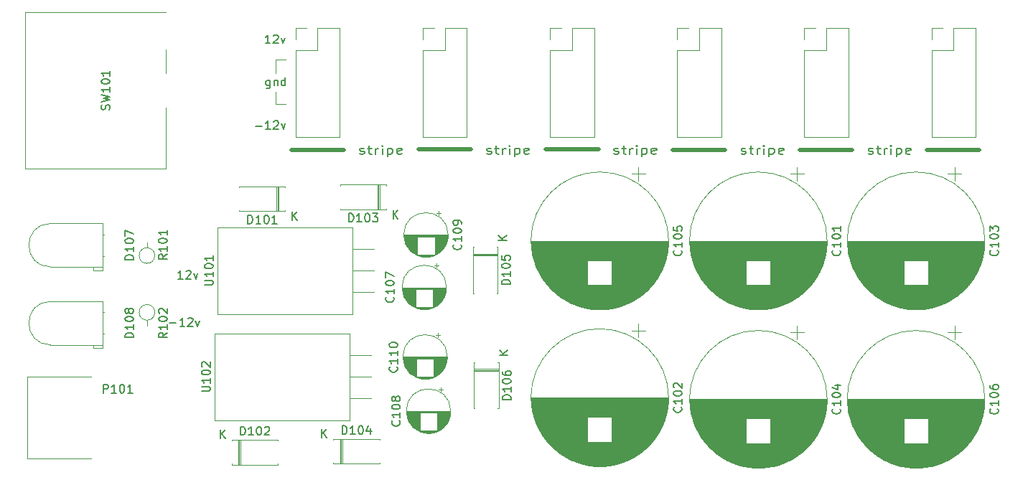
<source format=gbr>
%TF.GenerationSoftware,KiCad,Pcbnew,(5.1.7-0-10_14)*%
%TF.CreationDate,2021-01-19T07:42:21-05:00*%
%TF.ProjectId,Power Supply,506f7765-7220-4537-9570-706c792e6b69,rev?*%
%TF.SameCoordinates,Original*%
%TF.FileFunction,Legend,Top*%
%TF.FilePolarity,Positive*%
%FSLAX46Y46*%
G04 Gerber Fmt 4.6, Leading zero omitted, Abs format (unit mm)*
G04 Created by KiCad (PCBNEW (5.1.7-0-10_14)) date 2021-01-19 07:42:21*
%MOMM*%
%LPD*%
G01*
G04 APERTURE LIST*
%ADD10C,0.150000*%
%ADD11C,0.120000*%
%ADD12C,0.200000*%
%ADD13C,0.500000*%
G04 APERTURE END LIST*
D10*
X84485714Y-85471428D02*
X85247619Y-85471428D01*
X86247619Y-85852380D02*
X85676190Y-85852380D01*
X85961904Y-85852380D02*
X85961904Y-84852380D01*
X85866666Y-84995238D01*
X85771428Y-85090476D01*
X85676190Y-85138095D01*
X86628571Y-84947619D02*
X86676190Y-84900000D01*
X86771428Y-84852380D01*
X87009523Y-84852380D01*
X87104761Y-84900000D01*
X87152380Y-84947619D01*
X87200000Y-85042857D01*
X87200000Y-85138095D01*
X87152380Y-85280952D01*
X86580952Y-85852380D01*
X87200000Y-85852380D01*
X87533333Y-85185714D02*
X87771428Y-85852380D01*
X88009523Y-85185714D01*
X86028571Y-80252380D02*
X85457142Y-80252380D01*
X85742857Y-80252380D02*
X85742857Y-79252380D01*
X85647619Y-79395238D01*
X85552380Y-79490476D01*
X85457142Y-79538095D01*
X86409523Y-79347619D02*
X86457142Y-79300000D01*
X86552380Y-79252380D01*
X86790476Y-79252380D01*
X86885714Y-79300000D01*
X86933333Y-79347619D01*
X86980952Y-79442857D01*
X86980952Y-79538095D01*
X86933333Y-79680952D01*
X86361904Y-80252380D01*
X86980952Y-80252380D01*
X87314285Y-79585714D02*
X87552380Y-80252380D01*
X87790476Y-79585714D01*
D11*
X97000000Y-59600000D02*
X98200000Y-59600000D01*
X97000000Y-58200000D02*
X97000000Y-59600000D01*
X97000000Y-54400000D02*
X98200000Y-54400000D01*
X97000000Y-56000000D02*
X97000000Y-54400000D01*
D10*
X96328571Y-52452380D02*
X95757142Y-52452380D01*
X96042857Y-52452380D02*
X96042857Y-51452380D01*
X95947619Y-51595238D01*
X95852380Y-51690476D01*
X95757142Y-51738095D01*
X96709523Y-51547619D02*
X96757142Y-51500000D01*
X96852380Y-51452380D01*
X97090476Y-51452380D01*
X97185714Y-51500000D01*
X97233333Y-51547619D01*
X97280952Y-51642857D01*
X97280952Y-51738095D01*
X97233333Y-51880952D01*
X96661904Y-52452380D01*
X97280952Y-52452380D01*
X97614285Y-51785714D02*
X97852380Y-52452380D01*
X98090476Y-51785714D01*
X96309523Y-56785714D02*
X96309523Y-57595238D01*
X96261904Y-57690476D01*
X96214285Y-57738095D01*
X96119047Y-57785714D01*
X95976190Y-57785714D01*
X95880952Y-57738095D01*
X96309523Y-57404761D02*
X96214285Y-57452380D01*
X96023809Y-57452380D01*
X95928571Y-57404761D01*
X95880952Y-57357142D01*
X95833333Y-57261904D01*
X95833333Y-56976190D01*
X95880952Y-56880952D01*
X95928571Y-56833333D01*
X96023809Y-56785714D01*
X96214285Y-56785714D01*
X96309523Y-56833333D01*
X96785714Y-56785714D02*
X96785714Y-57452380D01*
X96785714Y-56880952D02*
X96833333Y-56833333D01*
X96928571Y-56785714D01*
X97071428Y-56785714D01*
X97166666Y-56833333D01*
X97214285Y-56928571D01*
X97214285Y-57452380D01*
X98119047Y-57452380D02*
X98119047Y-56452380D01*
X98119047Y-57404761D02*
X98023809Y-57452380D01*
X97833333Y-57452380D01*
X97738095Y-57404761D01*
X97690476Y-57357142D01*
X97642857Y-57261904D01*
X97642857Y-56976190D01*
X97690476Y-56880952D01*
X97738095Y-56833333D01*
X97833333Y-56785714D01*
X98023809Y-56785714D01*
X98119047Y-56833333D01*
X94585714Y-62221428D02*
X95347619Y-62221428D01*
X96347619Y-62602380D02*
X95776190Y-62602380D01*
X96061904Y-62602380D02*
X96061904Y-61602380D01*
X95966666Y-61745238D01*
X95871428Y-61840476D01*
X95776190Y-61888095D01*
X96728571Y-61697619D02*
X96776190Y-61650000D01*
X96871428Y-61602380D01*
X97109523Y-61602380D01*
X97204761Y-61650000D01*
X97252380Y-61697619D01*
X97300000Y-61792857D01*
X97300000Y-61888095D01*
X97252380Y-62030952D01*
X96680952Y-62602380D01*
X97300000Y-62602380D01*
X97633333Y-61935714D02*
X97871428Y-62602380D01*
X98109523Y-61935714D01*
D12*
X166892857Y-65454761D02*
X167016666Y-65502380D01*
X167264285Y-65502380D01*
X167388095Y-65454761D01*
X167450000Y-65359523D01*
X167450000Y-65311904D01*
X167388095Y-65216666D01*
X167264285Y-65169047D01*
X167078571Y-65169047D01*
X166954761Y-65121428D01*
X166892857Y-65026190D01*
X166892857Y-64978571D01*
X166954761Y-64883333D01*
X167078571Y-64835714D01*
X167264285Y-64835714D01*
X167388095Y-64883333D01*
X167821428Y-64835714D02*
X168316666Y-64835714D01*
X168007142Y-64502380D02*
X168007142Y-65359523D01*
X168069047Y-65454761D01*
X168192857Y-65502380D01*
X168316666Y-65502380D01*
X168750000Y-65502380D02*
X168750000Y-64835714D01*
X168750000Y-65026190D02*
X168811904Y-64930952D01*
X168873809Y-64883333D01*
X168997619Y-64835714D01*
X169121428Y-64835714D01*
X169554761Y-65502380D02*
X169554761Y-64835714D01*
X169554761Y-64502380D02*
X169492857Y-64550000D01*
X169554761Y-64597619D01*
X169616666Y-64550000D01*
X169554761Y-64502380D01*
X169554761Y-64597619D01*
X170173809Y-64835714D02*
X170173809Y-65835714D01*
X170173809Y-64883333D02*
X170297619Y-64835714D01*
X170545238Y-64835714D01*
X170669047Y-64883333D01*
X170730952Y-64930952D01*
X170792857Y-65026190D01*
X170792857Y-65311904D01*
X170730952Y-65407142D01*
X170669047Y-65454761D01*
X170545238Y-65502380D01*
X170297619Y-65502380D01*
X170173809Y-65454761D01*
X171845238Y-65454761D02*
X171721428Y-65502380D01*
X171473809Y-65502380D01*
X171350000Y-65454761D01*
X171288095Y-65359523D01*
X171288095Y-64978571D01*
X171350000Y-64883333D01*
X171473809Y-64835714D01*
X171721428Y-64835714D01*
X171845238Y-64883333D01*
X171907142Y-64978571D01*
X171907142Y-65073809D01*
X171288095Y-65169047D01*
X151892857Y-65454761D02*
X152016666Y-65502380D01*
X152264285Y-65502380D01*
X152388095Y-65454761D01*
X152450000Y-65359523D01*
X152450000Y-65311904D01*
X152388095Y-65216666D01*
X152264285Y-65169047D01*
X152078571Y-65169047D01*
X151954761Y-65121428D01*
X151892857Y-65026190D01*
X151892857Y-64978571D01*
X151954761Y-64883333D01*
X152078571Y-64835714D01*
X152264285Y-64835714D01*
X152388095Y-64883333D01*
X152821428Y-64835714D02*
X153316666Y-64835714D01*
X153007142Y-64502380D02*
X153007142Y-65359523D01*
X153069047Y-65454761D01*
X153192857Y-65502380D01*
X153316666Y-65502380D01*
X153750000Y-65502380D02*
X153750000Y-64835714D01*
X153750000Y-65026190D02*
X153811904Y-64930952D01*
X153873809Y-64883333D01*
X153997619Y-64835714D01*
X154121428Y-64835714D01*
X154554761Y-65502380D02*
X154554761Y-64835714D01*
X154554761Y-64502380D02*
X154492857Y-64550000D01*
X154554761Y-64597619D01*
X154616666Y-64550000D01*
X154554761Y-64502380D01*
X154554761Y-64597619D01*
X155173809Y-64835714D02*
X155173809Y-65835714D01*
X155173809Y-64883333D02*
X155297619Y-64835714D01*
X155545238Y-64835714D01*
X155669047Y-64883333D01*
X155730952Y-64930952D01*
X155792857Y-65026190D01*
X155792857Y-65311904D01*
X155730952Y-65407142D01*
X155669047Y-65454761D01*
X155545238Y-65502380D01*
X155297619Y-65502380D01*
X155173809Y-65454761D01*
X156845238Y-65454761D02*
X156721428Y-65502380D01*
X156473809Y-65502380D01*
X156350000Y-65454761D01*
X156288095Y-65359523D01*
X156288095Y-64978571D01*
X156350000Y-64883333D01*
X156473809Y-64835714D01*
X156721428Y-64835714D01*
X156845238Y-64883333D01*
X156907142Y-64978571D01*
X156907142Y-65073809D01*
X156288095Y-65169047D01*
X136892857Y-65454761D02*
X137016666Y-65502380D01*
X137264285Y-65502380D01*
X137388095Y-65454761D01*
X137450000Y-65359523D01*
X137450000Y-65311904D01*
X137388095Y-65216666D01*
X137264285Y-65169047D01*
X137078571Y-65169047D01*
X136954761Y-65121428D01*
X136892857Y-65026190D01*
X136892857Y-64978571D01*
X136954761Y-64883333D01*
X137078571Y-64835714D01*
X137264285Y-64835714D01*
X137388095Y-64883333D01*
X137821428Y-64835714D02*
X138316666Y-64835714D01*
X138007142Y-64502380D02*
X138007142Y-65359523D01*
X138069047Y-65454761D01*
X138192857Y-65502380D01*
X138316666Y-65502380D01*
X138750000Y-65502380D02*
X138750000Y-64835714D01*
X138750000Y-65026190D02*
X138811904Y-64930952D01*
X138873809Y-64883333D01*
X138997619Y-64835714D01*
X139121428Y-64835714D01*
X139554761Y-65502380D02*
X139554761Y-64835714D01*
X139554761Y-64502380D02*
X139492857Y-64550000D01*
X139554761Y-64597619D01*
X139616666Y-64550000D01*
X139554761Y-64502380D01*
X139554761Y-64597619D01*
X140173809Y-64835714D02*
X140173809Y-65835714D01*
X140173809Y-64883333D02*
X140297619Y-64835714D01*
X140545238Y-64835714D01*
X140669047Y-64883333D01*
X140730952Y-64930952D01*
X140792857Y-65026190D01*
X140792857Y-65311904D01*
X140730952Y-65407142D01*
X140669047Y-65454761D01*
X140545238Y-65502380D01*
X140297619Y-65502380D01*
X140173809Y-65454761D01*
X141845238Y-65454761D02*
X141721428Y-65502380D01*
X141473809Y-65502380D01*
X141350000Y-65454761D01*
X141288095Y-65359523D01*
X141288095Y-64978571D01*
X141350000Y-64883333D01*
X141473809Y-64835714D01*
X141721428Y-64835714D01*
X141845238Y-64883333D01*
X141907142Y-64978571D01*
X141907142Y-65073809D01*
X141288095Y-65169047D01*
X121892857Y-65454761D02*
X122016666Y-65502380D01*
X122264285Y-65502380D01*
X122388095Y-65454761D01*
X122450000Y-65359523D01*
X122450000Y-65311904D01*
X122388095Y-65216666D01*
X122264285Y-65169047D01*
X122078571Y-65169047D01*
X121954761Y-65121428D01*
X121892857Y-65026190D01*
X121892857Y-64978571D01*
X121954761Y-64883333D01*
X122078571Y-64835714D01*
X122264285Y-64835714D01*
X122388095Y-64883333D01*
X122821428Y-64835714D02*
X123316666Y-64835714D01*
X123007142Y-64502380D02*
X123007142Y-65359523D01*
X123069047Y-65454761D01*
X123192857Y-65502380D01*
X123316666Y-65502380D01*
X123750000Y-65502380D02*
X123750000Y-64835714D01*
X123750000Y-65026190D02*
X123811904Y-64930952D01*
X123873809Y-64883333D01*
X123997619Y-64835714D01*
X124121428Y-64835714D01*
X124554761Y-65502380D02*
X124554761Y-64835714D01*
X124554761Y-64502380D02*
X124492857Y-64550000D01*
X124554761Y-64597619D01*
X124616666Y-64550000D01*
X124554761Y-64502380D01*
X124554761Y-64597619D01*
X125173809Y-64835714D02*
X125173809Y-65835714D01*
X125173809Y-64883333D02*
X125297619Y-64835714D01*
X125545238Y-64835714D01*
X125669047Y-64883333D01*
X125730952Y-64930952D01*
X125792857Y-65026190D01*
X125792857Y-65311904D01*
X125730952Y-65407142D01*
X125669047Y-65454761D01*
X125545238Y-65502380D01*
X125297619Y-65502380D01*
X125173809Y-65454761D01*
X126845238Y-65454761D02*
X126721428Y-65502380D01*
X126473809Y-65502380D01*
X126350000Y-65454761D01*
X126288095Y-65359523D01*
X126288095Y-64978571D01*
X126350000Y-64883333D01*
X126473809Y-64835714D01*
X126721428Y-64835714D01*
X126845238Y-64883333D01*
X126907142Y-64978571D01*
X126907142Y-65073809D01*
X126288095Y-65169047D01*
X106892857Y-65454761D02*
X107016666Y-65502380D01*
X107264285Y-65502380D01*
X107388095Y-65454761D01*
X107450000Y-65359523D01*
X107450000Y-65311904D01*
X107388095Y-65216666D01*
X107264285Y-65169047D01*
X107078571Y-65169047D01*
X106954761Y-65121428D01*
X106892857Y-65026190D01*
X106892857Y-64978571D01*
X106954761Y-64883333D01*
X107078571Y-64835714D01*
X107264285Y-64835714D01*
X107388095Y-64883333D01*
X107821428Y-64835714D02*
X108316666Y-64835714D01*
X108007142Y-64502380D02*
X108007142Y-65359523D01*
X108069047Y-65454761D01*
X108192857Y-65502380D01*
X108316666Y-65502380D01*
X108750000Y-65502380D02*
X108750000Y-64835714D01*
X108750000Y-65026190D02*
X108811904Y-64930952D01*
X108873809Y-64883333D01*
X108997619Y-64835714D01*
X109121428Y-64835714D01*
X109554761Y-65502380D02*
X109554761Y-64835714D01*
X109554761Y-64502380D02*
X109492857Y-64550000D01*
X109554761Y-64597619D01*
X109616666Y-64550000D01*
X109554761Y-64502380D01*
X109554761Y-64597619D01*
X110173809Y-64835714D02*
X110173809Y-65835714D01*
X110173809Y-64883333D02*
X110297619Y-64835714D01*
X110545238Y-64835714D01*
X110669047Y-64883333D01*
X110730952Y-64930952D01*
X110792857Y-65026190D01*
X110792857Y-65311904D01*
X110730952Y-65407142D01*
X110669047Y-65454761D01*
X110545238Y-65502380D01*
X110297619Y-65502380D01*
X110173809Y-65454761D01*
X111845238Y-65454761D02*
X111721428Y-65502380D01*
X111473809Y-65502380D01*
X111350000Y-65454761D01*
X111288095Y-65359523D01*
X111288095Y-64978571D01*
X111350000Y-64883333D01*
X111473809Y-64835714D01*
X111721428Y-64835714D01*
X111845238Y-64883333D01*
X111907142Y-64978571D01*
X111907142Y-65073809D01*
X111288095Y-65169047D01*
D13*
X173790000Y-65000000D02*
X179990000Y-65000000D01*
X158790000Y-65000000D02*
X164990000Y-65000000D01*
X143790000Y-65000000D02*
X149990000Y-65000000D01*
X128840000Y-64950000D02*
X135040000Y-64950000D01*
X113840000Y-64950000D02*
X120040000Y-64950000D01*
X98800000Y-65000000D02*
X105000000Y-65000000D01*
D11*
%TO.C,SW101*%
X67400000Y-67250000D02*
X84000000Y-67250000D01*
X84000000Y-67250000D02*
X84000000Y-60000000D01*
X84000000Y-48750000D02*
X67400000Y-48750000D01*
X67400000Y-67250000D02*
X67400000Y-48750000D01*
X84000000Y-56000000D02*
X84000000Y-53150000D01*
%TO.C,P101*%
X67700000Y-91800000D02*
X75200000Y-91800000D01*
X67700000Y-101400000D02*
X67700000Y-91800000D01*
X67700000Y-101400000D02*
X75200000Y-101400000D01*
%TO.C,J106*%
X174330000Y-63490000D02*
X179530000Y-63490000D01*
X174330000Y-53270000D02*
X174330000Y-63490000D01*
X179530000Y-50670000D02*
X179530000Y-63490000D01*
X174330000Y-53270000D02*
X176930000Y-53270000D01*
X176930000Y-53270000D02*
X176930000Y-50670000D01*
X176930000Y-50670000D02*
X179530000Y-50670000D01*
X174330000Y-52000000D02*
X174330000Y-50670000D01*
X174330000Y-50670000D02*
X175660000Y-50670000D01*
%TO.C,J105*%
X159330000Y-63490000D02*
X164530000Y-63490000D01*
X159330000Y-53270000D02*
X159330000Y-63490000D01*
X164530000Y-50670000D02*
X164530000Y-63490000D01*
X159330000Y-53270000D02*
X161930000Y-53270000D01*
X161930000Y-53270000D02*
X161930000Y-50670000D01*
X161930000Y-50670000D02*
X164530000Y-50670000D01*
X159330000Y-52000000D02*
X159330000Y-50670000D01*
X159330000Y-50670000D02*
X160660000Y-50670000D01*
%TO.C,J104*%
X144330000Y-63490000D02*
X149530000Y-63490000D01*
X144330000Y-53270000D02*
X144330000Y-63490000D01*
X149530000Y-50670000D02*
X149530000Y-63490000D01*
X144330000Y-53270000D02*
X146930000Y-53270000D01*
X146930000Y-53270000D02*
X146930000Y-50670000D01*
X146930000Y-50670000D02*
X149530000Y-50670000D01*
X144330000Y-52000000D02*
X144330000Y-50670000D01*
X144330000Y-50670000D02*
X145660000Y-50670000D01*
%TO.C,J103*%
X129330000Y-63490000D02*
X134530000Y-63490000D01*
X129330000Y-53270000D02*
X129330000Y-63490000D01*
X134530000Y-50670000D02*
X134530000Y-63490000D01*
X129330000Y-53270000D02*
X131930000Y-53270000D01*
X131930000Y-53270000D02*
X131930000Y-50670000D01*
X131930000Y-50670000D02*
X134530000Y-50670000D01*
X129330000Y-52000000D02*
X129330000Y-50670000D01*
X129330000Y-50670000D02*
X130660000Y-50670000D01*
%TO.C,J102*%
X114330000Y-63490000D02*
X119530000Y-63490000D01*
X114330000Y-53270000D02*
X114330000Y-63490000D01*
X119530000Y-50670000D02*
X119530000Y-63490000D01*
X114330000Y-53270000D02*
X116930000Y-53270000D01*
X116930000Y-53270000D02*
X116930000Y-50670000D01*
X116930000Y-50670000D02*
X119530000Y-50670000D01*
X114330000Y-52000000D02*
X114330000Y-50670000D01*
X114330000Y-50670000D02*
X115660000Y-50670000D01*
%TO.C,J101*%
X99330000Y-63490000D02*
X104530000Y-63490000D01*
X99330000Y-53270000D02*
X99330000Y-63490000D01*
X104530000Y-50670000D02*
X104530000Y-63490000D01*
X99330000Y-53270000D02*
X101930000Y-53270000D01*
X101930000Y-53270000D02*
X101930000Y-50670000D01*
X101930000Y-50670000D02*
X104530000Y-50670000D01*
X99330000Y-52000000D02*
X99330000Y-50670000D01*
X99330000Y-50670000D02*
X100660000Y-50670000D01*
%TO.C,R102*%
X82720000Y-84200000D02*
G75*
G03*
X82720000Y-84200000I-920000J0D01*
G01*
X81800000Y-85120000D02*
X81800000Y-85740000D01*
%TO.C,R101*%
X82720000Y-77500000D02*
G75*
G03*
X82720000Y-77500000I-920000J0D01*
G01*
X81800000Y-76580000D02*
X81800000Y-75960000D01*
%TO.C,U102*%
X105670000Y-89260000D02*
X108210000Y-89260000D01*
X105670000Y-91800000D02*
X108210000Y-91800000D01*
X105670000Y-94340000D02*
X108210000Y-94340000D01*
X89780000Y-86680000D02*
X105670000Y-86680000D01*
X89780000Y-96920000D02*
X105670000Y-96920000D01*
X89780000Y-96920000D02*
X89780000Y-86680000D01*
X105670000Y-96920000D02*
X105670000Y-86680000D01*
%TO.C,U101*%
X106010000Y-76720000D02*
X108550000Y-76720000D01*
X106010000Y-79260000D02*
X108550000Y-79260000D01*
X106010000Y-81800000D02*
X108550000Y-81800000D01*
X90120000Y-74140000D02*
X106010000Y-74140000D01*
X90120000Y-84380000D02*
X106010000Y-84380000D01*
X90120000Y-84380000D02*
X90120000Y-74140000D01*
X106010000Y-84380000D02*
X106010000Y-74140000D01*
%TO.C,D108*%
X76720000Y-86740000D02*
X76720000Y-86740000D01*
X76590000Y-86740000D02*
X76720000Y-86740000D01*
X76590000Y-86740000D02*
X76590000Y-86740000D01*
X76720000Y-86740000D02*
X76590000Y-86740000D01*
X76720000Y-84200000D02*
X76720000Y-84200000D01*
X76590000Y-84200000D02*
X76720000Y-84200000D01*
X76590000Y-84200000D02*
X76590000Y-84200000D01*
X76720000Y-84200000D02*
X76590000Y-84200000D01*
X76590000Y-88030000D02*
X76590000Y-88430000D01*
X75470000Y-88030000D02*
X76590000Y-88030000D01*
X75470000Y-88430000D02*
X75470000Y-88030000D01*
X76590000Y-88430000D02*
X75470000Y-88430000D01*
X76590000Y-82910000D02*
X76590000Y-88030000D01*
X76590000Y-88030000D02*
X70430000Y-88030000D01*
X76590000Y-82910000D02*
X70430000Y-82910000D01*
X70430000Y-88030000D02*
G75*
G02*
X70430000Y-82910000I0J2560000D01*
G01*
%TO.C,D107*%
X76720000Y-77540000D02*
X76720000Y-77540000D01*
X76590000Y-77540000D02*
X76720000Y-77540000D01*
X76590000Y-77540000D02*
X76590000Y-77540000D01*
X76720000Y-77540000D02*
X76590000Y-77540000D01*
X76720000Y-75000000D02*
X76720000Y-75000000D01*
X76590000Y-75000000D02*
X76720000Y-75000000D01*
X76590000Y-75000000D02*
X76590000Y-75000000D01*
X76720000Y-75000000D02*
X76590000Y-75000000D01*
X76590000Y-78830000D02*
X76590000Y-79230000D01*
X75470000Y-78830000D02*
X76590000Y-78830000D01*
X75470000Y-79230000D02*
X75470000Y-78830000D01*
X76590000Y-79230000D02*
X75470000Y-79230000D01*
X76590000Y-73710000D02*
X76590000Y-78830000D01*
X76590000Y-78830000D02*
X70430000Y-78830000D01*
X76590000Y-73710000D02*
X70430000Y-73710000D01*
X70430000Y-78830000D02*
G75*
G02*
X70430000Y-73710000I0J2560000D01*
G01*
%TO.C,D106*%
X123270000Y-90870000D02*
X120330000Y-90870000D01*
X123270000Y-91110000D02*
X120330000Y-91110000D01*
X123270000Y-90990000D02*
X120330000Y-90990000D01*
X120330000Y-95530000D02*
X120460000Y-95530000D01*
X120330000Y-90090000D02*
X120330000Y-95530000D01*
X120460000Y-90090000D02*
X120330000Y-90090000D01*
X123270000Y-95530000D02*
X123140000Y-95530000D01*
X123270000Y-90090000D02*
X123270000Y-95530000D01*
X123140000Y-90090000D02*
X123270000Y-90090000D01*
%TO.C,D105*%
X123170000Y-77270000D02*
X120230000Y-77270000D01*
X123170000Y-77510000D02*
X120230000Y-77510000D01*
X123170000Y-77390000D02*
X120230000Y-77390000D01*
X120230000Y-81930000D02*
X120360000Y-81930000D01*
X120230000Y-76490000D02*
X120230000Y-81930000D01*
X120360000Y-76490000D02*
X120230000Y-76490000D01*
X123170000Y-81930000D02*
X123040000Y-81930000D01*
X123170000Y-76490000D02*
X123170000Y-81930000D01*
X123040000Y-76490000D02*
X123170000Y-76490000D01*
%TO.C,D104*%
X104570000Y-99130000D02*
X104570000Y-102070000D01*
X104810000Y-99130000D02*
X104810000Y-102070000D01*
X104690000Y-99130000D02*
X104690000Y-102070000D01*
X109230000Y-102070000D02*
X109230000Y-101940000D01*
X103790000Y-102070000D02*
X109230000Y-102070000D01*
X103790000Y-101940000D02*
X103790000Y-102070000D01*
X109230000Y-99130000D02*
X109230000Y-99260000D01*
X103790000Y-99130000D02*
X109230000Y-99130000D01*
X103790000Y-99260000D02*
X103790000Y-99130000D01*
%TO.C,D103*%
X109230000Y-72070000D02*
X109230000Y-69130000D01*
X108990000Y-72070000D02*
X108990000Y-69130000D01*
X109110000Y-72070000D02*
X109110000Y-69130000D01*
X104570000Y-69130000D02*
X104570000Y-69260000D01*
X110010000Y-69130000D02*
X104570000Y-69130000D01*
X110010000Y-69260000D02*
X110010000Y-69130000D01*
X104570000Y-72070000D02*
X104570000Y-71940000D01*
X110010000Y-72070000D02*
X104570000Y-72070000D01*
X110010000Y-71940000D02*
X110010000Y-72070000D01*
%TO.C,D102*%
X92570000Y-99230000D02*
X92570000Y-102170000D01*
X92810000Y-99230000D02*
X92810000Y-102170000D01*
X92690000Y-99230000D02*
X92690000Y-102170000D01*
X97230000Y-102170000D02*
X97230000Y-102040000D01*
X91790000Y-102170000D02*
X97230000Y-102170000D01*
X91790000Y-102040000D02*
X91790000Y-102170000D01*
X97230000Y-99230000D02*
X97230000Y-99360000D01*
X91790000Y-99230000D02*
X97230000Y-99230000D01*
X91790000Y-99360000D02*
X91790000Y-99230000D01*
%TO.C,D101*%
X97330000Y-72270000D02*
X97330000Y-69330000D01*
X97090000Y-72270000D02*
X97090000Y-69330000D01*
X97210000Y-72270000D02*
X97210000Y-69330000D01*
X92670000Y-69330000D02*
X92670000Y-69460000D01*
X98110000Y-69330000D02*
X92670000Y-69330000D01*
X98110000Y-69460000D02*
X98110000Y-69330000D01*
X92670000Y-72270000D02*
X92670000Y-72140000D01*
X98110000Y-72270000D02*
X92670000Y-72270000D01*
X98110000Y-72140000D02*
X98110000Y-72270000D01*
%TO.C,C110*%
X116325000Y-86895225D02*
X115825000Y-86895225D01*
X116075000Y-86645225D02*
X116075000Y-87145225D01*
X114884000Y-92051000D02*
X114316000Y-92051000D01*
X115118000Y-92011000D02*
X114082000Y-92011000D01*
X115277000Y-91971000D02*
X113923000Y-91971000D01*
X115405000Y-91931000D02*
X113795000Y-91931000D01*
X115515000Y-91891000D02*
X113685000Y-91891000D01*
X115611000Y-91851000D02*
X113589000Y-91851000D01*
X115698000Y-91811000D02*
X113502000Y-91811000D01*
X115778000Y-91771000D02*
X113422000Y-91771000D01*
X113560000Y-91731000D02*
X113349000Y-91731000D01*
X115851000Y-91731000D02*
X115640000Y-91731000D01*
X113560000Y-91691000D02*
X113281000Y-91691000D01*
X115919000Y-91691000D02*
X115640000Y-91691000D01*
X113560000Y-91651000D02*
X113217000Y-91651000D01*
X115983000Y-91651000D02*
X115640000Y-91651000D01*
X113560000Y-91611000D02*
X113157000Y-91611000D01*
X116043000Y-91611000D02*
X115640000Y-91611000D01*
X113560000Y-91571000D02*
X113100000Y-91571000D01*
X116100000Y-91571000D02*
X115640000Y-91571000D01*
X113560000Y-91531000D02*
X113046000Y-91531000D01*
X116154000Y-91531000D02*
X115640000Y-91531000D01*
X113560000Y-91491000D02*
X112995000Y-91491000D01*
X116205000Y-91491000D02*
X115640000Y-91491000D01*
X113560000Y-91451000D02*
X112947000Y-91451000D01*
X116253000Y-91451000D02*
X115640000Y-91451000D01*
X113560000Y-91411000D02*
X112901000Y-91411000D01*
X116299000Y-91411000D02*
X115640000Y-91411000D01*
X113560000Y-91371000D02*
X112857000Y-91371000D01*
X116343000Y-91371000D02*
X115640000Y-91371000D01*
X113560000Y-91331000D02*
X112815000Y-91331000D01*
X116385000Y-91331000D02*
X115640000Y-91331000D01*
X113560000Y-91291000D02*
X112774000Y-91291000D01*
X116426000Y-91291000D02*
X115640000Y-91291000D01*
X113560000Y-91251000D02*
X112736000Y-91251000D01*
X116464000Y-91251000D02*
X115640000Y-91251000D01*
X113560000Y-91211000D02*
X112699000Y-91211000D01*
X116501000Y-91211000D02*
X115640000Y-91211000D01*
X113560000Y-91171000D02*
X112663000Y-91171000D01*
X116537000Y-91171000D02*
X115640000Y-91171000D01*
X113560000Y-91131000D02*
X112629000Y-91131000D01*
X116571000Y-91131000D02*
X115640000Y-91131000D01*
X113560000Y-91091000D02*
X112596000Y-91091000D01*
X116604000Y-91091000D02*
X115640000Y-91091000D01*
X113560000Y-91051000D02*
X112565000Y-91051000D01*
X116635000Y-91051000D02*
X115640000Y-91051000D01*
X113560000Y-91011000D02*
X112535000Y-91011000D01*
X116665000Y-91011000D02*
X115640000Y-91011000D01*
X113560000Y-90971000D02*
X112505000Y-90971000D01*
X116695000Y-90971000D02*
X115640000Y-90971000D01*
X113560000Y-90931000D02*
X112478000Y-90931000D01*
X116722000Y-90931000D02*
X115640000Y-90931000D01*
X113560000Y-90891000D02*
X112451000Y-90891000D01*
X116749000Y-90891000D02*
X115640000Y-90891000D01*
X113560000Y-90851000D02*
X112425000Y-90851000D01*
X116775000Y-90851000D02*
X115640000Y-90851000D01*
X113560000Y-90811000D02*
X112400000Y-90811000D01*
X116800000Y-90811000D02*
X115640000Y-90811000D01*
X113560000Y-90771000D02*
X112376000Y-90771000D01*
X116824000Y-90771000D02*
X115640000Y-90771000D01*
X113560000Y-90731000D02*
X112353000Y-90731000D01*
X116847000Y-90731000D02*
X115640000Y-90731000D01*
X113560000Y-90691000D02*
X112332000Y-90691000D01*
X116868000Y-90691000D02*
X115640000Y-90691000D01*
X113560000Y-90651000D02*
X112310000Y-90651000D01*
X116890000Y-90651000D02*
X115640000Y-90651000D01*
X113560000Y-90611000D02*
X112290000Y-90611000D01*
X116910000Y-90611000D02*
X115640000Y-90611000D01*
X113560000Y-90571000D02*
X112271000Y-90571000D01*
X116929000Y-90571000D02*
X115640000Y-90571000D01*
X113560000Y-90531000D02*
X112252000Y-90531000D01*
X116948000Y-90531000D02*
X115640000Y-90531000D01*
X113560000Y-90491000D02*
X112235000Y-90491000D01*
X116965000Y-90491000D02*
X115640000Y-90491000D01*
X113560000Y-90451000D02*
X112218000Y-90451000D01*
X116982000Y-90451000D02*
X115640000Y-90451000D01*
X113560000Y-90411000D02*
X112202000Y-90411000D01*
X116998000Y-90411000D02*
X115640000Y-90411000D01*
X113560000Y-90371000D02*
X112186000Y-90371000D01*
X117014000Y-90371000D02*
X115640000Y-90371000D01*
X113560000Y-90331000D02*
X112172000Y-90331000D01*
X117028000Y-90331000D02*
X115640000Y-90331000D01*
X113560000Y-90291000D02*
X112158000Y-90291000D01*
X117042000Y-90291000D02*
X115640000Y-90291000D01*
X113560000Y-90251000D02*
X112145000Y-90251000D01*
X117055000Y-90251000D02*
X115640000Y-90251000D01*
X113560000Y-90211000D02*
X112132000Y-90211000D01*
X117068000Y-90211000D02*
X115640000Y-90211000D01*
X113560000Y-90171000D02*
X112120000Y-90171000D01*
X117080000Y-90171000D02*
X115640000Y-90171000D01*
X113560000Y-90130000D02*
X112109000Y-90130000D01*
X117091000Y-90130000D02*
X115640000Y-90130000D01*
X113560000Y-90090000D02*
X112099000Y-90090000D01*
X117101000Y-90090000D02*
X115640000Y-90090000D01*
X113560000Y-90050000D02*
X112089000Y-90050000D01*
X117111000Y-90050000D02*
X115640000Y-90050000D01*
X113560000Y-90010000D02*
X112080000Y-90010000D01*
X117120000Y-90010000D02*
X115640000Y-90010000D01*
X113560000Y-89970000D02*
X112072000Y-89970000D01*
X117128000Y-89970000D02*
X115640000Y-89970000D01*
X113560000Y-89930000D02*
X112064000Y-89930000D01*
X117136000Y-89930000D02*
X115640000Y-89930000D01*
X113560000Y-89890000D02*
X112057000Y-89890000D01*
X117143000Y-89890000D02*
X115640000Y-89890000D01*
X113560000Y-89850000D02*
X112050000Y-89850000D01*
X117150000Y-89850000D02*
X115640000Y-89850000D01*
X113560000Y-89810000D02*
X112044000Y-89810000D01*
X117156000Y-89810000D02*
X115640000Y-89810000D01*
X113560000Y-89770000D02*
X112039000Y-89770000D01*
X117161000Y-89770000D02*
X115640000Y-89770000D01*
X113560000Y-89730000D02*
X112035000Y-89730000D01*
X117165000Y-89730000D02*
X115640000Y-89730000D01*
X113560000Y-89690000D02*
X112031000Y-89690000D01*
X117169000Y-89690000D02*
X115640000Y-89690000D01*
X117173000Y-89650000D02*
X112027000Y-89650000D01*
X117176000Y-89610000D02*
X112024000Y-89610000D01*
X117178000Y-89570000D02*
X112022000Y-89570000D01*
X117179000Y-89530000D02*
X112021000Y-89530000D01*
X117180000Y-89490000D02*
X112020000Y-89490000D01*
X117180000Y-89450000D02*
X112020000Y-89450000D01*
X117220000Y-89450000D02*
G75*
G03*
X117220000Y-89450000I-2620000J0D01*
G01*
%TO.C,C109*%
X116425000Y-72495225D02*
X115925000Y-72495225D01*
X116175000Y-72245225D02*
X116175000Y-72745225D01*
X114984000Y-77651000D02*
X114416000Y-77651000D01*
X115218000Y-77611000D02*
X114182000Y-77611000D01*
X115377000Y-77571000D02*
X114023000Y-77571000D01*
X115505000Y-77531000D02*
X113895000Y-77531000D01*
X115615000Y-77491000D02*
X113785000Y-77491000D01*
X115711000Y-77451000D02*
X113689000Y-77451000D01*
X115798000Y-77411000D02*
X113602000Y-77411000D01*
X115878000Y-77371000D02*
X113522000Y-77371000D01*
X113660000Y-77331000D02*
X113449000Y-77331000D01*
X115951000Y-77331000D02*
X115740000Y-77331000D01*
X113660000Y-77291000D02*
X113381000Y-77291000D01*
X116019000Y-77291000D02*
X115740000Y-77291000D01*
X113660000Y-77251000D02*
X113317000Y-77251000D01*
X116083000Y-77251000D02*
X115740000Y-77251000D01*
X113660000Y-77211000D02*
X113257000Y-77211000D01*
X116143000Y-77211000D02*
X115740000Y-77211000D01*
X113660000Y-77171000D02*
X113200000Y-77171000D01*
X116200000Y-77171000D02*
X115740000Y-77171000D01*
X113660000Y-77131000D02*
X113146000Y-77131000D01*
X116254000Y-77131000D02*
X115740000Y-77131000D01*
X113660000Y-77091000D02*
X113095000Y-77091000D01*
X116305000Y-77091000D02*
X115740000Y-77091000D01*
X113660000Y-77051000D02*
X113047000Y-77051000D01*
X116353000Y-77051000D02*
X115740000Y-77051000D01*
X113660000Y-77011000D02*
X113001000Y-77011000D01*
X116399000Y-77011000D02*
X115740000Y-77011000D01*
X113660000Y-76971000D02*
X112957000Y-76971000D01*
X116443000Y-76971000D02*
X115740000Y-76971000D01*
X113660000Y-76931000D02*
X112915000Y-76931000D01*
X116485000Y-76931000D02*
X115740000Y-76931000D01*
X113660000Y-76891000D02*
X112874000Y-76891000D01*
X116526000Y-76891000D02*
X115740000Y-76891000D01*
X113660000Y-76851000D02*
X112836000Y-76851000D01*
X116564000Y-76851000D02*
X115740000Y-76851000D01*
X113660000Y-76811000D02*
X112799000Y-76811000D01*
X116601000Y-76811000D02*
X115740000Y-76811000D01*
X113660000Y-76771000D02*
X112763000Y-76771000D01*
X116637000Y-76771000D02*
X115740000Y-76771000D01*
X113660000Y-76731000D02*
X112729000Y-76731000D01*
X116671000Y-76731000D02*
X115740000Y-76731000D01*
X113660000Y-76691000D02*
X112696000Y-76691000D01*
X116704000Y-76691000D02*
X115740000Y-76691000D01*
X113660000Y-76651000D02*
X112665000Y-76651000D01*
X116735000Y-76651000D02*
X115740000Y-76651000D01*
X113660000Y-76611000D02*
X112635000Y-76611000D01*
X116765000Y-76611000D02*
X115740000Y-76611000D01*
X113660000Y-76571000D02*
X112605000Y-76571000D01*
X116795000Y-76571000D02*
X115740000Y-76571000D01*
X113660000Y-76531000D02*
X112578000Y-76531000D01*
X116822000Y-76531000D02*
X115740000Y-76531000D01*
X113660000Y-76491000D02*
X112551000Y-76491000D01*
X116849000Y-76491000D02*
X115740000Y-76491000D01*
X113660000Y-76451000D02*
X112525000Y-76451000D01*
X116875000Y-76451000D02*
X115740000Y-76451000D01*
X113660000Y-76411000D02*
X112500000Y-76411000D01*
X116900000Y-76411000D02*
X115740000Y-76411000D01*
X113660000Y-76371000D02*
X112476000Y-76371000D01*
X116924000Y-76371000D02*
X115740000Y-76371000D01*
X113660000Y-76331000D02*
X112453000Y-76331000D01*
X116947000Y-76331000D02*
X115740000Y-76331000D01*
X113660000Y-76291000D02*
X112432000Y-76291000D01*
X116968000Y-76291000D02*
X115740000Y-76291000D01*
X113660000Y-76251000D02*
X112410000Y-76251000D01*
X116990000Y-76251000D02*
X115740000Y-76251000D01*
X113660000Y-76211000D02*
X112390000Y-76211000D01*
X117010000Y-76211000D02*
X115740000Y-76211000D01*
X113660000Y-76171000D02*
X112371000Y-76171000D01*
X117029000Y-76171000D02*
X115740000Y-76171000D01*
X113660000Y-76131000D02*
X112352000Y-76131000D01*
X117048000Y-76131000D02*
X115740000Y-76131000D01*
X113660000Y-76091000D02*
X112335000Y-76091000D01*
X117065000Y-76091000D02*
X115740000Y-76091000D01*
X113660000Y-76051000D02*
X112318000Y-76051000D01*
X117082000Y-76051000D02*
X115740000Y-76051000D01*
X113660000Y-76011000D02*
X112302000Y-76011000D01*
X117098000Y-76011000D02*
X115740000Y-76011000D01*
X113660000Y-75971000D02*
X112286000Y-75971000D01*
X117114000Y-75971000D02*
X115740000Y-75971000D01*
X113660000Y-75931000D02*
X112272000Y-75931000D01*
X117128000Y-75931000D02*
X115740000Y-75931000D01*
X113660000Y-75891000D02*
X112258000Y-75891000D01*
X117142000Y-75891000D02*
X115740000Y-75891000D01*
X113660000Y-75851000D02*
X112245000Y-75851000D01*
X117155000Y-75851000D02*
X115740000Y-75851000D01*
X113660000Y-75811000D02*
X112232000Y-75811000D01*
X117168000Y-75811000D02*
X115740000Y-75811000D01*
X113660000Y-75771000D02*
X112220000Y-75771000D01*
X117180000Y-75771000D02*
X115740000Y-75771000D01*
X113660000Y-75730000D02*
X112209000Y-75730000D01*
X117191000Y-75730000D02*
X115740000Y-75730000D01*
X113660000Y-75690000D02*
X112199000Y-75690000D01*
X117201000Y-75690000D02*
X115740000Y-75690000D01*
X113660000Y-75650000D02*
X112189000Y-75650000D01*
X117211000Y-75650000D02*
X115740000Y-75650000D01*
X113660000Y-75610000D02*
X112180000Y-75610000D01*
X117220000Y-75610000D02*
X115740000Y-75610000D01*
X113660000Y-75570000D02*
X112172000Y-75570000D01*
X117228000Y-75570000D02*
X115740000Y-75570000D01*
X113660000Y-75530000D02*
X112164000Y-75530000D01*
X117236000Y-75530000D02*
X115740000Y-75530000D01*
X113660000Y-75490000D02*
X112157000Y-75490000D01*
X117243000Y-75490000D02*
X115740000Y-75490000D01*
X113660000Y-75450000D02*
X112150000Y-75450000D01*
X117250000Y-75450000D02*
X115740000Y-75450000D01*
X113660000Y-75410000D02*
X112144000Y-75410000D01*
X117256000Y-75410000D02*
X115740000Y-75410000D01*
X113660000Y-75370000D02*
X112139000Y-75370000D01*
X117261000Y-75370000D02*
X115740000Y-75370000D01*
X113660000Y-75330000D02*
X112135000Y-75330000D01*
X117265000Y-75330000D02*
X115740000Y-75330000D01*
X113660000Y-75290000D02*
X112131000Y-75290000D01*
X117269000Y-75290000D02*
X115740000Y-75290000D01*
X117273000Y-75250000D02*
X112127000Y-75250000D01*
X117276000Y-75210000D02*
X112124000Y-75210000D01*
X117278000Y-75170000D02*
X112122000Y-75170000D01*
X117279000Y-75130000D02*
X112121000Y-75130000D01*
X117280000Y-75090000D02*
X112120000Y-75090000D01*
X117280000Y-75050000D02*
X112120000Y-75050000D01*
X117320000Y-75050000D02*
G75*
G03*
X117320000Y-75050000I-2620000J0D01*
G01*
%TO.C,C108*%
X116725000Y-93295225D02*
X116225000Y-93295225D01*
X116475000Y-93045225D02*
X116475000Y-93545225D01*
X115284000Y-98451000D02*
X114716000Y-98451000D01*
X115518000Y-98411000D02*
X114482000Y-98411000D01*
X115677000Y-98371000D02*
X114323000Y-98371000D01*
X115805000Y-98331000D02*
X114195000Y-98331000D01*
X115915000Y-98291000D02*
X114085000Y-98291000D01*
X116011000Y-98251000D02*
X113989000Y-98251000D01*
X116098000Y-98211000D02*
X113902000Y-98211000D01*
X116178000Y-98171000D02*
X113822000Y-98171000D01*
X113960000Y-98131000D02*
X113749000Y-98131000D01*
X116251000Y-98131000D02*
X116040000Y-98131000D01*
X113960000Y-98091000D02*
X113681000Y-98091000D01*
X116319000Y-98091000D02*
X116040000Y-98091000D01*
X113960000Y-98051000D02*
X113617000Y-98051000D01*
X116383000Y-98051000D02*
X116040000Y-98051000D01*
X113960000Y-98011000D02*
X113557000Y-98011000D01*
X116443000Y-98011000D02*
X116040000Y-98011000D01*
X113960000Y-97971000D02*
X113500000Y-97971000D01*
X116500000Y-97971000D02*
X116040000Y-97971000D01*
X113960000Y-97931000D02*
X113446000Y-97931000D01*
X116554000Y-97931000D02*
X116040000Y-97931000D01*
X113960000Y-97891000D02*
X113395000Y-97891000D01*
X116605000Y-97891000D02*
X116040000Y-97891000D01*
X113960000Y-97851000D02*
X113347000Y-97851000D01*
X116653000Y-97851000D02*
X116040000Y-97851000D01*
X113960000Y-97811000D02*
X113301000Y-97811000D01*
X116699000Y-97811000D02*
X116040000Y-97811000D01*
X113960000Y-97771000D02*
X113257000Y-97771000D01*
X116743000Y-97771000D02*
X116040000Y-97771000D01*
X113960000Y-97731000D02*
X113215000Y-97731000D01*
X116785000Y-97731000D02*
X116040000Y-97731000D01*
X113960000Y-97691000D02*
X113174000Y-97691000D01*
X116826000Y-97691000D02*
X116040000Y-97691000D01*
X113960000Y-97651000D02*
X113136000Y-97651000D01*
X116864000Y-97651000D02*
X116040000Y-97651000D01*
X113960000Y-97611000D02*
X113099000Y-97611000D01*
X116901000Y-97611000D02*
X116040000Y-97611000D01*
X113960000Y-97571000D02*
X113063000Y-97571000D01*
X116937000Y-97571000D02*
X116040000Y-97571000D01*
X113960000Y-97531000D02*
X113029000Y-97531000D01*
X116971000Y-97531000D02*
X116040000Y-97531000D01*
X113960000Y-97491000D02*
X112996000Y-97491000D01*
X117004000Y-97491000D02*
X116040000Y-97491000D01*
X113960000Y-97451000D02*
X112965000Y-97451000D01*
X117035000Y-97451000D02*
X116040000Y-97451000D01*
X113960000Y-97411000D02*
X112935000Y-97411000D01*
X117065000Y-97411000D02*
X116040000Y-97411000D01*
X113960000Y-97371000D02*
X112905000Y-97371000D01*
X117095000Y-97371000D02*
X116040000Y-97371000D01*
X113960000Y-97331000D02*
X112878000Y-97331000D01*
X117122000Y-97331000D02*
X116040000Y-97331000D01*
X113960000Y-97291000D02*
X112851000Y-97291000D01*
X117149000Y-97291000D02*
X116040000Y-97291000D01*
X113960000Y-97251000D02*
X112825000Y-97251000D01*
X117175000Y-97251000D02*
X116040000Y-97251000D01*
X113960000Y-97211000D02*
X112800000Y-97211000D01*
X117200000Y-97211000D02*
X116040000Y-97211000D01*
X113960000Y-97171000D02*
X112776000Y-97171000D01*
X117224000Y-97171000D02*
X116040000Y-97171000D01*
X113960000Y-97131000D02*
X112753000Y-97131000D01*
X117247000Y-97131000D02*
X116040000Y-97131000D01*
X113960000Y-97091000D02*
X112732000Y-97091000D01*
X117268000Y-97091000D02*
X116040000Y-97091000D01*
X113960000Y-97051000D02*
X112710000Y-97051000D01*
X117290000Y-97051000D02*
X116040000Y-97051000D01*
X113960000Y-97011000D02*
X112690000Y-97011000D01*
X117310000Y-97011000D02*
X116040000Y-97011000D01*
X113960000Y-96971000D02*
X112671000Y-96971000D01*
X117329000Y-96971000D02*
X116040000Y-96971000D01*
X113960000Y-96931000D02*
X112652000Y-96931000D01*
X117348000Y-96931000D02*
X116040000Y-96931000D01*
X113960000Y-96891000D02*
X112635000Y-96891000D01*
X117365000Y-96891000D02*
X116040000Y-96891000D01*
X113960000Y-96851000D02*
X112618000Y-96851000D01*
X117382000Y-96851000D02*
X116040000Y-96851000D01*
X113960000Y-96811000D02*
X112602000Y-96811000D01*
X117398000Y-96811000D02*
X116040000Y-96811000D01*
X113960000Y-96771000D02*
X112586000Y-96771000D01*
X117414000Y-96771000D02*
X116040000Y-96771000D01*
X113960000Y-96731000D02*
X112572000Y-96731000D01*
X117428000Y-96731000D02*
X116040000Y-96731000D01*
X113960000Y-96691000D02*
X112558000Y-96691000D01*
X117442000Y-96691000D02*
X116040000Y-96691000D01*
X113960000Y-96651000D02*
X112545000Y-96651000D01*
X117455000Y-96651000D02*
X116040000Y-96651000D01*
X113960000Y-96611000D02*
X112532000Y-96611000D01*
X117468000Y-96611000D02*
X116040000Y-96611000D01*
X113960000Y-96571000D02*
X112520000Y-96571000D01*
X117480000Y-96571000D02*
X116040000Y-96571000D01*
X113960000Y-96530000D02*
X112509000Y-96530000D01*
X117491000Y-96530000D02*
X116040000Y-96530000D01*
X113960000Y-96490000D02*
X112499000Y-96490000D01*
X117501000Y-96490000D02*
X116040000Y-96490000D01*
X113960000Y-96450000D02*
X112489000Y-96450000D01*
X117511000Y-96450000D02*
X116040000Y-96450000D01*
X113960000Y-96410000D02*
X112480000Y-96410000D01*
X117520000Y-96410000D02*
X116040000Y-96410000D01*
X113960000Y-96370000D02*
X112472000Y-96370000D01*
X117528000Y-96370000D02*
X116040000Y-96370000D01*
X113960000Y-96330000D02*
X112464000Y-96330000D01*
X117536000Y-96330000D02*
X116040000Y-96330000D01*
X113960000Y-96290000D02*
X112457000Y-96290000D01*
X117543000Y-96290000D02*
X116040000Y-96290000D01*
X113960000Y-96250000D02*
X112450000Y-96250000D01*
X117550000Y-96250000D02*
X116040000Y-96250000D01*
X113960000Y-96210000D02*
X112444000Y-96210000D01*
X117556000Y-96210000D02*
X116040000Y-96210000D01*
X113960000Y-96170000D02*
X112439000Y-96170000D01*
X117561000Y-96170000D02*
X116040000Y-96170000D01*
X113960000Y-96130000D02*
X112435000Y-96130000D01*
X117565000Y-96130000D02*
X116040000Y-96130000D01*
X113960000Y-96090000D02*
X112431000Y-96090000D01*
X117569000Y-96090000D02*
X116040000Y-96090000D01*
X117573000Y-96050000D02*
X112427000Y-96050000D01*
X117576000Y-96010000D02*
X112424000Y-96010000D01*
X117578000Y-95970000D02*
X112422000Y-95970000D01*
X117579000Y-95930000D02*
X112421000Y-95930000D01*
X117580000Y-95890000D02*
X112420000Y-95890000D01*
X117580000Y-95850000D02*
X112420000Y-95850000D01*
X117620000Y-95850000D02*
G75*
G03*
X117620000Y-95850000I-2620000J0D01*
G01*
%TO.C,C107*%
X116225000Y-78695225D02*
X115725000Y-78695225D01*
X115975000Y-78445225D02*
X115975000Y-78945225D01*
X114784000Y-83851000D02*
X114216000Y-83851000D01*
X115018000Y-83811000D02*
X113982000Y-83811000D01*
X115177000Y-83771000D02*
X113823000Y-83771000D01*
X115305000Y-83731000D02*
X113695000Y-83731000D01*
X115415000Y-83691000D02*
X113585000Y-83691000D01*
X115511000Y-83651000D02*
X113489000Y-83651000D01*
X115598000Y-83611000D02*
X113402000Y-83611000D01*
X115678000Y-83571000D02*
X113322000Y-83571000D01*
X113460000Y-83531000D02*
X113249000Y-83531000D01*
X115751000Y-83531000D02*
X115540000Y-83531000D01*
X113460000Y-83491000D02*
X113181000Y-83491000D01*
X115819000Y-83491000D02*
X115540000Y-83491000D01*
X113460000Y-83451000D02*
X113117000Y-83451000D01*
X115883000Y-83451000D02*
X115540000Y-83451000D01*
X113460000Y-83411000D02*
X113057000Y-83411000D01*
X115943000Y-83411000D02*
X115540000Y-83411000D01*
X113460000Y-83371000D02*
X113000000Y-83371000D01*
X116000000Y-83371000D02*
X115540000Y-83371000D01*
X113460000Y-83331000D02*
X112946000Y-83331000D01*
X116054000Y-83331000D02*
X115540000Y-83331000D01*
X113460000Y-83291000D02*
X112895000Y-83291000D01*
X116105000Y-83291000D02*
X115540000Y-83291000D01*
X113460000Y-83251000D02*
X112847000Y-83251000D01*
X116153000Y-83251000D02*
X115540000Y-83251000D01*
X113460000Y-83211000D02*
X112801000Y-83211000D01*
X116199000Y-83211000D02*
X115540000Y-83211000D01*
X113460000Y-83171000D02*
X112757000Y-83171000D01*
X116243000Y-83171000D02*
X115540000Y-83171000D01*
X113460000Y-83131000D02*
X112715000Y-83131000D01*
X116285000Y-83131000D02*
X115540000Y-83131000D01*
X113460000Y-83091000D02*
X112674000Y-83091000D01*
X116326000Y-83091000D02*
X115540000Y-83091000D01*
X113460000Y-83051000D02*
X112636000Y-83051000D01*
X116364000Y-83051000D02*
X115540000Y-83051000D01*
X113460000Y-83011000D02*
X112599000Y-83011000D01*
X116401000Y-83011000D02*
X115540000Y-83011000D01*
X113460000Y-82971000D02*
X112563000Y-82971000D01*
X116437000Y-82971000D02*
X115540000Y-82971000D01*
X113460000Y-82931000D02*
X112529000Y-82931000D01*
X116471000Y-82931000D02*
X115540000Y-82931000D01*
X113460000Y-82891000D02*
X112496000Y-82891000D01*
X116504000Y-82891000D02*
X115540000Y-82891000D01*
X113460000Y-82851000D02*
X112465000Y-82851000D01*
X116535000Y-82851000D02*
X115540000Y-82851000D01*
X113460000Y-82811000D02*
X112435000Y-82811000D01*
X116565000Y-82811000D02*
X115540000Y-82811000D01*
X113460000Y-82771000D02*
X112405000Y-82771000D01*
X116595000Y-82771000D02*
X115540000Y-82771000D01*
X113460000Y-82731000D02*
X112378000Y-82731000D01*
X116622000Y-82731000D02*
X115540000Y-82731000D01*
X113460000Y-82691000D02*
X112351000Y-82691000D01*
X116649000Y-82691000D02*
X115540000Y-82691000D01*
X113460000Y-82651000D02*
X112325000Y-82651000D01*
X116675000Y-82651000D02*
X115540000Y-82651000D01*
X113460000Y-82611000D02*
X112300000Y-82611000D01*
X116700000Y-82611000D02*
X115540000Y-82611000D01*
X113460000Y-82571000D02*
X112276000Y-82571000D01*
X116724000Y-82571000D02*
X115540000Y-82571000D01*
X113460000Y-82531000D02*
X112253000Y-82531000D01*
X116747000Y-82531000D02*
X115540000Y-82531000D01*
X113460000Y-82491000D02*
X112232000Y-82491000D01*
X116768000Y-82491000D02*
X115540000Y-82491000D01*
X113460000Y-82451000D02*
X112210000Y-82451000D01*
X116790000Y-82451000D02*
X115540000Y-82451000D01*
X113460000Y-82411000D02*
X112190000Y-82411000D01*
X116810000Y-82411000D02*
X115540000Y-82411000D01*
X113460000Y-82371000D02*
X112171000Y-82371000D01*
X116829000Y-82371000D02*
X115540000Y-82371000D01*
X113460000Y-82331000D02*
X112152000Y-82331000D01*
X116848000Y-82331000D02*
X115540000Y-82331000D01*
X113460000Y-82291000D02*
X112135000Y-82291000D01*
X116865000Y-82291000D02*
X115540000Y-82291000D01*
X113460000Y-82251000D02*
X112118000Y-82251000D01*
X116882000Y-82251000D02*
X115540000Y-82251000D01*
X113460000Y-82211000D02*
X112102000Y-82211000D01*
X116898000Y-82211000D02*
X115540000Y-82211000D01*
X113460000Y-82171000D02*
X112086000Y-82171000D01*
X116914000Y-82171000D02*
X115540000Y-82171000D01*
X113460000Y-82131000D02*
X112072000Y-82131000D01*
X116928000Y-82131000D02*
X115540000Y-82131000D01*
X113460000Y-82091000D02*
X112058000Y-82091000D01*
X116942000Y-82091000D02*
X115540000Y-82091000D01*
X113460000Y-82051000D02*
X112045000Y-82051000D01*
X116955000Y-82051000D02*
X115540000Y-82051000D01*
X113460000Y-82011000D02*
X112032000Y-82011000D01*
X116968000Y-82011000D02*
X115540000Y-82011000D01*
X113460000Y-81971000D02*
X112020000Y-81971000D01*
X116980000Y-81971000D02*
X115540000Y-81971000D01*
X113460000Y-81930000D02*
X112009000Y-81930000D01*
X116991000Y-81930000D02*
X115540000Y-81930000D01*
X113460000Y-81890000D02*
X111999000Y-81890000D01*
X117001000Y-81890000D02*
X115540000Y-81890000D01*
X113460000Y-81850000D02*
X111989000Y-81850000D01*
X117011000Y-81850000D02*
X115540000Y-81850000D01*
X113460000Y-81810000D02*
X111980000Y-81810000D01*
X117020000Y-81810000D02*
X115540000Y-81810000D01*
X113460000Y-81770000D02*
X111972000Y-81770000D01*
X117028000Y-81770000D02*
X115540000Y-81770000D01*
X113460000Y-81730000D02*
X111964000Y-81730000D01*
X117036000Y-81730000D02*
X115540000Y-81730000D01*
X113460000Y-81690000D02*
X111957000Y-81690000D01*
X117043000Y-81690000D02*
X115540000Y-81690000D01*
X113460000Y-81650000D02*
X111950000Y-81650000D01*
X117050000Y-81650000D02*
X115540000Y-81650000D01*
X113460000Y-81610000D02*
X111944000Y-81610000D01*
X117056000Y-81610000D02*
X115540000Y-81610000D01*
X113460000Y-81570000D02*
X111939000Y-81570000D01*
X117061000Y-81570000D02*
X115540000Y-81570000D01*
X113460000Y-81530000D02*
X111935000Y-81530000D01*
X117065000Y-81530000D02*
X115540000Y-81530000D01*
X113460000Y-81490000D02*
X111931000Y-81490000D01*
X117069000Y-81490000D02*
X115540000Y-81490000D01*
X117073000Y-81450000D02*
X111927000Y-81450000D01*
X117076000Y-81410000D02*
X111924000Y-81410000D01*
X117078000Y-81370000D02*
X111922000Y-81370000D01*
X117079000Y-81330000D02*
X111921000Y-81330000D01*
X117080000Y-81290000D02*
X111920000Y-81290000D01*
X117080000Y-81250000D02*
X111920000Y-81250000D01*
X117120000Y-81250000D02*
G75*
G03*
X117120000Y-81250000I-2620000J0D01*
G01*
%TO.C,C106*%
X177855000Y-86560509D02*
X176255000Y-86560509D01*
X177055000Y-85760509D02*
X177055000Y-87360509D01*
X173265000Y-102531000D02*
X171735000Y-102531000D01*
X173598000Y-102491000D02*
X171402000Y-102491000D01*
X173851000Y-102451000D02*
X171149000Y-102451000D01*
X174064000Y-102411000D02*
X170936000Y-102411000D01*
X174252000Y-102371000D02*
X170748000Y-102371000D01*
X174420000Y-102331000D02*
X170580000Y-102331000D01*
X174574000Y-102291000D02*
X170426000Y-102291000D01*
X174718000Y-102251000D02*
X170282000Y-102251000D01*
X174851000Y-102211000D02*
X170149000Y-102211000D01*
X174978000Y-102171000D02*
X170022000Y-102171000D01*
X175097000Y-102131000D02*
X169903000Y-102131000D01*
X175211000Y-102091000D02*
X169789000Y-102091000D01*
X175320000Y-102051000D02*
X169680000Y-102051000D01*
X175424000Y-102011000D02*
X169576000Y-102011000D01*
X175524000Y-101971000D02*
X169476000Y-101971000D01*
X175620000Y-101931000D02*
X169380000Y-101931000D01*
X175713000Y-101891000D02*
X169287000Y-101891000D01*
X175803000Y-101851000D02*
X169197000Y-101851000D01*
X175890000Y-101811000D02*
X169110000Y-101811000D01*
X175975000Y-101771000D02*
X169025000Y-101771000D01*
X176057000Y-101731000D02*
X168943000Y-101731000D01*
X176137000Y-101691000D02*
X168863000Y-101691000D01*
X176215000Y-101651000D02*
X168785000Y-101651000D01*
X176290000Y-101611000D02*
X168710000Y-101611000D01*
X176364000Y-101571000D02*
X168636000Y-101571000D01*
X176436000Y-101531000D02*
X168564000Y-101531000D01*
X176507000Y-101491000D02*
X168493000Y-101491000D01*
X176576000Y-101451000D02*
X168424000Y-101451000D01*
X176643000Y-101411000D02*
X168357000Y-101411000D01*
X176709000Y-101371000D02*
X168291000Y-101371000D01*
X176773000Y-101331000D02*
X168227000Y-101331000D01*
X176836000Y-101291000D02*
X168164000Y-101291000D01*
X176898000Y-101251000D02*
X168102000Y-101251000D01*
X176959000Y-101211000D02*
X168041000Y-101211000D01*
X177019000Y-101171000D02*
X167981000Y-101171000D01*
X177077000Y-101131000D02*
X167923000Y-101131000D01*
X177134000Y-101091000D02*
X167866000Y-101091000D01*
X177191000Y-101051000D02*
X167809000Y-101051000D01*
X177246000Y-101011000D02*
X167754000Y-101011000D01*
X177300000Y-100971000D02*
X167700000Y-100971000D01*
X177354000Y-100931000D02*
X167646000Y-100931000D01*
X177406000Y-100891000D02*
X167594000Y-100891000D01*
X177458000Y-100851000D02*
X167542000Y-100851000D01*
X177509000Y-100811000D02*
X167491000Y-100811000D01*
X177559000Y-100771000D02*
X167441000Y-100771000D01*
X177608000Y-100731000D02*
X167392000Y-100731000D01*
X177656000Y-100691000D02*
X167344000Y-100691000D01*
X177704000Y-100651000D02*
X167296000Y-100651000D01*
X177751000Y-100611000D02*
X167249000Y-100611000D01*
X177797000Y-100571000D02*
X167203000Y-100571000D01*
X177843000Y-100531000D02*
X167157000Y-100531000D01*
X177888000Y-100491000D02*
X167112000Y-100491000D01*
X177932000Y-100451000D02*
X167068000Y-100451000D01*
X177975000Y-100411000D02*
X167025000Y-100411000D01*
X178018000Y-100371000D02*
X166982000Y-100371000D01*
X178060000Y-100331000D02*
X166940000Y-100331000D01*
X178102000Y-100291000D02*
X166898000Y-100291000D01*
X178143000Y-100251000D02*
X166857000Y-100251000D01*
X178184000Y-100211000D02*
X166816000Y-100211000D01*
X178224000Y-100171000D02*
X166776000Y-100171000D01*
X178263000Y-100131000D02*
X166737000Y-100131000D01*
X178302000Y-100091000D02*
X166698000Y-100091000D01*
X178340000Y-100051000D02*
X166660000Y-100051000D01*
X178378000Y-100011000D02*
X166622000Y-100011000D01*
X178416000Y-99971000D02*
X166584000Y-99971000D01*
X178452000Y-99931000D02*
X166548000Y-99931000D01*
X178489000Y-99891000D02*
X166511000Y-99891000D01*
X178525000Y-99851000D02*
X166475000Y-99851000D01*
X178560000Y-99811000D02*
X166440000Y-99811000D01*
X178595000Y-99771000D02*
X166405000Y-99771000D01*
X178629000Y-99731000D02*
X166371000Y-99731000D01*
X178663000Y-99691000D02*
X166337000Y-99691000D01*
X178697000Y-99651000D02*
X166303000Y-99651000D01*
X171060000Y-99611000D02*
X166270000Y-99611000D01*
X178730000Y-99611000D02*
X173940000Y-99611000D01*
X171060000Y-99571000D02*
X166237000Y-99571000D01*
X178763000Y-99571000D02*
X173940000Y-99571000D01*
X171060000Y-99531000D02*
X166205000Y-99531000D01*
X178795000Y-99531000D02*
X173940000Y-99531000D01*
X171060000Y-99491000D02*
X166173000Y-99491000D01*
X178827000Y-99491000D02*
X173940000Y-99491000D01*
X171060000Y-99451000D02*
X166142000Y-99451000D01*
X178858000Y-99451000D02*
X173940000Y-99451000D01*
X171060000Y-99411000D02*
X166110000Y-99411000D01*
X178890000Y-99411000D02*
X173940000Y-99411000D01*
X171060000Y-99371000D02*
X166080000Y-99371000D01*
X178920000Y-99371000D02*
X173940000Y-99371000D01*
X171060000Y-99331000D02*
X166050000Y-99331000D01*
X178950000Y-99331000D02*
X173940000Y-99331000D01*
X171060000Y-99291000D02*
X166020000Y-99291000D01*
X178980000Y-99291000D02*
X173940000Y-99291000D01*
X171060000Y-99251000D02*
X165990000Y-99251000D01*
X179010000Y-99251000D02*
X173940000Y-99251000D01*
X171060000Y-99211000D02*
X165961000Y-99211000D01*
X179039000Y-99211000D02*
X173940000Y-99211000D01*
X171060000Y-99171000D02*
X165932000Y-99171000D01*
X179068000Y-99171000D02*
X173940000Y-99171000D01*
X171060000Y-99131000D02*
X165904000Y-99131000D01*
X179096000Y-99131000D02*
X173940000Y-99131000D01*
X171060000Y-99091000D02*
X165876000Y-99091000D01*
X179124000Y-99091000D02*
X173940000Y-99091000D01*
X171060000Y-99051000D02*
X165848000Y-99051000D01*
X179152000Y-99051000D02*
X173940000Y-99051000D01*
X171060000Y-99011000D02*
X165821000Y-99011000D01*
X179179000Y-99011000D02*
X173940000Y-99011000D01*
X171060000Y-98971000D02*
X165794000Y-98971000D01*
X179206000Y-98971000D02*
X173940000Y-98971000D01*
X171060000Y-98931000D02*
X165767000Y-98931000D01*
X179233000Y-98931000D02*
X173940000Y-98931000D01*
X171060000Y-98891000D02*
X165741000Y-98891000D01*
X179259000Y-98891000D02*
X173940000Y-98891000D01*
X171060000Y-98851000D02*
X165715000Y-98851000D01*
X179285000Y-98851000D02*
X173940000Y-98851000D01*
X171060000Y-98811000D02*
X165689000Y-98811000D01*
X179311000Y-98811000D02*
X173940000Y-98811000D01*
X171060000Y-98771000D02*
X165664000Y-98771000D01*
X179336000Y-98771000D02*
X173940000Y-98771000D01*
X171060000Y-98731000D02*
X165639000Y-98731000D01*
X179361000Y-98731000D02*
X173940000Y-98731000D01*
X171060000Y-98691000D02*
X165614000Y-98691000D01*
X179386000Y-98691000D02*
X173940000Y-98691000D01*
X171060000Y-98651000D02*
X165590000Y-98651000D01*
X179410000Y-98651000D02*
X173940000Y-98651000D01*
X171060000Y-98611000D02*
X165566000Y-98611000D01*
X179434000Y-98611000D02*
X173940000Y-98611000D01*
X171060000Y-98571000D02*
X165542000Y-98571000D01*
X179458000Y-98571000D02*
X173940000Y-98571000D01*
X171060000Y-98531000D02*
X165519000Y-98531000D01*
X179481000Y-98531000D02*
X173940000Y-98531000D01*
X171060000Y-98491000D02*
X165496000Y-98491000D01*
X179504000Y-98491000D02*
X173940000Y-98491000D01*
X171060000Y-98451000D02*
X165473000Y-98451000D01*
X179527000Y-98451000D02*
X173940000Y-98451000D01*
X171060000Y-98411000D02*
X165451000Y-98411000D01*
X179549000Y-98411000D02*
X173940000Y-98411000D01*
X171060000Y-98371000D02*
X165428000Y-98371000D01*
X179572000Y-98371000D02*
X173940000Y-98371000D01*
X171060000Y-98331000D02*
X165406000Y-98331000D01*
X179594000Y-98331000D02*
X173940000Y-98331000D01*
X171060000Y-98291000D02*
X165385000Y-98291000D01*
X179615000Y-98291000D02*
X173940000Y-98291000D01*
X171060000Y-98251000D02*
X165364000Y-98251000D01*
X179636000Y-98251000D02*
X173940000Y-98251000D01*
X171060000Y-98211000D02*
X165343000Y-98211000D01*
X179657000Y-98211000D02*
X173940000Y-98211000D01*
X171060000Y-98171000D02*
X165322000Y-98171000D01*
X179678000Y-98171000D02*
X173940000Y-98171000D01*
X171060000Y-98131000D02*
X165301000Y-98131000D01*
X179699000Y-98131000D02*
X173940000Y-98131000D01*
X171060000Y-98091000D02*
X165281000Y-98091000D01*
X179719000Y-98091000D02*
X173940000Y-98091000D01*
X171060000Y-98051000D02*
X165261000Y-98051000D01*
X179739000Y-98051000D02*
X173940000Y-98051000D01*
X171060000Y-98011000D02*
X165242000Y-98011000D01*
X179758000Y-98011000D02*
X173940000Y-98011000D01*
X171060000Y-97971000D02*
X165222000Y-97971000D01*
X179778000Y-97971000D02*
X173940000Y-97971000D01*
X171060000Y-97931000D02*
X165203000Y-97931000D01*
X179797000Y-97931000D02*
X173940000Y-97931000D01*
X171060000Y-97891000D02*
X165184000Y-97891000D01*
X179816000Y-97891000D02*
X173940000Y-97891000D01*
X171060000Y-97851000D02*
X165166000Y-97851000D01*
X179834000Y-97851000D02*
X173940000Y-97851000D01*
X171060000Y-97811000D02*
X165147000Y-97811000D01*
X179853000Y-97811000D02*
X173940000Y-97811000D01*
X171060000Y-97771000D02*
X165129000Y-97771000D01*
X179871000Y-97771000D02*
X173940000Y-97771000D01*
X171060000Y-97731000D02*
X165111000Y-97731000D01*
X179889000Y-97731000D02*
X173940000Y-97731000D01*
X171060000Y-97691000D02*
X165094000Y-97691000D01*
X179906000Y-97691000D02*
X173940000Y-97691000D01*
X171060000Y-97651000D02*
X165077000Y-97651000D01*
X179923000Y-97651000D02*
X173940000Y-97651000D01*
X171060000Y-97611000D02*
X165060000Y-97611000D01*
X179940000Y-97611000D02*
X173940000Y-97611000D01*
X171060000Y-97571000D02*
X165043000Y-97571000D01*
X179957000Y-97571000D02*
X173940000Y-97571000D01*
X171060000Y-97531000D02*
X165026000Y-97531000D01*
X179974000Y-97531000D02*
X173940000Y-97531000D01*
X171060000Y-97491000D02*
X165010000Y-97491000D01*
X179990000Y-97491000D02*
X173940000Y-97491000D01*
X171060000Y-97451000D02*
X164994000Y-97451000D01*
X180006000Y-97451000D02*
X173940000Y-97451000D01*
X171060000Y-97411000D02*
X164978000Y-97411000D01*
X180022000Y-97411000D02*
X173940000Y-97411000D01*
X171060000Y-97371000D02*
X164963000Y-97371000D01*
X180037000Y-97371000D02*
X173940000Y-97371000D01*
X171060000Y-97331000D02*
X164947000Y-97331000D01*
X180053000Y-97331000D02*
X173940000Y-97331000D01*
X171060000Y-97291000D02*
X164932000Y-97291000D01*
X180068000Y-97291000D02*
X173940000Y-97291000D01*
X171060000Y-97251000D02*
X164918000Y-97251000D01*
X180082000Y-97251000D02*
X173940000Y-97251000D01*
X171060000Y-97211000D02*
X164903000Y-97211000D01*
X180097000Y-97211000D02*
X173940000Y-97211000D01*
X171060000Y-97171000D02*
X164889000Y-97171000D01*
X180111000Y-97171000D02*
X173940000Y-97171000D01*
X171060000Y-97131000D02*
X164875000Y-97131000D01*
X180125000Y-97131000D02*
X173940000Y-97131000D01*
X171060000Y-97091000D02*
X164861000Y-97091000D01*
X180139000Y-97091000D02*
X173940000Y-97091000D01*
X171060000Y-97051000D02*
X164847000Y-97051000D01*
X180153000Y-97051000D02*
X173940000Y-97051000D01*
X171060000Y-97011000D02*
X164834000Y-97011000D01*
X180166000Y-97011000D02*
X173940000Y-97011000D01*
X171060000Y-96971000D02*
X164820000Y-96971000D01*
X180180000Y-96971000D02*
X173940000Y-96971000D01*
X171060000Y-96931000D02*
X164807000Y-96931000D01*
X180193000Y-96931000D02*
X173940000Y-96931000D01*
X171060000Y-96891000D02*
X164795000Y-96891000D01*
X180205000Y-96891000D02*
X173940000Y-96891000D01*
X171060000Y-96851000D02*
X164782000Y-96851000D01*
X180218000Y-96851000D02*
X173940000Y-96851000D01*
X171060000Y-96811000D02*
X164770000Y-96811000D01*
X180230000Y-96811000D02*
X173940000Y-96811000D01*
X171060000Y-96771000D02*
X164758000Y-96771000D01*
X180242000Y-96771000D02*
X173940000Y-96771000D01*
X180254000Y-96731000D02*
X164746000Y-96731000D01*
X180265000Y-96691000D02*
X164735000Y-96691000D01*
X180277000Y-96651000D02*
X164723000Y-96651000D01*
X180288000Y-96611000D02*
X164712000Y-96611000D01*
X180299000Y-96571000D02*
X164701000Y-96571000D01*
X180310000Y-96531000D02*
X164690000Y-96531000D01*
X180320000Y-96491000D02*
X164680000Y-96491000D01*
X180330000Y-96451000D02*
X164670000Y-96451000D01*
X180340000Y-96411000D02*
X164660000Y-96411000D01*
X180350000Y-96371000D02*
X164650000Y-96371000D01*
X180360000Y-96331000D02*
X164640000Y-96331000D01*
X180369000Y-96291000D02*
X164631000Y-96291000D01*
X180378000Y-96251000D02*
X164622000Y-96251000D01*
X180387000Y-96211000D02*
X164613000Y-96211000D01*
X180396000Y-96171000D02*
X164604000Y-96171000D01*
X180405000Y-96131000D02*
X164595000Y-96131000D01*
X180413000Y-96091000D02*
X164587000Y-96091000D01*
X180421000Y-96051000D02*
X164579000Y-96051000D01*
X180429000Y-96011000D02*
X164571000Y-96011000D01*
X180437000Y-95971000D02*
X164563000Y-95971000D01*
X180444000Y-95931000D02*
X164556000Y-95931000D01*
X180452000Y-95891000D02*
X164548000Y-95891000D01*
X180459000Y-95851000D02*
X164541000Y-95851000D01*
X180466000Y-95811000D02*
X164534000Y-95811000D01*
X180472000Y-95771000D02*
X164528000Y-95771000D01*
X180479000Y-95731000D02*
X164521000Y-95731000D01*
X180485000Y-95691000D02*
X164515000Y-95691000D01*
X180491000Y-95651000D02*
X164509000Y-95651000D01*
X180497000Y-95611000D02*
X164503000Y-95611000D01*
X180503000Y-95571000D02*
X164497000Y-95571000D01*
X180508000Y-95531000D02*
X164492000Y-95531000D01*
X180514000Y-95491000D02*
X164486000Y-95491000D01*
X180519000Y-95451000D02*
X164481000Y-95451000D01*
X180524000Y-95411000D02*
X164476000Y-95411000D01*
X180528000Y-95371000D02*
X164472000Y-95371000D01*
X180533000Y-95331000D02*
X164467000Y-95331000D01*
X180537000Y-95291000D02*
X164463000Y-95291000D01*
X180541000Y-95251000D02*
X164459000Y-95251000D01*
X180545000Y-95211000D02*
X164455000Y-95211000D01*
X180549000Y-95171000D02*
X164451000Y-95171000D01*
X180552000Y-95130000D02*
X164448000Y-95130000D01*
X180555000Y-95090000D02*
X164445000Y-95090000D01*
X180558000Y-95050000D02*
X164442000Y-95050000D01*
X180561000Y-95010000D02*
X164439000Y-95010000D01*
X180564000Y-94970000D02*
X164436000Y-94970000D01*
X180566000Y-94930000D02*
X164434000Y-94930000D01*
X180569000Y-94890000D02*
X164431000Y-94890000D01*
X180571000Y-94850000D02*
X164429000Y-94850000D01*
X180573000Y-94810000D02*
X164427000Y-94810000D01*
X180574000Y-94770000D02*
X164426000Y-94770000D01*
X180576000Y-94730000D02*
X164424000Y-94730000D01*
X180577000Y-94690000D02*
X164423000Y-94690000D01*
X180578000Y-94650000D02*
X164422000Y-94650000D01*
X180579000Y-94610000D02*
X164421000Y-94610000D01*
X180580000Y-94570000D02*
X164420000Y-94570000D01*
X180580000Y-94530000D02*
X164420000Y-94530000D01*
X180580000Y-94490000D02*
X164420000Y-94490000D01*
X180581000Y-94450000D02*
X164419000Y-94450000D01*
X180620000Y-94450000D02*
G75*
G03*
X180620000Y-94450000I-8120000J0D01*
G01*
%TO.C,C105*%
X140555000Y-67860509D02*
X138955000Y-67860509D01*
X139755000Y-67060509D02*
X139755000Y-68660509D01*
X135965000Y-83831000D02*
X134435000Y-83831000D01*
X136298000Y-83791000D02*
X134102000Y-83791000D01*
X136551000Y-83751000D02*
X133849000Y-83751000D01*
X136764000Y-83711000D02*
X133636000Y-83711000D01*
X136952000Y-83671000D02*
X133448000Y-83671000D01*
X137120000Y-83631000D02*
X133280000Y-83631000D01*
X137274000Y-83591000D02*
X133126000Y-83591000D01*
X137418000Y-83551000D02*
X132982000Y-83551000D01*
X137551000Y-83511000D02*
X132849000Y-83511000D01*
X137678000Y-83471000D02*
X132722000Y-83471000D01*
X137797000Y-83431000D02*
X132603000Y-83431000D01*
X137911000Y-83391000D02*
X132489000Y-83391000D01*
X138020000Y-83351000D02*
X132380000Y-83351000D01*
X138124000Y-83311000D02*
X132276000Y-83311000D01*
X138224000Y-83271000D02*
X132176000Y-83271000D01*
X138320000Y-83231000D02*
X132080000Y-83231000D01*
X138413000Y-83191000D02*
X131987000Y-83191000D01*
X138503000Y-83151000D02*
X131897000Y-83151000D01*
X138590000Y-83111000D02*
X131810000Y-83111000D01*
X138675000Y-83071000D02*
X131725000Y-83071000D01*
X138757000Y-83031000D02*
X131643000Y-83031000D01*
X138837000Y-82991000D02*
X131563000Y-82991000D01*
X138915000Y-82951000D02*
X131485000Y-82951000D01*
X138990000Y-82911000D02*
X131410000Y-82911000D01*
X139064000Y-82871000D02*
X131336000Y-82871000D01*
X139136000Y-82831000D02*
X131264000Y-82831000D01*
X139207000Y-82791000D02*
X131193000Y-82791000D01*
X139276000Y-82751000D02*
X131124000Y-82751000D01*
X139343000Y-82711000D02*
X131057000Y-82711000D01*
X139409000Y-82671000D02*
X130991000Y-82671000D01*
X139473000Y-82631000D02*
X130927000Y-82631000D01*
X139536000Y-82591000D02*
X130864000Y-82591000D01*
X139598000Y-82551000D02*
X130802000Y-82551000D01*
X139659000Y-82511000D02*
X130741000Y-82511000D01*
X139719000Y-82471000D02*
X130681000Y-82471000D01*
X139777000Y-82431000D02*
X130623000Y-82431000D01*
X139834000Y-82391000D02*
X130566000Y-82391000D01*
X139891000Y-82351000D02*
X130509000Y-82351000D01*
X139946000Y-82311000D02*
X130454000Y-82311000D01*
X140000000Y-82271000D02*
X130400000Y-82271000D01*
X140054000Y-82231000D02*
X130346000Y-82231000D01*
X140106000Y-82191000D02*
X130294000Y-82191000D01*
X140158000Y-82151000D02*
X130242000Y-82151000D01*
X140209000Y-82111000D02*
X130191000Y-82111000D01*
X140259000Y-82071000D02*
X130141000Y-82071000D01*
X140308000Y-82031000D02*
X130092000Y-82031000D01*
X140356000Y-81991000D02*
X130044000Y-81991000D01*
X140404000Y-81951000D02*
X129996000Y-81951000D01*
X140451000Y-81911000D02*
X129949000Y-81911000D01*
X140497000Y-81871000D02*
X129903000Y-81871000D01*
X140543000Y-81831000D02*
X129857000Y-81831000D01*
X140588000Y-81791000D02*
X129812000Y-81791000D01*
X140632000Y-81751000D02*
X129768000Y-81751000D01*
X140675000Y-81711000D02*
X129725000Y-81711000D01*
X140718000Y-81671000D02*
X129682000Y-81671000D01*
X140760000Y-81631000D02*
X129640000Y-81631000D01*
X140802000Y-81591000D02*
X129598000Y-81591000D01*
X140843000Y-81551000D02*
X129557000Y-81551000D01*
X140884000Y-81511000D02*
X129516000Y-81511000D01*
X140924000Y-81471000D02*
X129476000Y-81471000D01*
X140963000Y-81431000D02*
X129437000Y-81431000D01*
X141002000Y-81391000D02*
X129398000Y-81391000D01*
X141040000Y-81351000D02*
X129360000Y-81351000D01*
X141078000Y-81311000D02*
X129322000Y-81311000D01*
X141116000Y-81271000D02*
X129284000Y-81271000D01*
X141152000Y-81231000D02*
X129248000Y-81231000D01*
X141189000Y-81191000D02*
X129211000Y-81191000D01*
X141225000Y-81151000D02*
X129175000Y-81151000D01*
X141260000Y-81111000D02*
X129140000Y-81111000D01*
X141295000Y-81071000D02*
X129105000Y-81071000D01*
X141329000Y-81031000D02*
X129071000Y-81031000D01*
X141363000Y-80991000D02*
X129037000Y-80991000D01*
X141397000Y-80951000D02*
X129003000Y-80951000D01*
X133760000Y-80911000D02*
X128970000Y-80911000D01*
X141430000Y-80911000D02*
X136640000Y-80911000D01*
X133760000Y-80871000D02*
X128937000Y-80871000D01*
X141463000Y-80871000D02*
X136640000Y-80871000D01*
X133760000Y-80831000D02*
X128905000Y-80831000D01*
X141495000Y-80831000D02*
X136640000Y-80831000D01*
X133760000Y-80791000D02*
X128873000Y-80791000D01*
X141527000Y-80791000D02*
X136640000Y-80791000D01*
X133760000Y-80751000D02*
X128842000Y-80751000D01*
X141558000Y-80751000D02*
X136640000Y-80751000D01*
X133760000Y-80711000D02*
X128810000Y-80711000D01*
X141590000Y-80711000D02*
X136640000Y-80711000D01*
X133760000Y-80671000D02*
X128780000Y-80671000D01*
X141620000Y-80671000D02*
X136640000Y-80671000D01*
X133760000Y-80631000D02*
X128750000Y-80631000D01*
X141650000Y-80631000D02*
X136640000Y-80631000D01*
X133760000Y-80591000D02*
X128720000Y-80591000D01*
X141680000Y-80591000D02*
X136640000Y-80591000D01*
X133760000Y-80551000D02*
X128690000Y-80551000D01*
X141710000Y-80551000D02*
X136640000Y-80551000D01*
X133760000Y-80511000D02*
X128661000Y-80511000D01*
X141739000Y-80511000D02*
X136640000Y-80511000D01*
X133760000Y-80471000D02*
X128632000Y-80471000D01*
X141768000Y-80471000D02*
X136640000Y-80471000D01*
X133760000Y-80431000D02*
X128604000Y-80431000D01*
X141796000Y-80431000D02*
X136640000Y-80431000D01*
X133760000Y-80391000D02*
X128576000Y-80391000D01*
X141824000Y-80391000D02*
X136640000Y-80391000D01*
X133760000Y-80351000D02*
X128548000Y-80351000D01*
X141852000Y-80351000D02*
X136640000Y-80351000D01*
X133760000Y-80311000D02*
X128521000Y-80311000D01*
X141879000Y-80311000D02*
X136640000Y-80311000D01*
X133760000Y-80271000D02*
X128494000Y-80271000D01*
X141906000Y-80271000D02*
X136640000Y-80271000D01*
X133760000Y-80231000D02*
X128467000Y-80231000D01*
X141933000Y-80231000D02*
X136640000Y-80231000D01*
X133760000Y-80191000D02*
X128441000Y-80191000D01*
X141959000Y-80191000D02*
X136640000Y-80191000D01*
X133760000Y-80151000D02*
X128415000Y-80151000D01*
X141985000Y-80151000D02*
X136640000Y-80151000D01*
X133760000Y-80111000D02*
X128389000Y-80111000D01*
X142011000Y-80111000D02*
X136640000Y-80111000D01*
X133760000Y-80071000D02*
X128364000Y-80071000D01*
X142036000Y-80071000D02*
X136640000Y-80071000D01*
X133760000Y-80031000D02*
X128339000Y-80031000D01*
X142061000Y-80031000D02*
X136640000Y-80031000D01*
X133760000Y-79991000D02*
X128314000Y-79991000D01*
X142086000Y-79991000D02*
X136640000Y-79991000D01*
X133760000Y-79951000D02*
X128290000Y-79951000D01*
X142110000Y-79951000D02*
X136640000Y-79951000D01*
X133760000Y-79911000D02*
X128266000Y-79911000D01*
X142134000Y-79911000D02*
X136640000Y-79911000D01*
X133760000Y-79871000D02*
X128242000Y-79871000D01*
X142158000Y-79871000D02*
X136640000Y-79871000D01*
X133760000Y-79831000D02*
X128219000Y-79831000D01*
X142181000Y-79831000D02*
X136640000Y-79831000D01*
X133760000Y-79791000D02*
X128196000Y-79791000D01*
X142204000Y-79791000D02*
X136640000Y-79791000D01*
X133760000Y-79751000D02*
X128173000Y-79751000D01*
X142227000Y-79751000D02*
X136640000Y-79751000D01*
X133760000Y-79711000D02*
X128151000Y-79711000D01*
X142249000Y-79711000D02*
X136640000Y-79711000D01*
X133760000Y-79671000D02*
X128128000Y-79671000D01*
X142272000Y-79671000D02*
X136640000Y-79671000D01*
X133760000Y-79631000D02*
X128106000Y-79631000D01*
X142294000Y-79631000D02*
X136640000Y-79631000D01*
X133760000Y-79591000D02*
X128085000Y-79591000D01*
X142315000Y-79591000D02*
X136640000Y-79591000D01*
X133760000Y-79551000D02*
X128064000Y-79551000D01*
X142336000Y-79551000D02*
X136640000Y-79551000D01*
X133760000Y-79511000D02*
X128043000Y-79511000D01*
X142357000Y-79511000D02*
X136640000Y-79511000D01*
X133760000Y-79471000D02*
X128022000Y-79471000D01*
X142378000Y-79471000D02*
X136640000Y-79471000D01*
X133760000Y-79431000D02*
X128001000Y-79431000D01*
X142399000Y-79431000D02*
X136640000Y-79431000D01*
X133760000Y-79391000D02*
X127981000Y-79391000D01*
X142419000Y-79391000D02*
X136640000Y-79391000D01*
X133760000Y-79351000D02*
X127961000Y-79351000D01*
X142439000Y-79351000D02*
X136640000Y-79351000D01*
X133760000Y-79311000D02*
X127942000Y-79311000D01*
X142458000Y-79311000D02*
X136640000Y-79311000D01*
X133760000Y-79271000D02*
X127922000Y-79271000D01*
X142478000Y-79271000D02*
X136640000Y-79271000D01*
X133760000Y-79231000D02*
X127903000Y-79231000D01*
X142497000Y-79231000D02*
X136640000Y-79231000D01*
X133760000Y-79191000D02*
X127884000Y-79191000D01*
X142516000Y-79191000D02*
X136640000Y-79191000D01*
X133760000Y-79151000D02*
X127866000Y-79151000D01*
X142534000Y-79151000D02*
X136640000Y-79151000D01*
X133760000Y-79111000D02*
X127847000Y-79111000D01*
X142553000Y-79111000D02*
X136640000Y-79111000D01*
X133760000Y-79071000D02*
X127829000Y-79071000D01*
X142571000Y-79071000D02*
X136640000Y-79071000D01*
X133760000Y-79031000D02*
X127811000Y-79031000D01*
X142589000Y-79031000D02*
X136640000Y-79031000D01*
X133760000Y-78991000D02*
X127794000Y-78991000D01*
X142606000Y-78991000D02*
X136640000Y-78991000D01*
X133760000Y-78951000D02*
X127777000Y-78951000D01*
X142623000Y-78951000D02*
X136640000Y-78951000D01*
X133760000Y-78911000D02*
X127760000Y-78911000D01*
X142640000Y-78911000D02*
X136640000Y-78911000D01*
X133760000Y-78871000D02*
X127743000Y-78871000D01*
X142657000Y-78871000D02*
X136640000Y-78871000D01*
X133760000Y-78831000D02*
X127726000Y-78831000D01*
X142674000Y-78831000D02*
X136640000Y-78831000D01*
X133760000Y-78791000D02*
X127710000Y-78791000D01*
X142690000Y-78791000D02*
X136640000Y-78791000D01*
X133760000Y-78751000D02*
X127694000Y-78751000D01*
X142706000Y-78751000D02*
X136640000Y-78751000D01*
X133760000Y-78711000D02*
X127678000Y-78711000D01*
X142722000Y-78711000D02*
X136640000Y-78711000D01*
X133760000Y-78671000D02*
X127663000Y-78671000D01*
X142737000Y-78671000D02*
X136640000Y-78671000D01*
X133760000Y-78631000D02*
X127647000Y-78631000D01*
X142753000Y-78631000D02*
X136640000Y-78631000D01*
X133760000Y-78591000D02*
X127632000Y-78591000D01*
X142768000Y-78591000D02*
X136640000Y-78591000D01*
X133760000Y-78551000D02*
X127618000Y-78551000D01*
X142782000Y-78551000D02*
X136640000Y-78551000D01*
X133760000Y-78511000D02*
X127603000Y-78511000D01*
X142797000Y-78511000D02*
X136640000Y-78511000D01*
X133760000Y-78471000D02*
X127589000Y-78471000D01*
X142811000Y-78471000D02*
X136640000Y-78471000D01*
X133760000Y-78431000D02*
X127575000Y-78431000D01*
X142825000Y-78431000D02*
X136640000Y-78431000D01*
X133760000Y-78391000D02*
X127561000Y-78391000D01*
X142839000Y-78391000D02*
X136640000Y-78391000D01*
X133760000Y-78351000D02*
X127547000Y-78351000D01*
X142853000Y-78351000D02*
X136640000Y-78351000D01*
X133760000Y-78311000D02*
X127534000Y-78311000D01*
X142866000Y-78311000D02*
X136640000Y-78311000D01*
X133760000Y-78271000D02*
X127520000Y-78271000D01*
X142880000Y-78271000D02*
X136640000Y-78271000D01*
X133760000Y-78231000D02*
X127507000Y-78231000D01*
X142893000Y-78231000D02*
X136640000Y-78231000D01*
X133760000Y-78191000D02*
X127495000Y-78191000D01*
X142905000Y-78191000D02*
X136640000Y-78191000D01*
X133760000Y-78151000D02*
X127482000Y-78151000D01*
X142918000Y-78151000D02*
X136640000Y-78151000D01*
X133760000Y-78111000D02*
X127470000Y-78111000D01*
X142930000Y-78111000D02*
X136640000Y-78111000D01*
X133760000Y-78071000D02*
X127458000Y-78071000D01*
X142942000Y-78071000D02*
X136640000Y-78071000D01*
X142954000Y-78031000D02*
X127446000Y-78031000D01*
X142965000Y-77991000D02*
X127435000Y-77991000D01*
X142977000Y-77951000D02*
X127423000Y-77951000D01*
X142988000Y-77911000D02*
X127412000Y-77911000D01*
X142999000Y-77871000D02*
X127401000Y-77871000D01*
X143010000Y-77831000D02*
X127390000Y-77831000D01*
X143020000Y-77791000D02*
X127380000Y-77791000D01*
X143030000Y-77751000D02*
X127370000Y-77751000D01*
X143040000Y-77711000D02*
X127360000Y-77711000D01*
X143050000Y-77671000D02*
X127350000Y-77671000D01*
X143060000Y-77631000D02*
X127340000Y-77631000D01*
X143069000Y-77591000D02*
X127331000Y-77591000D01*
X143078000Y-77551000D02*
X127322000Y-77551000D01*
X143087000Y-77511000D02*
X127313000Y-77511000D01*
X143096000Y-77471000D02*
X127304000Y-77471000D01*
X143105000Y-77431000D02*
X127295000Y-77431000D01*
X143113000Y-77391000D02*
X127287000Y-77391000D01*
X143121000Y-77351000D02*
X127279000Y-77351000D01*
X143129000Y-77311000D02*
X127271000Y-77311000D01*
X143137000Y-77271000D02*
X127263000Y-77271000D01*
X143144000Y-77231000D02*
X127256000Y-77231000D01*
X143152000Y-77191000D02*
X127248000Y-77191000D01*
X143159000Y-77151000D02*
X127241000Y-77151000D01*
X143166000Y-77111000D02*
X127234000Y-77111000D01*
X143172000Y-77071000D02*
X127228000Y-77071000D01*
X143179000Y-77031000D02*
X127221000Y-77031000D01*
X143185000Y-76991000D02*
X127215000Y-76991000D01*
X143191000Y-76951000D02*
X127209000Y-76951000D01*
X143197000Y-76911000D02*
X127203000Y-76911000D01*
X143203000Y-76871000D02*
X127197000Y-76871000D01*
X143208000Y-76831000D02*
X127192000Y-76831000D01*
X143214000Y-76791000D02*
X127186000Y-76791000D01*
X143219000Y-76751000D02*
X127181000Y-76751000D01*
X143224000Y-76711000D02*
X127176000Y-76711000D01*
X143228000Y-76671000D02*
X127172000Y-76671000D01*
X143233000Y-76631000D02*
X127167000Y-76631000D01*
X143237000Y-76591000D02*
X127163000Y-76591000D01*
X143241000Y-76551000D02*
X127159000Y-76551000D01*
X143245000Y-76511000D02*
X127155000Y-76511000D01*
X143249000Y-76471000D02*
X127151000Y-76471000D01*
X143252000Y-76430000D02*
X127148000Y-76430000D01*
X143255000Y-76390000D02*
X127145000Y-76390000D01*
X143258000Y-76350000D02*
X127142000Y-76350000D01*
X143261000Y-76310000D02*
X127139000Y-76310000D01*
X143264000Y-76270000D02*
X127136000Y-76270000D01*
X143266000Y-76230000D02*
X127134000Y-76230000D01*
X143269000Y-76190000D02*
X127131000Y-76190000D01*
X143271000Y-76150000D02*
X127129000Y-76150000D01*
X143273000Y-76110000D02*
X127127000Y-76110000D01*
X143274000Y-76070000D02*
X127126000Y-76070000D01*
X143276000Y-76030000D02*
X127124000Y-76030000D01*
X143277000Y-75990000D02*
X127123000Y-75990000D01*
X143278000Y-75950000D02*
X127122000Y-75950000D01*
X143279000Y-75910000D02*
X127121000Y-75910000D01*
X143280000Y-75870000D02*
X127120000Y-75870000D01*
X143280000Y-75830000D02*
X127120000Y-75830000D01*
X143280000Y-75790000D02*
X127120000Y-75790000D01*
X143281000Y-75750000D02*
X127119000Y-75750000D01*
X143320000Y-75750000D02*
G75*
G03*
X143320000Y-75750000I-8120000J0D01*
G01*
%TO.C,C104*%
X159255000Y-86560509D02*
X157655000Y-86560509D01*
X158455000Y-85760509D02*
X158455000Y-87360509D01*
X154665000Y-102531000D02*
X153135000Y-102531000D01*
X154998000Y-102491000D02*
X152802000Y-102491000D01*
X155251000Y-102451000D02*
X152549000Y-102451000D01*
X155464000Y-102411000D02*
X152336000Y-102411000D01*
X155652000Y-102371000D02*
X152148000Y-102371000D01*
X155820000Y-102331000D02*
X151980000Y-102331000D01*
X155974000Y-102291000D02*
X151826000Y-102291000D01*
X156118000Y-102251000D02*
X151682000Y-102251000D01*
X156251000Y-102211000D02*
X151549000Y-102211000D01*
X156378000Y-102171000D02*
X151422000Y-102171000D01*
X156497000Y-102131000D02*
X151303000Y-102131000D01*
X156611000Y-102091000D02*
X151189000Y-102091000D01*
X156720000Y-102051000D02*
X151080000Y-102051000D01*
X156824000Y-102011000D02*
X150976000Y-102011000D01*
X156924000Y-101971000D02*
X150876000Y-101971000D01*
X157020000Y-101931000D02*
X150780000Y-101931000D01*
X157113000Y-101891000D02*
X150687000Y-101891000D01*
X157203000Y-101851000D02*
X150597000Y-101851000D01*
X157290000Y-101811000D02*
X150510000Y-101811000D01*
X157375000Y-101771000D02*
X150425000Y-101771000D01*
X157457000Y-101731000D02*
X150343000Y-101731000D01*
X157537000Y-101691000D02*
X150263000Y-101691000D01*
X157615000Y-101651000D02*
X150185000Y-101651000D01*
X157690000Y-101611000D02*
X150110000Y-101611000D01*
X157764000Y-101571000D02*
X150036000Y-101571000D01*
X157836000Y-101531000D02*
X149964000Y-101531000D01*
X157907000Y-101491000D02*
X149893000Y-101491000D01*
X157976000Y-101451000D02*
X149824000Y-101451000D01*
X158043000Y-101411000D02*
X149757000Y-101411000D01*
X158109000Y-101371000D02*
X149691000Y-101371000D01*
X158173000Y-101331000D02*
X149627000Y-101331000D01*
X158236000Y-101291000D02*
X149564000Y-101291000D01*
X158298000Y-101251000D02*
X149502000Y-101251000D01*
X158359000Y-101211000D02*
X149441000Y-101211000D01*
X158419000Y-101171000D02*
X149381000Y-101171000D01*
X158477000Y-101131000D02*
X149323000Y-101131000D01*
X158534000Y-101091000D02*
X149266000Y-101091000D01*
X158591000Y-101051000D02*
X149209000Y-101051000D01*
X158646000Y-101011000D02*
X149154000Y-101011000D01*
X158700000Y-100971000D02*
X149100000Y-100971000D01*
X158754000Y-100931000D02*
X149046000Y-100931000D01*
X158806000Y-100891000D02*
X148994000Y-100891000D01*
X158858000Y-100851000D02*
X148942000Y-100851000D01*
X158909000Y-100811000D02*
X148891000Y-100811000D01*
X158959000Y-100771000D02*
X148841000Y-100771000D01*
X159008000Y-100731000D02*
X148792000Y-100731000D01*
X159056000Y-100691000D02*
X148744000Y-100691000D01*
X159104000Y-100651000D02*
X148696000Y-100651000D01*
X159151000Y-100611000D02*
X148649000Y-100611000D01*
X159197000Y-100571000D02*
X148603000Y-100571000D01*
X159243000Y-100531000D02*
X148557000Y-100531000D01*
X159288000Y-100491000D02*
X148512000Y-100491000D01*
X159332000Y-100451000D02*
X148468000Y-100451000D01*
X159375000Y-100411000D02*
X148425000Y-100411000D01*
X159418000Y-100371000D02*
X148382000Y-100371000D01*
X159460000Y-100331000D02*
X148340000Y-100331000D01*
X159502000Y-100291000D02*
X148298000Y-100291000D01*
X159543000Y-100251000D02*
X148257000Y-100251000D01*
X159584000Y-100211000D02*
X148216000Y-100211000D01*
X159624000Y-100171000D02*
X148176000Y-100171000D01*
X159663000Y-100131000D02*
X148137000Y-100131000D01*
X159702000Y-100091000D02*
X148098000Y-100091000D01*
X159740000Y-100051000D02*
X148060000Y-100051000D01*
X159778000Y-100011000D02*
X148022000Y-100011000D01*
X159816000Y-99971000D02*
X147984000Y-99971000D01*
X159852000Y-99931000D02*
X147948000Y-99931000D01*
X159889000Y-99891000D02*
X147911000Y-99891000D01*
X159925000Y-99851000D02*
X147875000Y-99851000D01*
X159960000Y-99811000D02*
X147840000Y-99811000D01*
X159995000Y-99771000D02*
X147805000Y-99771000D01*
X160029000Y-99731000D02*
X147771000Y-99731000D01*
X160063000Y-99691000D02*
X147737000Y-99691000D01*
X160097000Y-99651000D02*
X147703000Y-99651000D01*
X152460000Y-99611000D02*
X147670000Y-99611000D01*
X160130000Y-99611000D02*
X155340000Y-99611000D01*
X152460000Y-99571000D02*
X147637000Y-99571000D01*
X160163000Y-99571000D02*
X155340000Y-99571000D01*
X152460000Y-99531000D02*
X147605000Y-99531000D01*
X160195000Y-99531000D02*
X155340000Y-99531000D01*
X152460000Y-99491000D02*
X147573000Y-99491000D01*
X160227000Y-99491000D02*
X155340000Y-99491000D01*
X152460000Y-99451000D02*
X147542000Y-99451000D01*
X160258000Y-99451000D02*
X155340000Y-99451000D01*
X152460000Y-99411000D02*
X147510000Y-99411000D01*
X160290000Y-99411000D02*
X155340000Y-99411000D01*
X152460000Y-99371000D02*
X147480000Y-99371000D01*
X160320000Y-99371000D02*
X155340000Y-99371000D01*
X152460000Y-99331000D02*
X147450000Y-99331000D01*
X160350000Y-99331000D02*
X155340000Y-99331000D01*
X152460000Y-99291000D02*
X147420000Y-99291000D01*
X160380000Y-99291000D02*
X155340000Y-99291000D01*
X152460000Y-99251000D02*
X147390000Y-99251000D01*
X160410000Y-99251000D02*
X155340000Y-99251000D01*
X152460000Y-99211000D02*
X147361000Y-99211000D01*
X160439000Y-99211000D02*
X155340000Y-99211000D01*
X152460000Y-99171000D02*
X147332000Y-99171000D01*
X160468000Y-99171000D02*
X155340000Y-99171000D01*
X152460000Y-99131000D02*
X147304000Y-99131000D01*
X160496000Y-99131000D02*
X155340000Y-99131000D01*
X152460000Y-99091000D02*
X147276000Y-99091000D01*
X160524000Y-99091000D02*
X155340000Y-99091000D01*
X152460000Y-99051000D02*
X147248000Y-99051000D01*
X160552000Y-99051000D02*
X155340000Y-99051000D01*
X152460000Y-99011000D02*
X147221000Y-99011000D01*
X160579000Y-99011000D02*
X155340000Y-99011000D01*
X152460000Y-98971000D02*
X147194000Y-98971000D01*
X160606000Y-98971000D02*
X155340000Y-98971000D01*
X152460000Y-98931000D02*
X147167000Y-98931000D01*
X160633000Y-98931000D02*
X155340000Y-98931000D01*
X152460000Y-98891000D02*
X147141000Y-98891000D01*
X160659000Y-98891000D02*
X155340000Y-98891000D01*
X152460000Y-98851000D02*
X147115000Y-98851000D01*
X160685000Y-98851000D02*
X155340000Y-98851000D01*
X152460000Y-98811000D02*
X147089000Y-98811000D01*
X160711000Y-98811000D02*
X155340000Y-98811000D01*
X152460000Y-98771000D02*
X147064000Y-98771000D01*
X160736000Y-98771000D02*
X155340000Y-98771000D01*
X152460000Y-98731000D02*
X147039000Y-98731000D01*
X160761000Y-98731000D02*
X155340000Y-98731000D01*
X152460000Y-98691000D02*
X147014000Y-98691000D01*
X160786000Y-98691000D02*
X155340000Y-98691000D01*
X152460000Y-98651000D02*
X146990000Y-98651000D01*
X160810000Y-98651000D02*
X155340000Y-98651000D01*
X152460000Y-98611000D02*
X146966000Y-98611000D01*
X160834000Y-98611000D02*
X155340000Y-98611000D01*
X152460000Y-98571000D02*
X146942000Y-98571000D01*
X160858000Y-98571000D02*
X155340000Y-98571000D01*
X152460000Y-98531000D02*
X146919000Y-98531000D01*
X160881000Y-98531000D02*
X155340000Y-98531000D01*
X152460000Y-98491000D02*
X146896000Y-98491000D01*
X160904000Y-98491000D02*
X155340000Y-98491000D01*
X152460000Y-98451000D02*
X146873000Y-98451000D01*
X160927000Y-98451000D02*
X155340000Y-98451000D01*
X152460000Y-98411000D02*
X146851000Y-98411000D01*
X160949000Y-98411000D02*
X155340000Y-98411000D01*
X152460000Y-98371000D02*
X146828000Y-98371000D01*
X160972000Y-98371000D02*
X155340000Y-98371000D01*
X152460000Y-98331000D02*
X146806000Y-98331000D01*
X160994000Y-98331000D02*
X155340000Y-98331000D01*
X152460000Y-98291000D02*
X146785000Y-98291000D01*
X161015000Y-98291000D02*
X155340000Y-98291000D01*
X152460000Y-98251000D02*
X146764000Y-98251000D01*
X161036000Y-98251000D02*
X155340000Y-98251000D01*
X152460000Y-98211000D02*
X146743000Y-98211000D01*
X161057000Y-98211000D02*
X155340000Y-98211000D01*
X152460000Y-98171000D02*
X146722000Y-98171000D01*
X161078000Y-98171000D02*
X155340000Y-98171000D01*
X152460000Y-98131000D02*
X146701000Y-98131000D01*
X161099000Y-98131000D02*
X155340000Y-98131000D01*
X152460000Y-98091000D02*
X146681000Y-98091000D01*
X161119000Y-98091000D02*
X155340000Y-98091000D01*
X152460000Y-98051000D02*
X146661000Y-98051000D01*
X161139000Y-98051000D02*
X155340000Y-98051000D01*
X152460000Y-98011000D02*
X146642000Y-98011000D01*
X161158000Y-98011000D02*
X155340000Y-98011000D01*
X152460000Y-97971000D02*
X146622000Y-97971000D01*
X161178000Y-97971000D02*
X155340000Y-97971000D01*
X152460000Y-97931000D02*
X146603000Y-97931000D01*
X161197000Y-97931000D02*
X155340000Y-97931000D01*
X152460000Y-97891000D02*
X146584000Y-97891000D01*
X161216000Y-97891000D02*
X155340000Y-97891000D01*
X152460000Y-97851000D02*
X146566000Y-97851000D01*
X161234000Y-97851000D02*
X155340000Y-97851000D01*
X152460000Y-97811000D02*
X146547000Y-97811000D01*
X161253000Y-97811000D02*
X155340000Y-97811000D01*
X152460000Y-97771000D02*
X146529000Y-97771000D01*
X161271000Y-97771000D02*
X155340000Y-97771000D01*
X152460000Y-97731000D02*
X146511000Y-97731000D01*
X161289000Y-97731000D02*
X155340000Y-97731000D01*
X152460000Y-97691000D02*
X146494000Y-97691000D01*
X161306000Y-97691000D02*
X155340000Y-97691000D01*
X152460000Y-97651000D02*
X146477000Y-97651000D01*
X161323000Y-97651000D02*
X155340000Y-97651000D01*
X152460000Y-97611000D02*
X146460000Y-97611000D01*
X161340000Y-97611000D02*
X155340000Y-97611000D01*
X152460000Y-97571000D02*
X146443000Y-97571000D01*
X161357000Y-97571000D02*
X155340000Y-97571000D01*
X152460000Y-97531000D02*
X146426000Y-97531000D01*
X161374000Y-97531000D02*
X155340000Y-97531000D01*
X152460000Y-97491000D02*
X146410000Y-97491000D01*
X161390000Y-97491000D02*
X155340000Y-97491000D01*
X152460000Y-97451000D02*
X146394000Y-97451000D01*
X161406000Y-97451000D02*
X155340000Y-97451000D01*
X152460000Y-97411000D02*
X146378000Y-97411000D01*
X161422000Y-97411000D02*
X155340000Y-97411000D01*
X152460000Y-97371000D02*
X146363000Y-97371000D01*
X161437000Y-97371000D02*
X155340000Y-97371000D01*
X152460000Y-97331000D02*
X146347000Y-97331000D01*
X161453000Y-97331000D02*
X155340000Y-97331000D01*
X152460000Y-97291000D02*
X146332000Y-97291000D01*
X161468000Y-97291000D02*
X155340000Y-97291000D01*
X152460000Y-97251000D02*
X146318000Y-97251000D01*
X161482000Y-97251000D02*
X155340000Y-97251000D01*
X152460000Y-97211000D02*
X146303000Y-97211000D01*
X161497000Y-97211000D02*
X155340000Y-97211000D01*
X152460000Y-97171000D02*
X146289000Y-97171000D01*
X161511000Y-97171000D02*
X155340000Y-97171000D01*
X152460000Y-97131000D02*
X146275000Y-97131000D01*
X161525000Y-97131000D02*
X155340000Y-97131000D01*
X152460000Y-97091000D02*
X146261000Y-97091000D01*
X161539000Y-97091000D02*
X155340000Y-97091000D01*
X152460000Y-97051000D02*
X146247000Y-97051000D01*
X161553000Y-97051000D02*
X155340000Y-97051000D01*
X152460000Y-97011000D02*
X146234000Y-97011000D01*
X161566000Y-97011000D02*
X155340000Y-97011000D01*
X152460000Y-96971000D02*
X146220000Y-96971000D01*
X161580000Y-96971000D02*
X155340000Y-96971000D01*
X152460000Y-96931000D02*
X146207000Y-96931000D01*
X161593000Y-96931000D02*
X155340000Y-96931000D01*
X152460000Y-96891000D02*
X146195000Y-96891000D01*
X161605000Y-96891000D02*
X155340000Y-96891000D01*
X152460000Y-96851000D02*
X146182000Y-96851000D01*
X161618000Y-96851000D02*
X155340000Y-96851000D01*
X152460000Y-96811000D02*
X146170000Y-96811000D01*
X161630000Y-96811000D02*
X155340000Y-96811000D01*
X152460000Y-96771000D02*
X146158000Y-96771000D01*
X161642000Y-96771000D02*
X155340000Y-96771000D01*
X161654000Y-96731000D02*
X146146000Y-96731000D01*
X161665000Y-96691000D02*
X146135000Y-96691000D01*
X161677000Y-96651000D02*
X146123000Y-96651000D01*
X161688000Y-96611000D02*
X146112000Y-96611000D01*
X161699000Y-96571000D02*
X146101000Y-96571000D01*
X161710000Y-96531000D02*
X146090000Y-96531000D01*
X161720000Y-96491000D02*
X146080000Y-96491000D01*
X161730000Y-96451000D02*
X146070000Y-96451000D01*
X161740000Y-96411000D02*
X146060000Y-96411000D01*
X161750000Y-96371000D02*
X146050000Y-96371000D01*
X161760000Y-96331000D02*
X146040000Y-96331000D01*
X161769000Y-96291000D02*
X146031000Y-96291000D01*
X161778000Y-96251000D02*
X146022000Y-96251000D01*
X161787000Y-96211000D02*
X146013000Y-96211000D01*
X161796000Y-96171000D02*
X146004000Y-96171000D01*
X161805000Y-96131000D02*
X145995000Y-96131000D01*
X161813000Y-96091000D02*
X145987000Y-96091000D01*
X161821000Y-96051000D02*
X145979000Y-96051000D01*
X161829000Y-96011000D02*
X145971000Y-96011000D01*
X161837000Y-95971000D02*
X145963000Y-95971000D01*
X161844000Y-95931000D02*
X145956000Y-95931000D01*
X161852000Y-95891000D02*
X145948000Y-95891000D01*
X161859000Y-95851000D02*
X145941000Y-95851000D01*
X161866000Y-95811000D02*
X145934000Y-95811000D01*
X161872000Y-95771000D02*
X145928000Y-95771000D01*
X161879000Y-95731000D02*
X145921000Y-95731000D01*
X161885000Y-95691000D02*
X145915000Y-95691000D01*
X161891000Y-95651000D02*
X145909000Y-95651000D01*
X161897000Y-95611000D02*
X145903000Y-95611000D01*
X161903000Y-95571000D02*
X145897000Y-95571000D01*
X161908000Y-95531000D02*
X145892000Y-95531000D01*
X161914000Y-95491000D02*
X145886000Y-95491000D01*
X161919000Y-95451000D02*
X145881000Y-95451000D01*
X161924000Y-95411000D02*
X145876000Y-95411000D01*
X161928000Y-95371000D02*
X145872000Y-95371000D01*
X161933000Y-95331000D02*
X145867000Y-95331000D01*
X161937000Y-95291000D02*
X145863000Y-95291000D01*
X161941000Y-95251000D02*
X145859000Y-95251000D01*
X161945000Y-95211000D02*
X145855000Y-95211000D01*
X161949000Y-95171000D02*
X145851000Y-95171000D01*
X161952000Y-95130000D02*
X145848000Y-95130000D01*
X161955000Y-95090000D02*
X145845000Y-95090000D01*
X161958000Y-95050000D02*
X145842000Y-95050000D01*
X161961000Y-95010000D02*
X145839000Y-95010000D01*
X161964000Y-94970000D02*
X145836000Y-94970000D01*
X161966000Y-94930000D02*
X145834000Y-94930000D01*
X161969000Y-94890000D02*
X145831000Y-94890000D01*
X161971000Y-94850000D02*
X145829000Y-94850000D01*
X161973000Y-94810000D02*
X145827000Y-94810000D01*
X161974000Y-94770000D02*
X145826000Y-94770000D01*
X161976000Y-94730000D02*
X145824000Y-94730000D01*
X161977000Y-94690000D02*
X145823000Y-94690000D01*
X161978000Y-94650000D02*
X145822000Y-94650000D01*
X161979000Y-94610000D02*
X145821000Y-94610000D01*
X161980000Y-94570000D02*
X145820000Y-94570000D01*
X161980000Y-94530000D02*
X145820000Y-94530000D01*
X161980000Y-94490000D02*
X145820000Y-94490000D01*
X161981000Y-94450000D02*
X145819000Y-94450000D01*
X162020000Y-94450000D02*
G75*
G03*
X162020000Y-94450000I-8120000J0D01*
G01*
%TO.C,C103*%
X177855000Y-67860509D02*
X176255000Y-67860509D01*
X177055000Y-67060509D02*
X177055000Y-68660509D01*
X173265000Y-83831000D02*
X171735000Y-83831000D01*
X173598000Y-83791000D02*
X171402000Y-83791000D01*
X173851000Y-83751000D02*
X171149000Y-83751000D01*
X174064000Y-83711000D02*
X170936000Y-83711000D01*
X174252000Y-83671000D02*
X170748000Y-83671000D01*
X174420000Y-83631000D02*
X170580000Y-83631000D01*
X174574000Y-83591000D02*
X170426000Y-83591000D01*
X174718000Y-83551000D02*
X170282000Y-83551000D01*
X174851000Y-83511000D02*
X170149000Y-83511000D01*
X174978000Y-83471000D02*
X170022000Y-83471000D01*
X175097000Y-83431000D02*
X169903000Y-83431000D01*
X175211000Y-83391000D02*
X169789000Y-83391000D01*
X175320000Y-83351000D02*
X169680000Y-83351000D01*
X175424000Y-83311000D02*
X169576000Y-83311000D01*
X175524000Y-83271000D02*
X169476000Y-83271000D01*
X175620000Y-83231000D02*
X169380000Y-83231000D01*
X175713000Y-83191000D02*
X169287000Y-83191000D01*
X175803000Y-83151000D02*
X169197000Y-83151000D01*
X175890000Y-83111000D02*
X169110000Y-83111000D01*
X175975000Y-83071000D02*
X169025000Y-83071000D01*
X176057000Y-83031000D02*
X168943000Y-83031000D01*
X176137000Y-82991000D02*
X168863000Y-82991000D01*
X176215000Y-82951000D02*
X168785000Y-82951000D01*
X176290000Y-82911000D02*
X168710000Y-82911000D01*
X176364000Y-82871000D02*
X168636000Y-82871000D01*
X176436000Y-82831000D02*
X168564000Y-82831000D01*
X176507000Y-82791000D02*
X168493000Y-82791000D01*
X176576000Y-82751000D02*
X168424000Y-82751000D01*
X176643000Y-82711000D02*
X168357000Y-82711000D01*
X176709000Y-82671000D02*
X168291000Y-82671000D01*
X176773000Y-82631000D02*
X168227000Y-82631000D01*
X176836000Y-82591000D02*
X168164000Y-82591000D01*
X176898000Y-82551000D02*
X168102000Y-82551000D01*
X176959000Y-82511000D02*
X168041000Y-82511000D01*
X177019000Y-82471000D02*
X167981000Y-82471000D01*
X177077000Y-82431000D02*
X167923000Y-82431000D01*
X177134000Y-82391000D02*
X167866000Y-82391000D01*
X177191000Y-82351000D02*
X167809000Y-82351000D01*
X177246000Y-82311000D02*
X167754000Y-82311000D01*
X177300000Y-82271000D02*
X167700000Y-82271000D01*
X177354000Y-82231000D02*
X167646000Y-82231000D01*
X177406000Y-82191000D02*
X167594000Y-82191000D01*
X177458000Y-82151000D02*
X167542000Y-82151000D01*
X177509000Y-82111000D02*
X167491000Y-82111000D01*
X177559000Y-82071000D02*
X167441000Y-82071000D01*
X177608000Y-82031000D02*
X167392000Y-82031000D01*
X177656000Y-81991000D02*
X167344000Y-81991000D01*
X177704000Y-81951000D02*
X167296000Y-81951000D01*
X177751000Y-81911000D02*
X167249000Y-81911000D01*
X177797000Y-81871000D02*
X167203000Y-81871000D01*
X177843000Y-81831000D02*
X167157000Y-81831000D01*
X177888000Y-81791000D02*
X167112000Y-81791000D01*
X177932000Y-81751000D02*
X167068000Y-81751000D01*
X177975000Y-81711000D02*
X167025000Y-81711000D01*
X178018000Y-81671000D02*
X166982000Y-81671000D01*
X178060000Y-81631000D02*
X166940000Y-81631000D01*
X178102000Y-81591000D02*
X166898000Y-81591000D01*
X178143000Y-81551000D02*
X166857000Y-81551000D01*
X178184000Y-81511000D02*
X166816000Y-81511000D01*
X178224000Y-81471000D02*
X166776000Y-81471000D01*
X178263000Y-81431000D02*
X166737000Y-81431000D01*
X178302000Y-81391000D02*
X166698000Y-81391000D01*
X178340000Y-81351000D02*
X166660000Y-81351000D01*
X178378000Y-81311000D02*
X166622000Y-81311000D01*
X178416000Y-81271000D02*
X166584000Y-81271000D01*
X178452000Y-81231000D02*
X166548000Y-81231000D01*
X178489000Y-81191000D02*
X166511000Y-81191000D01*
X178525000Y-81151000D02*
X166475000Y-81151000D01*
X178560000Y-81111000D02*
X166440000Y-81111000D01*
X178595000Y-81071000D02*
X166405000Y-81071000D01*
X178629000Y-81031000D02*
X166371000Y-81031000D01*
X178663000Y-80991000D02*
X166337000Y-80991000D01*
X178697000Y-80951000D02*
X166303000Y-80951000D01*
X171060000Y-80911000D02*
X166270000Y-80911000D01*
X178730000Y-80911000D02*
X173940000Y-80911000D01*
X171060000Y-80871000D02*
X166237000Y-80871000D01*
X178763000Y-80871000D02*
X173940000Y-80871000D01*
X171060000Y-80831000D02*
X166205000Y-80831000D01*
X178795000Y-80831000D02*
X173940000Y-80831000D01*
X171060000Y-80791000D02*
X166173000Y-80791000D01*
X178827000Y-80791000D02*
X173940000Y-80791000D01*
X171060000Y-80751000D02*
X166142000Y-80751000D01*
X178858000Y-80751000D02*
X173940000Y-80751000D01*
X171060000Y-80711000D02*
X166110000Y-80711000D01*
X178890000Y-80711000D02*
X173940000Y-80711000D01*
X171060000Y-80671000D02*
X166080000Y-80671000D01*
X178920000Y-80671000D02*
X173940000Y-80671000D01*
X171060000Y-80631000D02*
X166050000Y-80631000D01*
X178950000Y-80631000D02*
X173940000Y-80631000D01*
X171060000Y-80591000D02*
X166020000Y-80591000D01*
X178980000Y-80591000D02*
X173940000Y-80591000D01*
X171060000Y-80551000D02*
X165990000Y-80551000D01*
X179010000Y-80551000D02*
X173940000Y-80551000D01*
X171060000Y-80511000D02*
X165961000Y-80511000D01*
X179039000Y-80511000D02*
X173940000Y-80511000D01*
X171060000Y-80471000D02*
X165932000Y-80471000D01*
X179068000Y-80471000D02*
X173940000Y-80471000D01*
X171060000Y-80431000D02*
X165904000Y-80431000D01*
X179096000Y-80431000D02*
X173940000Y-80431000D01*
X171060000Y-80391000D02*
X165876000Y-80391000D01*
X179124000Y-80391000D02*
X173940000Y-80391000D01*
X171060000Y-80351000D02*
X165848000Y-80351000D01*
X179152000Y-80351000D02*
X173940000Y-80351000D01*
X171060000Y-80311000D02*
X165821000Y-80311000D01*
X179179000Y-80311000D02*
X173940000Y-80311000D01*
X171060000Y-80271000D02*
X165794000Y-80271000D01*
X179206000Y-80271000D02*
X173940000Y-80271000D01*
X171060000Y-80231000D02*
X165767000Y-80231000D01*
X179233000Y-80231000D02*
X173940000Y-80231000D01*
X171060000Y-80191000D02*
X165741000Y-80191000D01*
X179259000Y-80191000D02*
X173940000Y-80191000D01*
X171060000Y-80151000D02*
X165715000Y-80151000D01*
X179285000Y-80151000D02*
X173940000Y-80151000D01*
X171060000Y-80111000D02*
X165689000Y-80111000D01*
X179311000Y-80111000D02*
X173940000Y-80111000D01*
X171060000Y-80071000D02*
X165664000Y-80071000D01*
X179336000Y-80071000D02*
X173940000Y-80071000D01*
X171060000Y-80031000D02*
X165639000Y-80031000D01*
X179361000Y-80031000D02*
X173940000Y-80031000D01*
X171060000Y-79991000D02*
X165614000Y-79991000D01*
X179386000Y-79991000D02*
X173940000Y-79991000D01*
X171060000Y-79951000D02*
X165590000Y-79951000D01*
X179410000Y-79951000D02*
X173940000Y-79951000D01*
X171060000Y-79911000D02*
X165566000Y-79911000D01*
X179434000Y-79911000D02*
X173940000Y-79911000D01*
X171060000Y-79871000D02*
X165542000Y-79871000D01*
X179458000Y-79871000D02*
X173940000Y-79871000D01*
X171060000Y-79831000D02*
X165519000Y-79831000D01*
X179481000Y-79831000D02*
X173940000Y-79831000D01*
X171060000Y-79791000D02*
X165496000Y-79791000D01*
X179504000Y-79791000D02*
X173940000Y-79791000D01*
X171060000Y-79751000D02*
X165473000Y-79751000D01*
X179527000Y-79751000D02*
X173940000Y-79751000D01*
X171060000Y-79711000D02*
X165451000Y-79711000D01*
X179549000Y-79711000D02*
X173940000Y-79711000D01*
X171060000Y-79671000D02*
X165428000Y-79671000D01*
X179572000Y-79671000D02*
X173940000Y-79671000D01*
X171060000Y-79631000D02*
X165406000Y-79631000D01*
X179594000Y-79631000D02*
X173940000Y-79631000D01*
X171060000Y-79591000D02*
X165385000Y-79591000D01*
X179615000Y-79591000D02*
X173940000Y-79591000D01*
X171060000Y-79551000D02*
X165364000Y-79551000D01*
X179636000Y-79551000D02*
X173940000Y-79551000D01*
X171060000Y-79511000D02*
X165343000Y-79511000D01*
X179657000Y-79511000D02*
X173940000Y-79511000D01*
X171060000Y-79471000D02*
X165322000Y-79471000D01*
X179678000Y-79471000D02*
X173940000Y-79471000D01*
X171060000Y-79431000D02*
X165301000Y-79431000D01*
X179699000Y-79431000D02*
X173940000Y-79431000D01*
X171060000Y-79391000D02*
X165281000Y-79391000D01*
X179719000Y-79391000D02*
X173940000Y-79391000D01*
X171060000Y-79351000D02*
X165261000Y-79351000D01*
X179739000Y-79351000D02*
X173940000Y-79351000D01*
X171060000Y-79311000D02*
X165242000Y-79311000D01*
X179758000Y-79311000D02*
X173940000Y-79311000D01*
X171060000Y-79271000D02*
X165222000Y-79271000D01*
X179778000Y-79271000D02*
X173940000Y-79271000D01*
X171060000Y-79231000D02*
X165203000Y-79231000D01*
X179797000Y-79231000D02*
X173940000Y-79231000D01*
X171060000Y-79191000D02*
X165184000Y-79191000D01*
X179816000Y-79191000D02*
X173940000Y-79191000D01*
X171060000Y-79151000D02*
X165166000Y-79151000D01*
X179834000Y-79151000D02*
X173940000Y-79151000D01*
X171060000Y-79111000D02*
X165147000Y-79111000D01*
X179853000Y-79111000D02*
X173940000Y-79111000D01*
X171060000Y-79071000D02*
X165129000Y-79071000D01*
X179871000Y-79071000D02*
X173940000Y-79071000D01*
X171060000Y-79031000D02*
X165111000Y-79031000D01*
X179889000Y-79031000D02*
X173940000Y-79031000D01*
X171060000Y-78991000D02*
X165094000Y-78991000D01*
X179906000Y-78991000D02*
X173940000Y-78991000D01*
X171060000Y-78951000D02*
X165077000Y-78951000D01*
X179923000Y-78951000D02*
X173940000Y-78951000D01*
X171060000Y-78911000D02*
X165060000Y-78911000D01*
X179940000Y-78911000D02*
X173940000Y-78911000D01*
X171060000Y-78871000D02*
X165043000Y-78871000D01*
X179957000Y-78871000D02*
X173940000Y-78871000D01*
X171060000Y-78831000D02*
X165026000Y-78831000D01*
X179974000Y-78831000D02*
X173940000Y-78831000D01*
X171060000Y-78791000D02*
X165010000Y-78791000D01*
X179990000Y-78791000D02*
X173940000Y-78791000D01*
X171060000Y-78751000D02*
X164994000Y-78751000D01*
X180006000Y-78751000D02*
X173940000Y-78751000D01*
X171060000Y-78711000D02*
X164978000Y-78711000D01*
X180022000Y-78711000D02*
X173940000Y-78711000D01*
X171060000Y-78671000D02*
X164963000Y-78671000D01*
X180037000Y-78671000D02*
X173940000Y-78671000D01*
X171060000Y-78631000D02*
X164947000Y-78631000D01*
X180053000Y-78631000D02*
X173940000Y-78631000D01*
X171060000Y-78591000D02*
X164932000Y-78591000D01*
X180068000Y-78591000D02*
X173940000Y-78591000D01*
X171060000Y-78551000D02*
X164918000Y-78551000D01*
X180082000Y-78551000D02*
X173940000Y-78551000D01*
X171060000Y-78511000D02*
X164903000Y-78511000D01*
X180097000Y-78511000D02*
X173940000Y-78511000D01*
X171060000Y-78471000D02*
X164889000Y-78471000D01*
X180111000Y-78471000D02*
X173940000Y-78471000D01*
X171060000Y-78431000D02*
X164875000Y-78431000D01*
X180125000Y-78431000D02*
X173940000Y-78431000D01*
X171060000Y-78391000D02*
X164861000Y-78391000D01*
X180139000Y-78391000D02*
X173940000Y-78391000D01*
X171060000Y-78351000D02*
X164847000Y-78351000D01*
X180153000Y-78351000D02*
X173940000Y-78351000D01*
X171060000Y-78311000D02*
X164834000Y-78311000D01*
X180166000Y-78311000D02*
X173940000Y-78311000D01*
X171060000Y-78271000D02*
X164820000Y-78271000D01*
X180180000Y-78271000D02*
X173940000Y-78271000D01*
X171060000Y-78231000D02*
X164807000Y-78231000D01*
X180193000Y-78231000D02*
X173940000Y-78231000D01*
X171060000Y-78191000D02*
X164795000Y-78191000D01*
X180205000Y-78191000D02*
X173940000Y-78191000D01*
X171060000Y-78151000D02*
X164782000Y-78151000D01*
X180218000Y-78151000D02*
X173940000Y-78151000D01*
X171060000Y-78111000D02*
X164770000Y-78111000D01*
X180230000Y-78111000D02*
X173940000Y-78111000D01*
X171060000Y-78071000D02*
X164758000Y-78071000D01*
X180242000Y-78071000D02*
X173940000Y-78071000D01*
X180254000Y-78031000D02*
X164746000Y-78031000D01*
X180265000Y-77991000D02*
X164735000Y-77991000D01*
X180277000Y-77951000D02*
X164723000Y-77951000D01*
X180288000Y-77911000D02*
X164712000Y-77911000D01*
X180299000Y-77871000D02*
X164701000Y-77871000D01*
X180310000Y-77831000D02*
X164690000Y-77831000D01*
X180320000Y-77791000D02*
X164680000Y-77791000D01*
X180330000Y-77751000D02*
X164670000Y-77751000D01*
X180340000Y-77711000D02*
X164660000Y-77711000D01*
X180350000Y-77671000D02*
X164650000Y-77671000D01*
X180360000Y-77631000D02*
X164640000Y-77631000D01*
X180369000Y-77591000D02*
X164631000Y-77591000D01*
X180378000Y-77551000D02*
X164622000Y-77551000D01*
X180387000Y-77511000D02*
X164613000Y-77511000D01*
X180396000Y-77471000D02*
X164604000Y-77471000D01*
X180405000Y-77431000D02*
X164595000Y-77431000D01*
X180413000Y-77391000D02*
X164587000Y-77391000D01*
X180421000Y-77351000D02*
X164579000Y-77351000D01*
X180429000Y-77311000D02*
X164571000Y-77311000D01*
X180437000Y-77271000D02*
X164563000Y-77271000D01*
X180444000Y-77231000D02*
X164556000Y-77231000D01*
X180452000Y-77191000D02*
X164548000Y-77191000D01*
X180459000Y-77151000D02*
X164541000Y-77151000D01*
X180466000Y-77111000D02*
X164534000Y-77111000D01*
X180472000Y-77071000D02*
X164528000Y-77071000D01*
X180479000Y-77031000D02*
X164521000Y-77031000D01*
X180485000Y-76991000D02*
X164515000Y-76991000D01*
X180491000Y-76951000D02*
X164509000Y-76951000D01*
X180497000Y-76911000D02*
X164503000Y-76911000D01*
X180503000Y-76871000D02*
X164497000Y-76871000D01*
X180508000Y-76831000D02*
X164492000Y-76831000D01*
X180514000Y-76791000D02*
X164486000Y-76791000D01*
X180519000Y-76751000D02*
X164481000Y-76751000D01*
X180524000Y-76711000D02*
X164476000Y-76711000D01*
X180528000Y-76671000D02*
X164472000Y-76671000D01*
X180533000Y-76631000D02*
X164467000Y-76631000D01*
X180537000Y-76591000D02*
X164463000Y-76591000D01*
X180541000Y-76551000D02*
X164459000Y-76551000D01*
X180545000Y-76511000D02*
X164455000Y-76511000D01*
X180549000Y-76471000D02*
X164451000Y-76471000D01*
X180552000Y-76430000D02*
X164448000Y-76430000D01*
X180555000Y-76390000D02*
X164445000Y-76390000D01*
X180558000Y-76350000D02*
X164442000Y-76350000D01*
X180561000Y-76310000D02*
X164439000Y-76310000D01*
X180564000Y-76270000D02*
X164436000Y-76270000D01*
X180566000Y-76230000D02*
X164434000Y-76230000D01*
X180569000Y-76190000D02*
X164431000Y-76190000D01*
X180571000Y-76150000D02*
X164429000Y-76150000D01*
X180573000Y-76110000D02*
X164427000Y-76110000D01*
X180574000Y-76070000D02*
X164426000Y-76070000D01*
X180576000Y-76030000D02*
X164424000Y-76030000D01*
X180577000Y-75990000D02*
X164423000Y-75990000D01*
X180578000Y-75950000D02*
X164422000Y-75950000D01*
X180579000Y-75910000D02*
X164421000Y-75910000D01*
X180580000Y-75870000D02*
X164420000Y-75870000D01*
X180580000Y-75830000D02*
X164420000Y-75830000D01*
X180580000Y-75790000D02*
X164420000Y-75790000D01*
X180581000Y-75750000D02*
X164419000Y-75750000D01*
X180620000Y-75750000D02*
G75*
G03*
X180620000Y-75750000I-8120000J0D01*
G01*
%TO.C,C102*%
X140555000Y-86360509D02*
X138955000Y-86360509D01*
X139755000Y-85560509D02*
X139755000Y-87160509D01*
X135965000Y-102331000D02*
X134435000Y-102331000D01*
X136298000Y-102291000D02*
X134102000Y-102291000D01*
X136551000Y-102251000D02*
X133849000Y-102251000D01*
X136764000Y-102211000D02*
X133636000Y-102211000D01*
X136952000Y-102171000D02*
X133448000Y-102171000D01*
X137120000Y-102131000D02*
X133280000Y-102131000D01*
X137274000Y-102091000D02*
X133126000Y-102091000D01*
X137418000Y-102051000D02*
X132982000Y-102051000D01*
X137551000Y-102011000D02*
X132849000Y-102011000D01*
X137678000Y-101971000D02*
X132722000Y-101971000D01*
X137797000Y-101931000D02*
X132603000Y-101931000D01*
X137911000Y-101891000D02*
X132489000Y-101891000D01*
X138020000Y-101851000D02*
X132380000Y-101851000D01*
X138124000Y-101811000D02*
X132276000Y-101811000D01*
X138224000Y-101771000D02*
X132176000Y-101771000D01*
X138320000Y-101731000D02*
X132080000Y-101731000D01*
X138413000Y-101691000D02*
X131987000Y-101691000D01*
X138503000Y-101651000D02*
X131897000Y-101651000D01*
X138590000Y-101611000D02*
X131810000Y-101611000D01*
X138675000Y-101571000D02*
X131725000Y-101571000D01*
X138757000Y-101531000D02*
X131643000Y-101531000D01*
X138837000Y-101491000D02*
X131563000Y-101491000D01*
X138915000Y-101451000D02*
X131485000Y-101451000D01*
X138990000Y-101411000D02*
X131410000Y-101411000D01*
X139064000Y-101371000D02*
X131336000Y-101371000D01*
X139136000Y-101331000D02*
X131264000Y-101331000D01*
X139207000Y-101291000D02*
X131193000Y-101291000D01*
X139276000Y-101251000D02*
X131124000Y-101251000D01*
X139343000Y-101211000D02*
X131057000Y-101211000D01*
X139409000Y-101171000D02*
X130991000Y-101171000D01*
X139473000Y-101131000D02*
X130927000Y-101131000D01*
X139536000Y-101091000D02*
X130864000Y-101091000D01*
X139598000Y-101051000D02*
X130802000Y-101051000D01*
X139659000Y-101011000D02*
X130741000Y-101011000D01*
X139719000Y-100971000D02*
X130681000Y-100971000D01*
X139777000Y-100931000D02*
X130623000Y-100931000D01*
X139834000Y-100891000D02*
X130566000Y-100891000D01*
X139891000Y-100851000D02*
X130509000Y-100851000D01*
X139946000Y-100811000D02*
X130454000Y-100811000D01*
X140000000Y-100771000D02*
X130400000Y-100771000D01*
X140054000Y-100731000D02*
X130346000Y-100731000D01*
X140106000Y-100691000D02*
X130294000Y-100691000D01*
X140158000Y-100651000D02*
X130242000Y-100651000D01*
X140209000Y-100611000D02*
X130191000Y-100611000D01*
X140259000Y-100571000D02*
X130141000Y-100571000D01*
X140308000Y-100531000D02*
X130092000Y-100531000D01*
X140356000Y-100491000D02*
X130044000Y-100491000D01*
X140404000Y-100451000D02*
X129996000Y-100451000D01*
X140451000Y-100411000D02*
X129949000Y-100411000D01*
X140497000Y-100371000D02*
X129903000Y-100371000D01*
X140543000Y-100331000D02*
X129857000Y-100331000D01*
X140588000Y-100291000D02*
X129812000Y-100291000D01*
X140632000Y-100251000D02*
X129768000Y-100251000D01*
X140675000Y-100211000D02*
X129725000Y-100211000D01*
X140718000Y-100171000D02*
X129682000Y-100171000D01*
X140760000Y-100131000D02*
X129640000Y-100131000D01*
X140802000Y-100091000D02*
X129598000Y-100091000D01*
X140843000Y-100051000D02*
X129557000Y-100051000D01*
X140884000Y-100011000D02*
X129516000Y-100011000D01*
X140924000Y-99971000D02*
X129476000Y-99971000D01*
X140963000Y-99931000D02*
X129437000Y-99931000D01*
X141002000Y-99891000D02*
X129398000Y-99891000D01*
X141040000Y-99851000D02*
X129360000Y-99851000D01*
X141078000Y-99811000D02*
X129322000Y-99811000D01*
X141116000Y-99771000D02*
X129284000Y-99771000D01*
X141152000Y-99731000D02*
X129248000Y-99731000D01*
X141189000Y-99691000D02*
X129211000Y-99691000D01*
X141225000Y-99651000D02*
X129175000Y-99651000D01*
X141260000Y-99611000D02*
X129140000Y-99611000D01*
X141295000Y-99571000D02*
X129105000Y-99571000D01*
X141329000Y-99531000D02*
X129071000Y-99531000D01*
X141363000Y-99491000D02*
X129037000Y-99491000D01*
X141397000Y-99451000D02*
X129003000Y-99451000D01*
X133760000Y-99411000D02*
X128970000Y-99411000D01*
X141430000Y-99411000D02*
X136640000Y-99411000D01*
X133760000Y-99371000D02*
X128937000Y-99371000D01*
X141463000Y-99371000D02*
X136640000Y-99371000D01*
X133760000Y-99331000D02*
X128905000Y-99331000D01*
X141495000Y-99331000D02*
X136640000Y-99331000D01*
X133760000Y-99291000D02*
X128873000Y-99291000D01*
X141527000Y-99291000D02*
X136640000Y-99291000D01*
X133760000Y-99251000D02*
X128842000Y-99251000D01*
X141558000Y-99251000D02*
X136640000Y-99251000D01*
X133760000Y-99211000D02*
X128810000Y-99211000D01*
X141590000Y-99211000D02*
X136640000Y-99211000D01*
X133760000Y-99171000D02*
X128780000Y-99171000D01*
X141620000Y-99171000D02*
X136640000Y-99171000D01*
X133760000Y-99131000D02*
X128750000Y-99131000D01*
X141650000Y-99131000D02*
X136640000Y-99131000D01*
X133760000Y-99091000D02*
X128720000Y-99091000D01*
X141680000Y-99091000D02*
X136640000Y-99091000D01*
X133760000Y-99051000D02*
X128690000Y-99051000D01*
X141710000Y-99051000D02*
X136640000Y-99051000D01*
X133760000Y-99011000D02*
X128661000Y-99011000D01*
X141739000Y-99011000D02*
X136640000Y-99011000D01*
X133760000Y-98971000D02*
X128632000Y-98971000D01*
X141768000Y-98971000D02*
X136640000Y-98971000D01*
X133760000Y-98931000D02*
X128604000Y-98931000D01*
X141796000Y-98931000D02*
X136640000Y-98931000D01*
X133760000Y-98891000D02*
X128576000Y-98891000D01*
X141824000Y-98891000D02*
X136640000Y-98891000D01*
X133760000Y-98851000D02*
X128548000Y-98851000D01*
X141852000Y-98851000D02*
X136640000Y-98851000D01*
X133760000Y-98811000D02*
X128521000Y-98811000D01*
X141879000Y-98811000D02*
X136640000Y-98811000D01*
X133760000Y-98771000D02*
X128494000Y-98771000D01*
X141906000Y-98771000D02*
X136640000Y-98771000D01*
X133760000Y-98731000D02*
X128467000Y-98731000D01*
X141933000Y-98731000D02*
X136640000Y-98731000D01*
X133760000Y-98691000D02*
X128441000Y-98691000D01*
X141959000Y-98691000D02*
X136640000Y-98691000D01*
X133760000Y-98651000D02*
X128415000Y-98651000D01*
X141985000Y-98651000D02*
X136640000Y-98651000D01*
X133760000Y-98611000D02*
X128389000Y-98611000D01*
X142011000Y-98611000D02*
X136640000Y-98611000D01*
X133760000Y-98571000D02*
X128364000Y-98571000D01*
X142036000Y-98571000D02*
X136640000Y-98571000D01*
X133760000Y-98531000D02*
X128339000Y-98531000D01*
X142061000Y-98531000D02*
X136640000Y-98531000D01*
X133760000Y-98491000D02*
X128314000Y-98491000D01*
X142086000Y-98491000D02*
X136640000Y-98491000D01*
X133760000Y-98451000D02*
X128290000Y-98451000D01*
X142110000Y-98451000D02*
X136640000Y-98451000D01*
X133760000Y-98411000D02*
X128266000Y-98411000D01*
X142134000Y-98411000D02*
X136640000Y-98411000D01*
X133760000Y-98371000D02*
X128242000Y-98371000D01*
X142158000Y-98371000D02*
X136640000Y-98371000D01*
X133760000Y-98331000D02*
X128219000Y-98331000D01*
X142181000Y-98331000D02*
X136640000Y-98331000D01*
X133760000Y-98291000D02*
X128196000Y-98291000D01*
X142204000Y-98291000D02*
X136640000Y-98291000D01*
X133760000Y-98251000D02*
X128173000Y-98251000D01*
X142227000Y-98251000D02*
X136640000Y-98251000D01*
X133760000Y-98211000D02*
X128151000Y-98211000D01*
X142249000Y-98211000D02*
X136640000Y-98211000D01*
X133760000Y-98171000D02*
X128128000Y-98171000D01*
X142272000Y-98171000D02*
X136640000Y-98171000D01*
X133760000Y-98131000D02*
X128106000Y-98131000D01*
X142294000Y-98131000D02*
X136640000Y-98131000D01*
X133760000Y-98091000D02*
X128085000Y-98091000D01*
X142315000Y-98091000D02*
X136640000Y-98091000D01*
X133760000Y-98051000D02*
X128064000Y-98051000D01*
X142336000Y-98051000D02*
X136640000Y-98051000D01*
X133760000Y-98011000D02*
X128043000Y-98011000D01*
X142357000Y-98011000D02*
X136640000Y-98011000D01*
X133760000Y-97971000D02*
X128022000Y-97971000D01*
X142378000Y-97971000D02*
X136640000Y-97971000D01*
X133760000Y-97931000D02*
X128001000Y-97931000D01*
X142399000Y-97931000D02*
X136640000Y-97931000D01*
X133760000Y-97891000D02*
X127981000Y-97891000D01*
X142419000Y-97891000D02*
X136640000Y-97891000D01*
X133760000Y-97851000D02*
X127961000Y-97851000D01*
X142439000Y-97851000D02*
X136640000Y-97851000D01*
X133760000Y-97811000D02*
X127942000Y-97811000D01*
X142458000Y-97811000D02*
X136640000Y-97811000D01*
X133760000Y-97771000D02*
X127922000Y-97771000D01*
X142478000Y-97771000D02*
X136640000Y-97771000D01*
X133760000Y-97731000D02*
X127903000Y-97731000D01*
X142497000Y-97731000D02*
X136640000Y-97731000D01*
X133760000Y-97691000D02*
X127884000Y-97691000D01*
X142516000Y-97691000D02*
X136640000Y-97691000D01*
X133760000Y-97651000D02*
X127866000Y-97651000D01*
X142534000Y-97651000D02*
X136640000Y-97651000D01*
X133760000Y-97611000D02*
X127847000Y-97611000D01*
X142553000Y-97611000D02*
X136640000Y-97611000D01*
X133760000Y-97571000D02*
X127829000Y-97571000D01*
X142571000Y-97571000D02*
X136640000Y-97571000D01*
X133760000Y-97531000D02*
X127811000Y-97531000D01*
X142589000Y-97531000D02*
X136640000Y-97531000D01*
X133760000Y-97491000D02*
X127794000Y-97491000D01*
X142606000Y-97491000D02*
X136640000Y-97491000D01*
X133760000Y-97451000D02*
X127777000Y-97451000D01*
X142623000Y-97451000D02*
X136640000Y-97451000D01*
X133760000Y-97411000D02*
X127760000Y-97411000D01*
X142640000Y-97411000D02*
X136640000Y-97411000D01*
X133760000Y-97371000D02*
X127743000Y-97371000D01*
X142657000Y-97371000D02*
X136640000Y-97371000D01*
X133760000Y-97331000D02*
X127726000Y-97331000D01*
X142674000Y-97331000D02*
X136640000Y-97331000D01*
X133760000Y-97291000D02*
X127710000Y-97291000D01*
X142690000Y-97291000D02*
X136640000Y-97291000D01*
X133760000Y-97251000D02*
X127694000Y-97251000D01*
X142706000Y-97251000D02*
X136640000Y-97251000D01*
X133760000Y-97211000D02*
X127678000Y-97211000D01*
X142722000Y-97211000D02*
X136640000Y-97211000D01*
X133760000Y-97171000D02*
X127663000Y-97171000D01*
X142737000Y-97171000D02*
X136640000Y-97171000D01*
X133760000Y-97131000D02*
X127647000Y-97131000D01*
X142753000Y-97131000D02*
X136640000Y-97131000D01*
X133760000Y-97091000D02*
X127632000Y-97091000D01*
X142768000Y-97091000D02*
X136640000Y-97091000D01*
X133760000Y-97051000D02*
X127618000Y-97051000D01*
X142782000Y-97051000D02*
X136640000Y-97051000D01*
X133760000Y-97011000D02*
X127603000Y-97011000D01*
X142797000Y-97011000D02*
X136640000Y-97011000D01*
X133760000Y-96971000D02*
X127589000Y-96971000D01*
X142811000Y-96971000D02*
X136640000Y-96971000D01*
X133760000Y-96931000D02*
X127575000Y-96931000D01*
X142825000Y-96931000D02*
X136640000Y-96931000D01*
X133760000Y-96891000D02*
X127561000Y-96891000D01*
X142839000Y-96891000D02*
X136640000Y-96891000D01*
X133760000Y-96851000D02*
X127547000Y-96851000D01*
X142853000Y-96851000D02*
X136640000Y-96851000D01*
X133760000Y-96811000D02*
X127534000Y-96811000D01*
X142866000Y-96811000D02*
X136640000Y-96811000D01*
X133760000Y-96771000D02*
X127520000Y-96771000D01*
X142880000Y-96771000D02*
X136640000Y-96771000D01*
X133760000Y-96731000D02*
X127507000Y-96731000D01*
X142893000Y-96731000D02*
X136640000Y-96731000D01*
X133760000Y-96691000D02*
X127495000Y-96691000D01*
X142905000Y-96691000D02*
X136640000Y-96691000D01*
X133760000Y-96651000D02*
X127482000Y-96651000D01*
X142918000Y-96651000D02*
X136640000Y-96651000D01*
X133760000Y-96611000D02*
X127470000Y-96611000D01*
X142930000Y-96611000D02*
X136640000Y-96611000D01*
X133760000Y-96571000D02*
X127458000Y-96571000D01*
X142942000Y-96571000D02*
X136640000Y-96571000D01*
X142954000Y-96531000D02*
X127446000Y-96531000D01*
X142965000Y-96491000D02*
X127435000Y-96491000D01*
X142977000Y-96451000D02*
X127423000Y-96451000D01*
X142988000Y-96411000D02*
X127412000Y-96411000D01*
X142999000Y-96371000D02*
X127401000Y-96371000D01*
X143010000Y-96331000D02*
X127390000Y-96331000D01*
X143020000Y-96291000D02*
X127380000Y-96291000D01*
X143030000Y-96251000D02*
X127370000Y-96251000D01*
X143040000Y-96211000D02*
X127360000Y-96211000D01*
X143050000Y-96171000D02*
X127350000Y-96171000D01*
X143060000Y-96131000D02*
X127340000Y-96131000D01*
X143069000Y-96091000D02*
X127331000Y-96091000D01*
X143078000Y-96051000D02*
X127322000Y-96051000D01*
X143087000Y-96011000D02*
X127313000Y-96011000D01*
X143096000Y-95971000D02*
X127304000Y-95971000D01*
X143105000Y-95931000D02*
X127295000Y-95931000D01*
X143113000Y-95891000D02*
X127287000Y-95891000D01*
X143121000Y-95851000D02*
X127279000Y-95851000D01*
X143129000Y-95811000D02*
X127271000Y-95811000D01*
X143137000Y-95771000D02*
X127263000Y-95771000D01*
X143144000Y-95731000D02*
X127256000Y-95731000D01*
X143152000Y-95691000D02*
X127248000Y-95691000D01*
X143159000Y-95651000D02*
X127241000Y-95651000D01*
X143166000Y-95611000D02*
X127234000Y-95611000D01*
X143172000Y-95571000D02*
X127228000Y-95571000D01*
X143179000Y-95531000D02*
X127221000Y-95531000D01*
X143185000Y-95491000D02*
X127215000Y-95491000D01*
X143191000Y-95451000D02*
X127209000Y-95451000D01*
X143197000Y-95411000D02*
X127203000Y-95411000D01*
X143203000Y-95371000D02*
X127197000Y-95371000D01*
X143208000Y-95331000D02*
X127192000Y-95331000D01*
X143214000Y-95291000D02*
X127186000Y-95291000D01*
X143219000Y-95251000D02*
X127181000Y-95251000D01*
X143224000Y-95211000D02*
X127176000Y-95211000D01*
X143228000Y-95171000D02*
X127172000Y-95171000D01*
X143233000Y-95131000D02*
X127167000Y-95131000D01*
X143237000Y-95091000D02*
X127163000Y-95091000D01*
X143241000Y-95051000D02*
X127159000Y-95051000D01*
X143245000Y-95011000D02*
X127155000Y-95011000D01*
X143249000Y-94971000D02*
X127151000Y-94971000D01*
X143252000Y-94930000D02*
X127148000Y-94930000D01*
X143255000Y-94890000D02*
X127145000Y-94890000D01*
X143258000Y-94850000D02*
X127142000Y-94850000D01*
X143261000Y-94810000D02*
X127139000Y-94810000D01*
X143264000Y-94770000D02*
X127136000Y-94770000D01*
X143266000Y-94730000D02*
X127134000Y-94730000D01*
X143269000Y-94690000D02*
X127131000Y-94690000D01*
X143271000Y-94650000D02*
X127129000Y-94650000D01*
X143273000Y-94610000D02*
X127127000Y-94610000D01*
X143274000Y-94570000D02*
X127126000Y-94570000D01*
X143276000Y-94530000D02*
X127124000Y-94530000D01*
X143277000Y-94490000D02*
X127123000Y-94490000D01*
X143278000Y-94450000D02*
X127122000Y-94450000D01*
X143279000Y-94410000D02*
X127121000Y-94410000D01*
X143280000Y-94370000D02*
X127120000Y-94370000D01*
X143280000Y-94330000D02*
X127120000Y-94330000D01*
X143280000Y-94290000D02*
X127120000Y-94290000D01*
X143281000Y-94250000D02*
X127119000Y-94250000D01*
X143320000Y-94250000D02*
G75*
G03*
X143320000Y-94250000I-8120000J0D01*
G01*
%TO.C,C101*%
X159255000Y-67860509D02*
X157655000Y-67860509D01*
X158455000Y-67060509D02*
X158455000Y-68660509D01*
X154665000Y-83831000D02*
X153135000Y-83831000D01*
X154998000Y-83791000D02*
X152802000Y-83791000D01*
X155251000Y-83751000D02*
X152549000Y-83751000D01*
X155464000Y-83711000D02*
X152336000Y-83711000D01*
X155652000Y-83671000D02*
X152148000Y-83671000D01*
X155820000Y-83631000D02*
X151980000Y-83631000D01*
X155974000Y-83591000D02*
X151826000Y-83591000D01*
X156118000Y-83551000D02*
X151682000Y-83551000D01*
X156251000Y-83511000D02*
X151549000Y-83511000D01*
X156378000Y-83471000D02*
X151422000Y-83471000D01*
X156497000Y-83431000D02*
X151303000Y-83431000D01*
X156611000Y-83391000D02*
X151189000Y-83391000D01*
X156720000Y-83351000D02*
X151080000Y-83351000D01*
X156824000Y-83311000D02*
X150976000Y-83311000D01*
X156924000Y-83271000D02*
X150876000Y-83271000D01*
X157020000Y-83231000D02*
X150780000Y-83231000D01*
X157113000Y-83191000D02*
X150687000Y-83191000D01*
X157203000Y-83151000D02*
X150597000Y-83151000D01*
X157290000Y-83111000D02*
X150510000Y-83111000D01*
X157375000Y-83071000D02*
X150425000Y-83071000D01*
X157457000Y-83031000D02*
X150343000Y-83031000D01*
X157537000Y-82991000D02*
X150263000Y-82991000D01*
X157615000Y-82951000D02*
X150185000Y-82951000D01*
X157690000Y-82911000D02*
X150110000Y-82911000D01*
X157764000Y-82871000D02*
X150036000Y-82871000D01*
X157836000Y-82831000D02*
X149964000Y-82831000D01*
X157907000Y-82791000D02*
X149893000Y-82791000D01*
X157976000Y-82751000D02*
X149824000Y-82751000D01*
X158043000Y-82711000D02*
X149757000Y-82711000D01*
X158109000Y-82671000D02*
X149691000Y-82671000D01*
X158173000Y-82631000D02*
X149627000Y-82631000D01*
X158236000Y-82591000D02*
X149564000Y-82591000D01*
X158298000Y-82551000D02*
X149502000Y-82551000D01*
X158359000Y-82511000D02*
X149441000Y-82511000D01*
X158419000Y-82471000D02*
X149381000Y-82471000D01*
X158477000Y-82431000D02*
X149323000Y-82431000D01*
X158534000Y-82391000D02*
X149266000Y-82391000D01*
X158591000Y-82351000D02*
X149209000Y-82351000D01*
X158646000Y-82311000D02*
X149154000Y-82311000D01*
X158700000Y-82271000D02*
X149100000Y-82271000D01*
X158754000Y-82231000D02*
X149046000Y-82231000D01*
X158806000Y-82191000D02*
X148994000Y-82191000D01*
X158858000Y-82151000D02*
X148942000Y-82151000D01*
X158909000Y-82111000D02*
X148891000Y-82111000D01*
X158959000Y-82071000D02*
X148841000Y-82071000D01*
X159008000Y-82031000D02*
X148792000Y-82031000D01*
X159056000Y-81991000D02*
X148744000Y-81991000D01*
X159104000Y-81951000D02*
X148696000Y-81951000D01*
X159151000Y-81911000D02*
X148649000Y-81911000D01*
X159197000Y-81871000D02*
X148603000Y-81871000D01*
X159243000Y-81831000D02*
X148557000Y-81831000D01*
X159288000Y-81791000D02*
X148512000Y-81791000D01*
X159332000Y-81751000D02*
X148468000Y-81751000D01*
X159375000Y-81711000D02*
X148425000Y-81711000D01*
X159418000Y-81671000D02*
X148382000Y-81671000D01*
X159460000Y-81631000D02*
X148340000Y-81631000D01*
X159502000Y-81591000D02*
X148298000Y-81591000D01*
X159543000Y-81551000D02*
X148257000Y-81551000D01*
X159584000Y-81511000D02*
X148216000Y-81511000D01*
X159624000Y-81471000D02*
X148176000Y-81471000D01*
X159663000Y-81431000D02*
X148137000Y-81431000D01*
X159702000Y-81391000D02*
X148098000Y-81391000D01*
X159740000Y-81351000D02*
X148060000Y-81351000D01*
X159778000Y-81311000D02*
X148022000Y-81311000D01*
X159816000Y-81271000D02*
X147984000Y-81271000D01*
X159852000Y-81231000D02*
X147948000Y-81231000D01*
X159889000Y-81191000D02*
X147911000Y-81191000D01*
X159925000Y-81151000D02*
X147875000Y-81151000D01*
X159960000Y-81111000D02*
X147840000Y-81111000D01*
X159995000Y-81071000D02*
X147805000Y-81071000D01*
X160029000Y-81031000D02*
X147771000Y-81031000D01*
X160063000Y-80991000D02*
X147737000Y-80991000D01*
X160097000Y-80951000D02*
X147703000Y-80951000D01*
X152460000Y-80911000D02*
X147670000Y-80911000D01*
X160130000Y-80911000D02*
X155340000Y-80911000D01*
X152460000Y-80871000D02*
X147637000Y-80871000D01*
X160163000Y-80871000D02*
X155340000Y-80871000D01*
X152460000Y-80831000D02*
X147605000Y-80831000D01*
X160195000Y-80831000D02*
X155340000Y-80831000D01*
X152460000Y-80791000D02*
X147573000Y-80791000D01*
X160227000Y-80791000D02*
X155340000Y-80791000D01*
X152460000Y-80751000D02*
X147542000Y-80751000D01*
X160258000Y-80751000D02*
X155340000Y-80751000D01*
X152460000Y-80711000D02*
X147510000Y-80711000D01*
X160290000Y-80711000D02*
X155340000Y-80711000D01*
X152460000Y-80671000D02*
X147480000Y-80671000D01*
X160320000Y-80671000D02*
X155340000Y-80671000D01*
X152460000Y-80631000D02*
X147450000Y-80631000D01*
X160350000Y-80631000D02*
X155340000Y-80631000D01*
X152460000Y-80591000D02*
X147420000Y-80591000D01*
X160380000Y-80591000D02*
X155340000Y-80591000D01*
X152460000Y-80551000D02*
X147390000Y-80551000D01*
X160410000Y-80551000D02*
X155340000Y-80551000D01*
X152460000Y-80511000D02*
X147361000Y-80511000D01*
X160439000Y-80511000D02*
X155340000Y-80511000D01*
X152460000Y-80471000D02*
X147332000Y-80471000D01*
X160468000Y-80471000D02*
X155340000Y-80471000D01*
X152460000Y-80431000D02*
X147304000Y-80431000D01*
X160496000Y-80431000D02*
X155340000Y-80431000D01*
X152460000Y-80391000D02*
X147276000Y-80391000D01*
X160524000Y-80391000D02*
X155340000Y-80391000D01*
X152460000Y-80351000D02*
X147248000Y-80351000D01*
X160552000Y-80351000D02*
X155340000Y-80351000D01*
X152460000Y-80311000D02*
X147221000Y-80311000D01*
X160579000Y-80311000D02*
X155340000Y-80311000D01*
X152460000Y-80271000D02*
X147194000Y-80271000D01*
X160606000Y-80271000D02*
X155340000Y-80271000D01*
X152460000Y-80231000D02*
X147167000Y-80231000D01*
X160633000Y-80231000D02*
X155340000Y-80231000D01*
X152460000Y-80191000D02*
X147141000Y-80191000D01*
X160659000Y-80191000D02*
X155340000Y-80191000D01*
X152460000Y-80151000D02*
X147115000Y-80151000D01*
X160685000Y-80151000D02*
X155340000Y-80151000D01*
X152460000Y-80111000D02*
X147089000Y-80111000D01*
X160711000Y-80111000D02*
X155340000Y-80111000D01*
X152460000Y-80071000D02*
X147064000Y-80071000D01*
X160736000Y-80071000D02*
X155340000Y-80071000D01*
X152460000Y-80031000D02*
X147039000Y-80031000D01*
X160761000Y-80031000D02*
X155340000Y-80031000D01*
X152460000Y-79991000D02*
X147014000Y-79991000D01*
X160786000Y-79991000D02*
X155340000Y-79991000D01*
X152460000Y-79951000D02*
X146990000Y-79951000D01*
X160810000Y-79951000D02*
X155340000Y-79951000D01*
X152460000Y-79911000D02*
X146966000Y-79911000D01*
X160834000Y-79911000D02*
X155340000Y-79911000D01*
X152460000Y-79871000D02*
X146942000Y-79871000D01*
X160858000Y-79871000D02*
X155340000Y-79871000D01*
X152460000Y-79831000D02*
X146919000Y-79831000D01*
X160881000Y-79831000D02*
X155340000Y-79831000D01*
X152460000Y-79791000D02*
X146896000Y-79791000D01*
X160904000Y-79791000D02*
X155340000Y-79791000D01*
X152460000Y-79751000D02*
X146873000Y-79751000D01*
X160927000Y-79751000D02*
X155340000Y-79751000D01*
X152460000Y-79711000D02*
X146851000Y-79711000D01*
X160949000Y-79711000D02*
X155340000Y-79711000D01*
X152460000Y-79671000D02*
X146828000Y-79671000D01*
X160972000Y-79671000D02*
X155340000Y-79671000D01*
X152460000Y-79631000D02*
X146806000Y-79631000D01*
X160994000Y-79631000D02*
X155340000Y-79631000D01*
X152460000Y-79591000D02*
X146785000Y-79591000D01*
X161015000Y-79591000D02*
X155340000Y-79591000D01*
X152460000Y-79551000D02*
X146764000Y-79551000D01*
X161036000Y-79551000D02*
X155340000Y-79551000D01*
X152460000Y-79511000D02*
X146743000Y-79511000D01*
X161057000Y-79511000D02*
X155340000Y-79511000D01*
X152460000Y-79471000D02*
X146722000Y-79471000D01*
X161078000Y-79471000D02*
X155340000Y-79471000D01*
X152460000Y-79431000D02*
X146701000Y-79431000D01*
X161099000Y-79431000D02*
X155340000Y-79431000D01*
X152460000Y-79391000D02*
X146681000Y-79391000D01*
X161119000Y-79391000D02*
X155340000Y-79391000D01*
X152460000Y-79351000D02*
X146661000Y-79351000D01*
X161139000Y-79351000D02*
X155340000Y-79351000D01*
X152460000Y-79311000D02*
X146642000Y-79311000D01*
X161158000Y-79311000D02*
X155340000Y-79311000D01*
X152460000Y-79271000D02*
X146622000Y-79271000D01*
X161178000Y-79271000D02*
X155340000Y-79271000D01*
X152460000Y-79231000D02*
X146603000Y-79231000D01*
X161197000Y-79231000D02*
X155340000Y-79231000D01*
X152460000Y-79191000D02*
X146584000Y-79191000D01*
X161216000Y-79191000D02*
X155340000Y-79191000D01*
X152460000Y-79151000D02*
X146566000Y-79151000D01*
X161234000Y-79151000D02*
X155340000Y-79151000D01*
X152460000Y-79111000D02*
X146547000Y-79111000D01*
X161253000Y-79111000D02*
X155340000Y-79111000D01*
X152460000Y-79071000D02*
X146529000Y-79071000D01*
X161271000Y-79071000D02*
X155340000Y-79071000D01*
X152460000Y-79031000D02*
X146511000Y-79031000D01*
X161289000Y-79031000D02*
X155340000Y-79031000D01*
X152460000Y-78991000D02*
X146494000Y-78991000D01*
X161306000Y-78991000D02*
X155340000Y-78991000D01*
X152460000Y-78951000D02*
X146477000Y-78951000D01*
X161323000Y-78951000D02*
X155340000Y-78951000D01*
X152460000Y-78911000D02*
X146460000Y-78911000D01*
X161340000Y-78911000D02*
X155340000Y-78911000D01*
X152460000Y-78871000D02*
X146443000Y-78871000D01*
X161357000Y-78871000D02*
X155340000Y-78871000D01*
X152460000Y-78831000D02*
X146426000Y-78831000D01*
X161374000Y-78831000D02*
X155340000Y-78831000D01*
X152460000Y-78791000D02*
X146410000Y-78791000D01*
X161390000Y-78791000D02*
X155340000Y-78791000D01*
X152460000Y-78751000D02*
X146394000Y-78751000D01*
X161406000Y-78751000D02*
X155340000Y-78751000D01*
X152460000Y-78711000D02*
X146378000Y-78711000D01*
X161422000Y-78711000D02*
X155340000Y-78711000D01*
X152460000Y-78671000D02*
X146363000Y-78671000D01*
X161437000Y-78671000D02*
X155340000Y-78671000D01*
X152460000Y-78631000D02*
X146347000Y-78631000D01*
X161453000Y-78631000D02*
X155340000Y-78631000D01*
X152460000Y-78591000D02*
X146332000Y-78591000D01*
X161468000Y-78591000D02*
X155340000Y-78591000D01*
X152460000Y-78551000D02*
X146318000Y-78551000D01*
X161482000Y-78551000D02*
X155340000Y-78551000D01*
X152460000Y-78511000D02*
X146303000Y-78511000D01*
X161497000Y-78511000D02*
X155340000Y-78511000D01*
X152460000Y-78471000D02*
X146289000Y-78471000D01*
X161511000Y-78471000D02*
X155340000Y-78471000D01*
X152460000Y-78431000D02*
X146275000Y-78431000D01*
X161525000Y-78431000D02*
X155340000Y-78431000D01*
X152460000Y-78391000D02*
X146261000Y-78391000D01*
X161539000Y-78391000D02*
X155340000Y-78391000D01*
X152460000Y-78351000D02*
X146247000Y-78351000D01*
X161553000Y-78351000D02*
X155340000Y-78351000D01*
X152460000Y-78311000D02*
X146234000Y-78311000D01*
X161566000Y-78311000D02*
X155340000Y-78311000D01*
X152460000Y-78271000D02*
X146220000Y-78271000D01*
X161580000Y-78271000D02*
X155340000Y-78271000D01*
X152460000Y-78231000D02*
X146207000Y-78231000D01*
X161593000Y-78231000D02*
X155340000Y-78231000D01*
X152460000Y-78191000D02*
X146195000Y-78191000D01*
X161605000Y-78191000D02*
X155340000Y-78191000D01*
X152460000Y-78151000D02*
X146182000Y-78151000D01*
X161618000Y-78151000D02*
X155340000Y-78151000D01*
X152460000Y-78111000D02*
X146170000Y-78111000D01*
X161630000Y-78111000D02*
X155340000Y-78111000D01*
X152460000Y-78071000D02*
X146158000Y-78071000D01*
X161642000Y-78071000D02*
X155340000Y-78071000D01*
X161654000Y-78031000D02*
X146146000Y-78031000D01*
X161665000Y-77991000D02*
X146135000Y-77991000D01*
X161677000Y-77951000D02*
X146123000Y-77951000D01*
X161688000Y-77911000D02*
X146112000Y-77911000D01*
X161699000Y-77871000D02*
X146101000Y-77871000D01*
X161710000Y-77831000D02*
X146090000Y-77831000D01*
X161720000Y-77791000D02*
X146080000Y-77791000D01*
X161730000Y-77751000D02*
X146070000Y-77751000D01*
X161740000Y-77711000D02*
X146060000Y-77711000D01*
X161750000Y-77671000D02*
X146050000Y-77671000D01*
X161760000Y-77631000D02*
X146040000Y-77631000D01*
X161769000Y-77591000D02*
X146031000Y-77591000D01*
X161778000Y-77551000D02*
X146022000Y-77551000D01*
X161787000Y-77511000D02*
X146013000Y-77511000D01*
X161796000Y-77471000D02*
X146004000Y-77471000D01*
X161805000Y-77431000D02*
X145995000Y-77431000D01*
X161813000Y-77391000D02*
X145987000Y-77391000D01*
X161821000Y-77351000D02*
X145979000Y-77351000D01*
X161829000Y-77311000D02*
X145971000Y-77311000D01*
X161837000Y-77271000D02*
X145963000Y-77271000D01*
X161844000Y-77231000D02*
X145956000Y-77231000D01*
X161852000Y-77191000D02*
X145948000Y-77191000D01*
X161859000Y-77151000D02*
X145941000Y-77151000D01*
X161866000Y-77111000D02*
X145934000Y-77111000D01*
X161872000Y-77071000D02*
X145928000Y-77071000D01*
X161879000Y-77031000D02*
X145921000Y-77031000D01*
X161885000Y-76991000D02*
X145915000Y-76991000D01*
X161891000Y-76951000D02*
X145909000Y-76951000D01*
X161897000Y-76911000D02*
X145903000Y-76911000D01*
X161903000Y-76871000D02*
X145897000Y-76871000D01*
X161908000Y-76831000D02*
X145892000Y-76831000D01*
X161914000Y-76791000D02*
X145886000Y-76791000D01*
X161919000Y-76751000D02*
X145881000Y-76751000D01*
X161924000Y-76711000D02*
X145876000Y-76711000D01*
X161928000Y-76671000D02*
X145872000Y-76671000D01*
X161933000Y-76631000D02*
X145867000Y-76631000D01*
X161937000Y-76591000D02*
X145863000Y-76591000D01*
X161941000Y-76551000D02*
X145859000Y-76551000D01*
X161945000Y-76511000D02*
X145855000Y-76511000D01*
X161949000Y-76471000D02*
X145851000Y-76471000D01*
X161952000Y-76430000D02*
X145848000Y-76430000D01*
X161955000Y-76390000D02*
X145845000Y-76390000D01*
X161958000Y-76350000D02*
X145842000Y-76350000D01*
X161961000Y-76310000D02*
X145839000Y-76310000D01*
X161964000Y-76270000D02*
X145836000Y-76270000D01*
X161966000Y-76230000D02*
X145834000Y-76230000D01*
X161969000Y-76190000D02*
X145831000Y-76190000D01*
X161971000Y-76150000D02*
X145829000Y-76150000D01*
X161973000Y-76110000D02*
X145827000Y-76110000D01*
X161974000Y-76070000D02*
X145826000Y-76070000D01*
X161976000Y-76030000D02*
X145824000Y-76030000D01*
X161977000Y-75990000D02*
X145823000Y-75990000D01*
X161978000Y-75950000D02*
X145822000Y-75950000D01*
X161979000Y-75910000D02*
X145821000Y-75910000D01*
X161980000Y-75870000D02*
X145820000Y-75870000D01*
X161980000Y-75830000D02*
X145820000Y-75830000D01*
X161980000Y-75790000D02*
X145820000Y-75790000D01*
X161981000Y-75750000D02*
X145819000Y-75750000D01*
X162020000Y-75750000D02*
G75*
G03*
X162020000Y-75750000I-8120000J0D01*
G01*
%TO.C,SW101*%
D10*
X77354761Y-60285714D02*
X77402380Y-60142857D01*
X77402380Y-59904761D01*
X77354761Y-59809523D01*
X77307142Y-59761904D01*
X77211904Y-59714285D01*
X77116666Y-59714285D01*
X77021428Y-59761904D01*
X76973809Y-59809523D01*
X76926190Y-59904761D01*
X76878571Y-60095238D01*
X76830952Y-60190476D01*
X76783333Y-60238095D01*
X76688095Y-60285714D01*
X76592857Y-60285714D01*
X76497619Y-60238095D01*
X76450000Y-60190476D01*
X76402380Y-60095238D01*
X76402380Y-59857142D01*
X76450000Y-59714285D01*
X76402380Y-59380952D02*
X77402380Y-59142857D01*
X76688095Y-58952380D01*
X77402380Y-58761904D01*
X76402380Y-58523809D01*
X77402380Y-57619047D02*
X77402380Y-58190476D01*
X77402380Y-57904761D02*
X76402380Y-57904761D01*
X76545238Y-58000000D01*
X76640476Y-58095238D01*
X76688095Y-58190476D01*
X76402380Y-57000000D02*
X76402380Y-56904761D01*
X76450000Y-56809523D01*
X76497619Y-56761904D01*
X76592857Y-56714285D01*
X76783333Y-56666666D01*
X77021428Y-56666666D01*
X77211904Y-56714285D01*
X77307142Y-56761904D01*
X77354761Y-56809523D01*
X77402380Y-56904761D01*
X77402380Y-57000000D01*
X77354761Y-57095238D01*
X77307142Y-57142857D01*
X77211904Y-57190476D01*
X77021428Y-57238095D01*
X76783333Y-57238095D01*
X76592857Y-57190476D01*
X76497619Y-57142857D01*
X76450000Y-57095238D01*
X76402380Y-57000000D01*
X77402380Y-55714285D02*
X77402380Y-56285714D01*
X77402380Y-56000000D02*
X76402380Y-56000000D01*
X76545238Y-56095238D01*
X76640476Y-56190476D01*
X76688095Y-56285714D01*
%TO.C,P101*%
X76659523Y-93702380D02*
X76659523Y-92702380D01*
X77040476Y-92702380D01*
X77135714Y-92750000D01*
X77183333Y-92797619D01*
X77230952Y-92892857D01*
X77230952Y-93035714D01*
X77183333Y-93130952D01*
X77135714Y-93178571D01*
X77040476Y-93226190D01*
X76659523Y-93226190D01*
X78183333Y-93702380D02*
X77611904Y-93702380D01*
X77897619Y-93702380D02*
X77897619Y-92702380D01*
X77802380Y-92845238D01*
X77707142Y-92940476D01*
X77611904Y-92988095D01*
X78802380Y-92702380D02*
X78897619Y-92702380D01*
X78992857Y-92750000D01*
X79040476Y-92797619D01*
X79088095Y-92892857D01*
X79135714Y-93083333D01*
X79135714Y-93321428D01*
X79088095Y-93511904D01*
X79040476Y-93607142D01*
X78992857Y-93654761D01*
X78897619Y-93702380D01*
X78802380Y-93702380D01*
X78707142Y-93654761D01*
X78659523Y-93607142D01*
X78611904Y-93511904D01*
X78564285Y-93321428D01*
X78564285Y-93083333D01*
X78611904Y-92892857D01*
X78659523Y-92797619D01*
X78707142Y-92750000D01*
X78802380Y-92702380D01*
X80088095Y-93702380D02*
X79516666Y-93702380D01*
X79802380Y-93702380D02*
X79802380Y-92702380D01*
X79707142Y-92845238D01*
X79611904Y-92940476D01*
X79516666Y-92988095D01*
%TO.C,R102*%
X84172380Y-86589047D02*
X83696190Y-86922380D01*
X84172380Y-87160476D02*
X83172380Y-87160476D01*
X83172380Y-86779523D01*
X83220000Y-86684285D01*
X83267619Y-86636666D01*
X83362857Y-86589047D01*
X83505714Y-86589047D01*
X83600952Y-86636666D01*
X83648571Y-86684285D01*
X83696190Y-86779523D01*
X83696190Y-87160476D01*
X84172380Y-85636666D02*
X84172380Y-86208095D01*
X84172380Y-85922380D02*
X83172380Y-85922380D01*
X83315238Y-86017619D01*
X83410476Y-86112857D01*
X83458095Y-86208095D01*
X83172380Y-85017619D02*
X83172380Y-84922380D01*
X83220000Y-84827142D01*
X83267619Y-84779523D01*
X83362857Y-84731904D01*
X83553333Y-84684285D01*
X83791428Y-84684285D01*
X83981904Y-84731904D01*
X84077142Y-84779523D01*
X84124761Y-84827142D01*
X84172380Y-84922380D01*
X84172380Y-85017619D01*
X84124761Y-85112857D01*
X84077142Y-85160476D01*
X83981904Y-85208095D01*
X83791428Y-85255714D01*
X83553333Y-85255714D01*
X83362857Y-85208095D01*
X83267619Y-85160476D01*
X83220000Y-85112857D01*
X83172380Y-85017619D01*
X83267619Y-84303333D02*
X83220000Y-84255714D01*
X83172380Y-84160476D01*
X83172380Y-83922380D01*
X83220000Y-83827142D01*
X83267619Y-83779523D01*
X83362857Y-83731904D01*
X83458095Y-83731904D01*
X83600952Y-83779523D01*
X84172380Y-84350952D01*
X84172380Y-83731904D01*
%TO.C,R101*%
X84152380Y-77349047D02*
X83676190Y-77682380D01*
X84152380Y-77920476D02*
X83152380Y-77920476D01*
X83152380Y-77539523D01*
X83200000Y-77444285D01*
X83247619Y-77396666D01*
X83342857Y-77349047D01*
X83485714Y-77349047D01*
X83580952Y-77396666D01*
X83628571Y-77444285D01*
X83676190Y-77539523D01*
X83676190Y-77920476D01*
X84152380Y-76396666D02*
X84152380Y-76968095D01*
X84152380Y-76682380D02*
X83152380Y-76682380D01*
X83295238Y-76777619D01*
X83390476Y-76872857D01*
X83438095Y-76968095D01*
X83152380Y-75777619D02*
X83152380Y-75682380D01*
X83200000Y-75587142D01*
X83247619Y-75539523D01*
X83342857Y-75491904D01*
X83533333Y-75444285D01*
X83771428Y-75444285D01*
X83961904Y-75491904D01*
X84057142Y-75539523D01*
X84104761Y-75587142D01*
X84152380Y-75682380D01*
X84152380Y-75777619D01*
X84104761Y-75872857D01*
X84057142Y-75920476D01*
X83961904Y-75968095D01*
X83771428Y-76015714D01*
X83533333Y-76015714D01*
X83342857Y-75968095D01*
X83247619Y-75920476D01*
X83200000Y-75872857D01*
X83152380Y-75777619D01*
X84152380Y-74491904D02*
X84152380Y-75063333D01*
X84152380Y-74777619D02*
X83152380Y-74777619D01*
X83295238Y-74872857D01*
X83390476Y-74968095D01*
X83438095Y-75063333D01*
%TO.C,U102*%
X88232380Y-93514285D02*
X89041904Y-93514285D01*
X89137142Y-93466666D01*
X89184761Y-93419047D01*
X89232380Y-93323809D01*
X89232380Y-93133333D01*
X89184761Y-93038095D01*
X89137142Y-92990476D01*
X89041904Y-92942857D01*
X88232380Y-92942857D01*
X89232380Y-91942857D02*
X89232380Y-92514285D01*
X89232380Y-92228571D02*
X88232380Y-92228571D01*
X88375238Y-92323809D01*
X88470476Y-92419047D01*
X88518095Y-92514285D01*
X88232380Y-91323809D02*
X88232380Y-91228571D01*
X88280000Y-91133333D01*
X88327619Y-91085714D01*
X88422857Y-91038095D01*
X88613333Y-90990476D01*
X88851428Y-90990476D01*
X89041904Y-91038095D01*
X89137142Y-91085714D01*
X89184761Y-91133333D01*
X89232380Y-91228571D01*
X89232380Y-91323809D01*
X89184761Y-91419047D01*
X89137142Y-91466666D01*
X89041904Y-91514285D01*
X88851428Y-91561904D01*
X88613333Y-91561904D01*
X88422857Y-91514285D01*
X88327619Y-91466666D01*
X88280000Y-91419047D01*
X88232380Y-91323809D01*
X88327619Y-90609523D02*
X88280000Y-90561904D01*
X88232380Y-90466666D01*
X88232380Y-90228571D01*
X88280000Y-90133333D01*
X88327619Y-90085714D01*
X88422857Y-90038095D01*
X88518095Y-90038095D01*
X88660952Y-90085714D01*
X89232380Y-90657142D01*
X89232380Y-90038095D01*
%TO.C,U101*%
X88572380Y-80974285D02*
X89381904Y-80974285D01*
X89477142Y-80926666D01*
X89524761Y-80879047D01*
X89572380Y-80783809D01*
X89572380Y-80593333D01*
X89524761Y-80498095D01*
X89477142Y-80450476D01*
X89381904Y-80402857D01*
X88572380Y-80402857D01*
X89572380Y-79402857D02*
X89572380Y-79974285D01*
X89572380Y-79688571D02*
X88572380Y-79688571D01*
X88715238Y-79783809D01*
X88810476Y-79879047D01*
X88858095Y-79974285D01*
X88572380Y-78783809D02*
X88572380Y-78688571D01*
X88620000Y-78593333D01*
X88667619Y-78545714D01*
X88762857Y-78498095D01*
X88953333Y-78450476D01*
X89191428Y-78450476D01*
X89381904Y-78498095D01*
X89477142Y-78545714D01*
X89524761Y-78593333D01*
X89572380Y-78688571D01*
X89572380Y-78783809D01*
X89524761Y-78879047D01*
X89477142Y-78926666D01*
X89381904Y-78974285D01*
X89191428Y-79021904D01*
X88953333Y-79021904D01*
X88762857Y-78974285D01*
X88667619Y-78926666D01*
X88620000Y-78879047D01*
X88572380Y-78783809D01*
X89572380Y-77498095D02*
X89572380Y-78069523D01*
X89572380Y-77783809D02*
X88572380Y-77783809D01*
X88715238Y-77879047D01*
X88810476Y-77974285D01*
X88858095Y-78069523D01*
%TO.C,D108*%
X80212380Y-87160476D02*
X79212380Y-87160476D01*
X79212380Y-86922380D01*
X79260000Y-86779523D01*
X79355238Y-86684285D01*
X79450476Y-86636666D01*
X79640952Y-86589047D01*
X79783809Y-86589047D01*
X79974285Y-86636666D01*
X80069523Y-86684285D01*
X80164761Y-86779523D01*
X80212380Y-86922380D01*
X80212380Y-87160476D01*
X80212380Y-85636666D02*
X80212380Y-86208095D01*
X80212380Y-85922380D02*
X79212380Y-85922380D01*
X79355238Y-86017619D01*
X79450476Y-86112857D01*
X79498095Y-86208095D01*
X79212380Y-85017619D02*
X79212380Y-84922380D01*
X79260000Y-84827142D01*
X79307619Y-84779523D01*
X79402857Y-84731904D01*
X79593333Y-84684285D01*
X79831428Y-84684285D01*
X80021904Y-84731904D01*
X80117142Y-84779523D01*
X80164761Y-84827142D01*
X80212380Y-84922380D01*
X80212380Y-85017619D01*
X80164761Y-85112857D01*
X80117142Y-85160476D01*
X80021904Y-85208095D01*
X79831428Y-85255714D01*
X79593333Y-85255714D01*
X79402857Y-85208095D01*
X79307619Y-85160476D01*
X79260000Y-85112857D01*
X79212380Y-85017619D01*
X79640952Y-84112857D02*
X79593333Y-84208095D01*
X79545714Y-84255714D01*
X79450476Y-84303333D01*
X79402857Y-84303333D01*
X79307619Y-84255714D01*
X79260000Y-84208095D01*
X79212380Y-84112857D01*
X79212380Y-83922380D01*
X79260000Y-83827142D01*
X79307619Y-83779523D01*
X79402857Y-83731904D01*
X79450476Y-83731904D01*
X79545714Y-83779523D01*
X79593333Y-83827142D01*
X79640952Y-83922380D01*
X79640952Y-84112857D01*
X79688571Y-84208095D01*
X79736190Y-84255714D01*
X79831428Y-84303333D01*
X80021904Y-84303333D01*
X80117142Y-84255714D01*
X80164761Y-84208095D01*
X80212380Y-84112857D01*
X80212380Y-83922380D01*
X80164761Y-83827142D01*
X80117142Y-83779523D01*
X80021904Y-83731904D01*
X79831428Y-83731904D01*
X79736190Y-83779523D01*
X79688571Y-83827142D01*
X79640952Y-83922380D01*
%TO.C,D107*%
X80212380Y-77960476D02*
X79212380Y-77960476D01*
X79212380Y-77722380D01*
X79260000Y-77579523D01*
X79355238Y-77484285D01*
X79450476Y-77436666D01*
X79640952Y-77389047D01*
X79783809Y-77389047D01*
X79974285Y-77436666D01*
X80069523Y-77484285D01*
X80164761Y-77579523D01*
X80212380Y-77722380D01*
X80212380Y-77960476D01*
X80212380Y-76436666D02*
X80212380Y-77008095D01*
X80212380Y-76722380D02*
X79212380Y-76722380D01*
X79355238Y-76817619D01*
X79450476Y-76912857D01*
X79498095Y-77008095D01*
X79212380Y-75817619D02*
X79212380Y-75722380D01*
X79260000Y-75627142D01*
X79307619Y-75579523D01*
X79402857Y-75531904D01*
X79593333Y-75484285D01*
X79831428Y-75484285D01*
X80021904Y-75531904D01*
X80117142Y-75579523D01*
X80164761Y-75627142D01*
X80212380Y-75722380D01*
X80212380Y-75817619D01*
X80164761Y-75912857D01*
X80117142Y-75960476D01*
X80021904Y-76008095D01*
X79831428Y-76055714D01*
X79593333Y-76055714D01*
X79402857Y-76008095D01*
X79307619Y-75960476D01*
X79260000Y-75912857D01*
X79212380Y-75817619D01*
X79212380Y-75150952D02*
X79212380Y-74484285D01*
X80212380Y-74912857D01*
%TO.C,D106*%
X124722380Y-94500476D02*
X123722380Y-94500476D01*
X123722380Y-94262380D01*
X123770000Y-94119523D01*
X123865238Y-94024285D01*
X123960476Y-93976666D01*
X124150952Y-93929047D01*
X124293809Y-93929047D01*
X124484285Y-93976666D01*
X124579523Y-94024285D01*
X124674761Y-94119523D01*
X124722380Y-94262380D01*
X124722380Y-94500476D01*
X124722380Y-92976666D02*
X124722380Y-93548095D01*
X124722380Y-93262380D02*
X123722380Y-93262380D01*
X123865238Y-93357619D01*
X123960476Y-93452857D01*
X124008095Y-93548095D01*
X123722380Y-92357619D02*
X123722380Y-92262380D01*
X123770000Y-92167142D01*
X123817619Y-92119523D01*
X123912857Y-92071904D01*
X124103333Y-92024285D01*
X124341428Y-92024285D01*
X124531904Y-92071904D01*
X124627142Y-92119523D01*
X124674761Y-92167142D01*
X124722380Y-92262380D01*
X124722380Y-92357619D01*
X124674761Y-92452857D01*
X124627142Y-92500476D01*
X124531904Y-92548095D01*
X124341428Y-92595714D01*
X124103333Y-92595714D01*
X123912857Y-92548095D01*
X123817619Y-92500476D01*
X123770000Y-92452857D01*
X123722380Y-92357619D01*
X123722380Y-91167142D02*
X123722380Y-91357619D01*
X123770000Y-91452857D01*
X123817619Y-91500476D01*
X123960476Y-91595714D01*
X124150952Y-91643333D01*
X124531904Y-91643333D01*
X124627142Y-91595714D01*
X124674761Y-91548095D01*
X124722380Y-91452857D01*
X124722380Y-91262380D01*
X124674761Y-91167142D01*
X124627142Y-91119523D01*
X124531904Y-91071904D01*
X124293809Y-91071904D01*
X124198571Y-91119523D01*
X124150952Y-91167142D01*
X124103333Y-91262380D01*
X124103333Y-91452857D01*
X124150952Y-91548095D01*
X124198571Y-91595714D01*
X124293809Y-91643333D01*
X124352380Y-89261904D02*
X123352380Y-89261904D01*
X124352380Y-88690476D02*
X123780952Y-89119047D01*
X123352380Y-88690476D02*
X123923809Y-89261904D01*
%TO.C,D105*%
X124622380Y-80900476D02*
X123622380Y-80900476D01*
X123622380Y-80662380D01*
X123670000Y-80519523D01*
X123765238Y-80424285D01*
X123860476Y-80376666D01*
X124050952Y-80329047D01*
X124193809Y-80329047D01*
X124384285Y-80376666D01*
X124479523Y-80424285D01*
X124574761Y-80519523D01*
X124622380Y-80662380D01*
X124622380Y-80900476D01*
X124622380Y-79376666D02*
X124622380Y-79948095D01*
X124622380Y-79662380D02*
X123622380Y-79662380D01*
X123765238Y-79757619D01*
X123860476Y-79852857D01*
X123908095Y-79948095D01*
X123622380Y-78757619D02*
X123622380Y-78662380D01*
X123670000Y-78567142D01*
X123717619Y-78519523D01*
X123812857Y-78471904D01*
X124003333Y-78424285D01*
X124241428Y-78424285D01*
X124431904Y-78471904D01*
X124527142Y-78519523D01*
X124574761Y-78567142D01*
X124622380Y-78662380D01*
X124622380Y-78757619D01*
X124574761Y-78852857D01*
X124527142Y-78900476D01*
X124431904Y-78948095D01*
X124241428Y-78995714D01*
X124003333Y-78995714D01*
X123812857Y-78948095D01*
X123717619Y-78900476D01*
X123670000Y-78852857D01*
X123622380Y-78757619D01*
X123622380Y-77519523D02*
X123622380Y-77995714D01*
X124098571Y-78043333D01*
X124050952Y-77995714D01*
X124003333Y-77900476D01*
X124003333Y-77662380D01*
X124050952Y-77567142D01*
X124098571Y-77519523D01*
X124193809Y-77471904D01*
X124431904Y-77471904D01*
X124527142Y-77519523D01*
X124574761Y-77567142D01*
X124622380Y-77662380D01*
X124622380Y-77900476D01*
X124574761Y-77995714D01*
X124527142Y-78043333D01*
X124252380Y-75661904D02*
X123252380Y-75661904D01*
X124252380Y-75090476D02*
X123680952Y-75519047D01*
X123252380Y-75090476D02*
X123823809Y-75661904D01*
%TO.C,D104*%
X104819523Y-98582380D02*
X104819523Y-97582380D01*
X105057619Y-97582380D01*
X105200476Y-97630000D01*
X105295714Y-97725238D01*
X105343333Y-97820476D01*
X105390952Y-98010952D01*
X105390952Y-98153809D01*
X105343333Y-98344285D01*
X105295714Y-98439523D01*
X105200476Y-98534761D01*
X105057619Y-98582380D01*
X104819523Y-98582380D01*
X106343333Y-98582380D02*
X105771904Y-98582380D01*
X106057619Y-98582380D02*
X106057619Y-97582380D01*
X105962380Y-97725238D01*
X105867142Y-97820476D01*
X105771904Y-97868095D01*
X106962380Y-97582380D02*
X107057619Y-97582380D01*
X107152857Y-97630000D01*
X107200476Y-97677619D01*
X107248095Y-97772857D01*
X107295714Y-97963333D01*
X107295714Y-98201428D01*
X107248095Y-98391904D01*
X107200476Y-98487142D01*
X107152857Y-98534761D01*
X107057619Y-98582380D01*
X106962380Y-98582380D01*
X106867142Y-98534761D01*
X106819523Y-98487142D01*
X106771904Y-98391904D01*
X106724285Y-98201428D01*
X106724285Y-97963333D01*
X106771904Y-97772857D01*
X106819523Y-97677619D01*
X106867142Y-97630000D01*
X106962380Y-97582380D01*
X108152857Y-97915714D02*
X108152857Y-98582380D01*
X107914761Y-97534761D02*
X107676666Y-98249047D01*
X108295714Y-98249047D01*
X102438095Y-98952380D02*
X102438095Y-97952380D01*
X103009523Y-98952380D02*
X102580952Y-98380952D01*
X103009523Y-97952380D02*
X102438095Y-98523809D01*
%TO.C,D103*%
X105599523Y-73522380D02*
X105599523Y-72522380D01*
X105837619Y-72522380D01*
X105980476Y-72570000D01*
X106075714Y-72665238D01*
X106123333Y-72760476D01*
X106170952Y-72950952D01*
X106170952Y-73093809D01*
X106123333Y-73284285D01*
X106075714Y-73379523D01*
X105980476Y-73474761D01*
X105837619Y-73522380D01*
X105599523Y-73522380D01*
X107123333Y-73522380D02*
X106551904Y-73522380D01*
X106837619Y-73522380D02*
X106837619Y-72522380D01*
X106742380Y-72665238D01*
X106647142Y-72760476D01*
X106551904Y-72808095D01*
X107742380Y-72522380D02*
X107837619Y-72522380D01*
X107932857Y-72570000D01*
X107980476Y-72617619D01*
X108028095Y-72712857D01*
X108075714Y-72903333D01*
X108075714Y-73141428D01*
X108028095Y-73331904D01*
X107980476Y-73427142D01*
X107932857Y-73474761D01*
X107837619Y-73522380D01*
X107742380Y-73522380D01*
X107647142Y-73474761D01*
X107599523Y-73427142D01*
X107551904Y-73331904D01*
X107504285Y-73141428D01*
X107504285Y-72903333D01*
X107551904Y-72712857D01*
X107599523Y-72617619D01*
X107647142Y-72570000D01*
X107742380Y-72522380D01*
X108409047Y-72522380D02*
X109028095Y-72522380D01*
X108694761Y-72903333D01*
X108837619Y-72903333D01*
X108932857Y-72950952D01*
X108980476Y-72998571D01*
X109028095Y-73093809D01*
X109028095Y-73331904D01*
X108980476Y-73427142D01*
X108932857Y-73474761D01*
X108837619Y-73522380D01*
X108551904Y-73522380D01*
X108456666Y-73474761D01*
X108409047Y-73427142D01*
X110838095Y-73152380D02*
X110838095Y-72152380D01*
X111409523Y-73152380D02*
X110980952Y-72580952D01*
X111409523Y-72152380D02*
X110838095Y-72723809D01*
%TO.C,D102*%
X92819523Y-98682380D02*
X92819523Y-97682380D01*
X93057619Y-97682380D01*
X93200476Y-97730000D01*
X93295714Y-97825238D01*
X93343333Y-97920476D01*
X93390952Y-98110952D01*
X93390952Y-98253809D01*
X93343333Y-98444285D01*
X93295714Y-98539523D01*
X93200476Y-98634761D01*
X93057619Y-98682380D01*
X92819523Y-98682380D01*
X94343333Y-98682380D02*
X93771904Y-98682380D01*
X94057619Y-98682380D02*
X94057619Y-97682380D01*
X93962380Y-97825238D01*
X93867142Y-97920476D01*
X93771904Y-97968095D01*
X94962380Y-97682380D02*
X95057619Y-97682380D01*
X95152857Y-97730000D01*
X95200476Y-97777619D01*
X95248095Y-97872857D01*
X95295714Y-98063333D01*
X95295714Y-98301428D01*
X95248095Y-98491904D01*
X95200476Y-98587142D01*
X95152857Y-98634761D01*
X95057619Y-98682380D01*
X94962380Y-98682380D01*
X94867142Y-98634761D01*
X94819523Y-98587142D01*
X94771904Y-98491904D01*
X94724285Y-98301428D01*
X94724285Y-98063333D01*
X94771904Y-97872857D01*
X94819523Y-97777619D01*
X94867142Y-97730000D01*
X94962380Y-97682380D01*
X95676666Y-97777619D02*
X95724285Y-97730000D01*
X95819523Y-97682380D01*
X96057619Y-97682380D01*
X96152857Y-97730000D01*
X96200476Y-97777619D01*
X96248095Y-97872857D01*
X96248095Y-97968095D01*
X96200476Y-98110952D01*
X95629047Y-98682380D01*
X96248095Y-98682380D01*
X90438095Y-99052380D02*
X90438095Y-98052380D01*
X91009523Y-99052380D02*
X90580952Y-98480952D01*
X91009523Y-98052380D02*
X90438095Y-98623809D01*
%TO.C,D101*%
X93699523Y-73722380D02*
X93699523Y-72722380D01*
X93937619Y-72722380D01*
X94080476Y-72770000D01*
X94175714Y-72865238D01*
X94223333Y-72960476D01*
X94270952Y-73150952D01*
X94270952Y-73293809D01*
X94223333Y-73484285D01*
X94175714Y-73579523D01*
X94080476Y-73674761D01*
X93937619Y-73722380D01*
X93699523Y-73722380D01*
X95223333Y-73722380D02*
X94651904Y-73722380D01*
X94937619Y-73722380D02*
X94937619Y-72722380D01*
X94842380Y-72865238D01*
X94747142Y-72960476D01*
X94651904Y-73008095D01*
X95842380Y-72722380D02*
X95937619Y-72722380D01*
X96032857Y-72770000D01*
X96080476Y-72817619D01*
X96128095Y-72912857D01*
X96175714Y-73103333D01*
X96175714Y-73341428D01*
X96128095Y-73531904D01*
X96080476Y-73627142D01*
X96032857Y-73674761D01*
X95937619Y-73722380D01*
X95842380Y-73722380D01*
X95747142Y-73674761D01*
X95699523Y-73627142D01*
X95651904Y-73531904D01*
X95604285Y-73341428D01*
X95604285Y-73103333D01*
X95651904Y-72912857D01*
X95699523Y-72817619D01*
X95747142Y-72770000D01*
X95842380Y-72722380D01*
X97128095Y-73722380D02*
X96556666Y-73722380D01*
X96842380Y-73722380D02*
X96842380Y-72722380D01*
X96747142Y-72865238D01*
X96651904Y-72960476D01*
X96556666Y-73008095D01*
X98938095Y-73352380D02*
X98938095Y-72352380D01*
X99509523Y-73352380D02*
X99080952Y-72780952D01*
X99509523Y-72352380D02*
X98938095Y-72923809D01*
%TO.C,C110*%
X111257142Y-90619047D02*
X111304761Y-90666666D01*
X111352380Y-90809523D01*
X111352380Y-90904761D01*
X111304761Y-91047619D01*
X111209523Y-91142857D01*
X111114285Y-91190476D01*
X110923809Y-91238095D01*
X110780952Y-91238095D01*
X110590476Y-91190476D01*
X110495238Y-91142857D01*
X110400000Y-91047619D01*
X110352380Y-90904761D01*
X110352380Y-90809523D01*
X110400000Y-90666666D01*
X110447619Y-90619047D01*
X111352380Y-89666666D02*
X111352380Y-90238095D01*
X111352380Y-89952380D02*
X110352380Y-89952380D01*
X110495238Y-90047619D01*
X110590476Y-90142857D01*
X110638095Y-90238095D01*
X111352380Y-88714285D02*
X111352380Y-89285714D01*
X111352380Y-89000000D02*
X110352380Y-89000000D01*
X110495238Y-89095238D01*
X110590476Y-89190476D01*
X110638095Y-89285714D01*
X110352380Y-88095238D02*
X110352380Y-88000000D01*
X110400000Y-87904761D01*
X110447619Y-87857142D01*
X110542857Y-87809523D01*
X110733333Y-87761904D01*
X110971428Y-87761904D01*
X111161904Y-87809523D01*
X111257142Y-87857142D01*
X111304761Y-87904761D01*
X111352380Y-88000000D01*
X111352380Y-88095238D01*
X111304761Y-88190476D01*
X111257142Y-88238095D01*
X111161904Y-88285714D01*
X110971428Y-88333333D01*
X110733333Y-88333333D01*
X110542857Y-88285714D01*
X110447619Y-88238095D01*
X110400000Y-88190476D01*
X110352380Y-88095238D01*
%TO.C,C109*%
X118807142Y-76169047D02*
X118854761Y-76216666D01*
X118902380Y-76359523D01*
X118902380Y-76454761D01*
X118854761Y-76597619D01*
X118759523Y-76692857D01*
X118664285Y-76740476D01*
X118473809Y-76788095D01*
X118330952Y-76788095D01*
X118140476Y-76740476D01*
X118045238Y-76692857D01*
X117950000Y-76597619D01*
X117902380Y-76454761D01*
X117902380Y-76359523D01*
X117950000Y-76216666D01*
X117997619Y-76169047D01*
X118902380Y-75216666D02*
X118902380Y-75788095D01*
X118902380Y-75502380D02*
X117902380Y-75502380D01*
X118045238Y-75597619D01*
X118140476Y-75692857D01*
X118188095Y-75788095D01*
X117902380Y-74597619D02*
X117902380Y-74502380D01*
X117950000Y-74407142D01*
X117997619Y-74359523D01*
X118092857Y-74311904D01*
X118283333Y-74264285D01*
X118521428Y-74264285D01*
X118711904Y-74311904D01*
X118807142Y-74359523D01*
X118854761Y-74407142D01*
X118902380Y-74502380D01*
X118902380Y-74597619D01*
X118854761Y-74692857D01*
X118807142Y-74740476D01*
X118711904Y-74788095D01*
X118521428Y-74835714D01*
X118283333Y-74835714D01*
X118092857Y-74788095D01*
X117997619Y-74740476D01*
X117950000Y-74692857D01*
X117902380Y-74597619D01*
X118902380Y-73788095D02*
X118902380Y-73597619D01*
X118854761Y-73502380D01*
X118807142Y-73454761D01*
X118664285Y-73359523D01*
X118473809Y-73311904D01*
X118092857Y-73311904D01*
X117997619Y-73359523D01*
X117950000Y-73407142D01*
X117902380Y-73502380D01*
X117902380Y-73692857D01*
X117950000Y-73788095D01*
X117997619Y-73835714D01*
X118092857Y-73883333D01*
X118330952Y-73883333D01*
X118426190Y-73835714D01*
X118473809Y-73788095D01*
X118521428Y-73692857D01*
X118521428Y-73502380D01*
X118473809Y-73407142D01*
X118426190Y-73359523D01*
X118330952Y-73311904D01*
%TO.C,C108*%
X111557142Y-96969047D02*
X111604761Y-97016666D01*
X111652380Y-97159523D01*
X111652380Y-97254761D01*
X111604761Y-97397619D01*
X111509523Y-97492857D01*
X111414285Y-97540476D01*
X111223809Y-97588095D01*
X111080952Y-97588095D01*
X110890476Y-97540476D01*
X110795238Y-97492857D01*
X110700000Y-97397619D01*
X110652380Y-97254761D01*
X110652380Y-97159523D01*
X110700000Y-97016666D01*
X110747619Y-96969047D01*
X111652380Y-96016666D02*
X111652380Y-96588095D01*
X111652380Y-96302380D02*
X110652380Y-96302380D01*
X110795238Y-96397619D01*
X110890476Y-96492857D01*
X110938095Y-96588095D01*
X110652380Y-95397619D02*
X110652380Y-95302380D01*
X110700000Y-95207142D01*
X110747619Y-95159523D01*
X110842857Y-95111904D01*
X111033333Y-95064285D01*
X111271428Y-95064285D01*
X111461904Y-95111904D01*
X111557142Y-95159523D01*
X111604761Y-95207142D01*
X111652380Y-95302380D01*
X111652380Y-95397619D01*
X111604761Y-95492857D01*
X111557142Y-95540476D01*
X111461904Y-95588095D01*
X111271428Y-95635714D01*
X111033333Y-95635714D01*
X110842857Y-95588095D01*
X110747619Y-95540476D01*
X110700000Y-95492857D01*
X110652380Y-95397619D01*
X111080952Y-94492857D02*
X111033333Y-94588095D01*
X110985714Y-94635714D01*
X110890476Y-94683333D01*
X110842857Y-94683333D01*
X110747619Y-94635714D01*
X110700000Y-94588095D01*
X110652380Y-94492857D01*
X110652380Y-94302380D01*
X110700000Y-94207142D01*
X110747619Y-94159523D01*
X110842857Y-94111904D01*
X110890476Y-94111904D01*
X110985714Y-94159523D01*
X111033333Y-94207142D01*
X111080952Y-94302380D01*
X111080952Y-94492857D01*
X111128571Y-94588095D01*
X111176190Y-94635714D01*
X111271428Y-94683333D01*
X111461904Y-94683333D01*
X111557142Y-94635714D01*
X111604761Y-94588095D01*
X111652380Y-94492857D01*
X111652380Y-94302380D01*
X111604761Y-94207142D01*
X111557142Y-94159523D01*
X111461904Y-94111904D01*
X111271428Y-94111904D01*
X111176190Y-94159523D01*
X111128571Y-94207142D01*
X111080952Y-94302380D01*
%TO.C,C107*%
X110857142Y-82369047D02*
X110904761Y-82416666D01*
X110952380Y-82559523D01*
X110952380Y-82654761D01*
X110904761Y-82797619D01*
X110809523Y-82892857D01*
X110714285Y-82940476D01*
X110523809Y-82988095D01*
X110380952Y-82988095D01*
X110190476Y-82940476D01*
X110095238Y-82892857D01*
X110000000Y-82797619D01*
X109952380Y-82654761D01*
X109952380Y-82559523D01*
X110000000Y-82416666D01*
X110047619Y-82369047D01*
X110952380Y-81416666D02*
X110952380Y-81988095D01*
X110952380Y-81702380D02*
X109952380Y-81702380D01*
X110095238Y-81797619D01*
X110190476Y-81892857D01*
X110238095Y-81988095D01*
X109952380Y-80797619D02*
X109952380Y-80702380D01*
X110000000Y-80607142D01*
X110047619Y-80559523D01*
X110142857Y-80511904D01*
X110333333Y-80464285D01*
X110571428Y-80464285D01*
X110761904Y-80511904D01*
X110857142Y-80559523D01*
X110904761Y-80607142D01*
X110952380Y-80702380D01*
X110952380Y-80797619D01*
X110904761Y-80892857D01*
X110857142Y-80940476D01*
X110761904Y-80988095D01*
X110571428Y-81035714D01*
X110333333Y-81035714D01*
X110142857Y-80988095D01*
X110047619Y-80940476D01*
X110000000Y-80892857D01*
X109952380Y-80797619D01*
X109952380Y-80130952D02*
X109952380Y-79464285D01*
X110952380Y-79892857D01*
%TO.C,C106*%
X182107142Y-95569047D02*
X182154761Y-95616666D01*
X182202380Y-95759523D01*
X182202380Y-95854761D01*
X182154761Y-95997619D01*
X182059523Y-96092857D01*
X181964285Y-96140476D01*
X181773809Y-96188095D01*
X181630952Y-96188095D01*
X181440476Y-96140476D01*
X181345238Y-96092857D01*
X181250000Y-95997619D01*
X181202380Y-95854761D01*
X181202380Y-95759523D01*
X181250000Y-95616666D01*
X181297619Y-95569047D01*
X182202380Y-94616666D02*
X182202380Y-95188095D01*
X182202380Y-94902380D02*
X181202380Y-94902380D01*
X181345238Y-94997619D01*
X181440476Y-95092857D01*
X181488095Y-95188095D01*
X181202380Y-93997619D02*
X181202380Y-93902380D01*
X181250000Y-93807142D01*
X181297619Y-93759523D01*
X181392857Y-93711904D01*
X181583333Y-93664285D01*
X181821428Y-93664285D01*
X182011904Y-93711904D01*
X182107142Y-93759523D01*
X182154761Y-93807142D01*
X182202380Y-93902380D01*
X182202380Y-93997619D01*
X182154761Y-94092857D01*
X182107142Y-94140476D01*
X182011904Y-94188095D01*
X181821428Y-94235714D01*
X181583333Y-94235714D01*
X181392857Y-94188095D01*
X181297619Y-94140476D01*
X181250000Y-94092857D01*
X181202380Y-93997619D01*
X181202380Y-92807142D02*
X181202380Y-92997619D01*
X181250000Y-93092857D01*
X181297619Y-93140476D01*
X181440476Y-93235714D01*
X181630952Y-93283333D01*
X182011904Y-93283333D01*
X182107142Y-93235714D01*
X182154761Y-93188095D01*
X182202380Y-93092857D01*
X182202380Y-92902380D01*
X182154761Y-92807142D01*
X182107142Y-92759523D01*
X182011904Y-92711904D01*
X181773809Y-92711904D01*
X181678571Y-92759523D01*
X181630952Y-92807142D01*
X181583333Y-92902380D01*
X181583333Y-93092857D01*
X181630952Y-93188095D01*
X181678571Y-93235714D01*
X181773809Y-93283333D01*
%TO.C,C105*%
X144807142Y-76869047D02*
X144854761Y-76916666D01*
X144902380Y-77059523D01*
X144902380Y-77154761D01*
X144854761Y-77297619D01*
X144759523Y-77392857D01*
X144664285Y-77440476D01*
X144473809Y-77488095D01*
X144330952Y-77488095D01*
X144140476Y-77440476D01*
X144045238Y-77392857D01*
X143950000Y-77297619D01*
X143902380Y-77154761D01*
X143902380Y-77059523D01*
X143950000Y-76916666D01*
X143997619Y-76869047D01*
X144902380Y-75916666D02*
X144902380Y-76488095D01*
X144902380Y-76202380D02*
X143902380Y-76202380D01*
X144045238Y-76297619D01*
X144140476Y-76392857D01*
X144188095Y-76488095D01*
X143902380Y-75297619D02*
X143902380Y-75202380D01*
X143950000Y-75107142D01*
X143997619Y-75059523D01*
X144092857Y-75011904D01*
X144283333Y-74964285D01*
X144521428Y-74964285D01*
X144711904Y-75011904D01*
X144807142Y-75059523D01*
X144854761Y-75107142D01*
X144902380Y-75202380D01*
X144902380Y-75297619D01*
X144854761Y-75392857D01*
X144807142Y-75440476D01*
X144711904Y-75488095D01*
X144521428Y-75535714D01*
X144283333Y-75535714D01*
X144092857Y-75488095D01*
X143997619Y-75440476D01*
X143950000Y-75392857D01*
X143902380Y-75297619D01*
X143902380Y-74059523D02*
X143902380Y-74535714D01*
X144378571Y-74583333D01*
X144330952Y-74535714D01*
X144283333Y-74440476D01*
X144283333Y-74202380D01*
X144330952Y-74107142D01*
X144378571Y-74059523D01*
X144473809Y-74011904D01*
X144711904Y-74011904D01*
X144807142Y-74059523D01*
X144854761Y-74107142D01*
X144902380Y-74202380D01*
X144902380Y-74440476D01*
X144854761Y-74535714D01*
X144807142Y-74583333D01*
%TO.C,C104*%
X163507142Y-95569047D02*
X163554761Y-95616666D01*
X163602380Y-95759523D01*
X163602380Y-95854761D01*
X163554761Y-95997619D01*
X163459523Y-96092857D01*
X163364285Y-96140476D01*
X163173809Y-96188095D01*
X163030952Y-96188095D01*
X162840476Y-96140476D01*
X162745238Y-96092857D01*
X162650000Y-95997619D01*
X162602380Y-95854761D01*
X162602380Y-95759523D01*
X162650000Y-95616666D01*
X162697619Y-95569047D01*
X163602380Y-94616666D02*
X163602380Y-95188095D01*
X163602380Y-94902380D02*
X162602380Y-94902380D01*
X162745238Y-94997619D01*
X162840476Y-95092857D01*
X162888095Y-95188095D01*
X162602380Y-93997619D02*
X162602380Y-93902380D01*
X162650000Y-93807142D01*
X162697619Y-93759523D01*
X162792857Y-93711904D01*
X162983333Y-93664285D01*
X163221428Y-93664285D01*
X163411904Y-93711904D01*
X163507142Y-93759523D01*
X163554761Y-93807142D01*
X163602380Y-93902380D01*
X163602380Y-93997619D01*
X163554761Y-94092857D01*
X163507142Y-94140476D01*
X163411904Y-94188095D01*
X163221428Y-94235714D01*
X162983333Y-94235714D01*
X162792857Y-94188095D01*
X162697619Y-94140476D01*
X162650000Y-94092857D01*
X162602380Y-93997619D01*
X162935714Y-92807142D02*
X163602380Y-92807142D01*
X162554761Y-93045238D02*
X163269047Y-93283333D01*
X163269047Y-92664285D01*
%TO.C,C103*%
X182107142Y-76869047D02*
X182154761Y-76916666D01*
X182202380Y-77059523D01*
X182202380Y-77154761D01*
X182154761Y-77297619D01*
X182059523Y-77392857D01*
X181964285Y-77440476D01*
X181773809Y-77488095D01*
X181630952Y-77488095D01*
X181440476Y-77440476D01*
X181345238Y-77392857D01*
X181250000Y-77297619D01*
X181202380Y-77154761D01*
X181202380Y-77059523D01*
X181250000Y-76916666D01*
X181297619Y-76869047D01*
X182202380Y-75916666D02*
X182202380Y-76488095D01*
X182202380Y-76202380D02*
X181202380Y-76202380D01*
X181345238Y-76297619D01*
X181440476Y-76392857D01*
X181488095Y-76488095D01*
X181202380Y-75297619D02*
X181202380Y-75202380D01*
X181250000Y-75107142D01*
X181297619Y-75059523D01*
X181392857Y-75011904D01*
X181583333Y-74964285D01*
X181821428Y-74964285D01*
X182011904Y-75011904D01*
X182107142Y-75059523D01*
X182154761Y-75107142D01*
X182202380Y-75202380D01*
X182202380Y-75297619D01*
X182154761Y-75392857D01*
X182107142Y-75440476D01*
X182011904Y-75488095D01*
X181821428Y-75535714D01*
X181583333Y-75535714D01*
X181392857Y-75488095D01*
X181297619Y-75440476D01*
X181250000Y-75392857D01*
X181202380Y-75297619D01*
X181202380Y-74630952D02*
X181202380Y-74011904D01*
X181583333Y-74345238D01*
X181583333Y-74202380D01*
X181630952Y-74107142D01*
X181678571Y-74059523D01*
X181773809Y-74011904D01*
X182011904Y-74011904D01*
X182107142Y-74059523D01*
X182154761Y-74107142D01*
X182202380Y-74202380D01*
X182202380Y-74488095D01*
X182154761Y-74583333D01*
X182107142Y-74630952D01*
%TO.C,C102*%
X144807142Y-95369047D02*
X144854761Y-95416666D01*
X144902380Y-95559523D01*
X144902380Y-95654761D01*
X144854761Y-95797619D01*
X144759523Y-95892857D01*
X144664285Y-95940476D01*
X144473809Y-95988095D01*
X144330952Y-95988095D01*
X144140476Y-95940476D01*
X144045238Y-95892857D01*
X143950000Y-95797619D01*
X143902380Y-95654761D01*
X143902380Y-95559523D01*
X143950000Y-95416666D01*
X143997619Y-95369047D01*
X144902380Y-94416666D02*
X144902380Y-94988095D01*
X144902380Y-94702380D02*
X143902380Y-94702380D01*
X144045238Y-94797619D01*
X144140476Y-94892857D01*
X144188095Y-94988095D01*
X143902380Y-93797619D02*
X143902380Y-93702380D01*
X143950000Y-93607142D01*
X143997619Y-93559523D01*
X144092857Y-93511904D01*
X144283333Y-93464285D01*
X144521428Y-93464285D01*
X144711904Y-93511904D01*
X144807142Y-93559523D01*
X144854761Y-93607142D01*
X144902380Y-93702380D01*
X144902380Y-93797619D01*
X144854761Y-93892857D01*
X144807142Y-93940476D01*
X144711904Y-93988095D01*
X144521428Y-94035714D01*
X144283333Y-94035714D01*
X144092857Y-93988095D01*
X143997619Y-93940476D01*
X143950000Y-93892857D01*
X143902380Y-93797619D01*
X143997619Y-93083333D02*
X143950000Y-93035714D01*
X143902380Y-92940476D01*
X143902380Y-92702380D01*
X143950000Y-92607142D01*
X143997619Y-92559523D01*
X144092857Y-92511904D01*
X144188095Y-92511904D01*
X144330952Y-92559523D01*
X144902380Y-93130952D01*
X144902380Y-92511904D01*
%TO.C,C101*%
X163507142Y-76869047D02*
X163554761Y-76916666D01*
X163602380Y-77059523D01*
X163602380Y-77154761D01*
X163554761Y-77297619D01*
X163459523Y-77392857D01*
X163364285Y-77440476D01*
X163173809Y-77488095D01*
X163030952Y-77488095D01*
X162840476Y-77440476D01*
X162745238Y-77392857D01*
X162650000Y-77297619D01*
X162602380Y-77154761D01*
X162602380Y-77059523D01*
X162650000Y-76916666D01*
X162697619Y-76869047D01*
X163602380Y-75916666D02*
X163602380Y-76488095D01*
X163602380Y-76202380D02*
X162602380Y-76202380D01*
X162745238Y-76297619D01*
X162840476Y-76392857D01*
X162888095Y-76488095D01*
X162602380Y-75297619D02*
X162602380Y-75202380D01*
X162650000Y-75107142D01*
X162697619Y-75059523D01*
X162792857Y-75011904D01*
X162983333Y-74964285D01*
X163221428Y-74964285D01*
X163411904Y-75011904D01*
X163507142Y-75059523D01*
X163554761Y-75107142D01*
X163602380Y-75202380D01*
X163602380Y-75297619D01*
X163554761Y-75392857D01*
X163507142Y-75440476D01*
X163411904Y-75488095D01*
X163221428Y-75535714D01*
X162983333Y-75535714D01*
X162792857Y-75488095D01*
X162697619Y-75440476D01*
X162650000Y-75392857D01*
X162602380Y-75297619D01*
X163602380Y-74011904D02*
X163602380Y-74583333D01*
X163602380Y-74297619D02*
X162602380Y-74297619D01*
X162745238Y-74392857D01*
X162840476Y-74488095D01*
X162888095Y-74583333D01*
%TD*%
M02*

</source>
